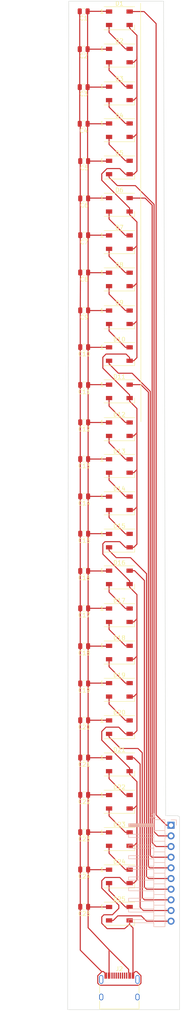
<source format=kicad_pcb>
(kicad_pcb (version 20171130) (host pcbnew "(5.1.5)-3")

  (general
    (thickness 1.6)
    (drawings 12)
    (tracks 378)
    (zones 0)
    (modules 52)
    (nets 42)
  )

  (page A4 portrait)
  (layers
    (0 F.Cu signal)
    (31 B.Cu signal)
    (32 B.Adhes user)
    (33 F.Adhes user)
    (34 B.Paste user)
    (35 F.Paste user)
    (36 B.SilkS user)
    (37 F.SilkS user)
    (38 B.Mask user)
    (39 F.Mask user)
    (40 Dwgs.User user)
    (41 Cmts.User user)
    (42 Eco1.User user)
    (43 Eco2.User user)
    (44 Edge.Cuts user)
    (45 Margin user)
    (46 B.CrtYd user)
    (47 F.CrtYd user)
    (48 B.Fab user)
    (49 F.Fab user)
  )

  (setup
    (last_trace_width 0.25)
    (trace_clearance 0.2)
    (zone_clearance 0.508)
    (zone_45_only no)
    (trace_min 0.2)
    (via_size 0.8)
    (via_drill 0.4)
    (via_min_size 0.4)
    (via_min_drill 0.3)
    (uvia_size 0.3)
    (uvia_drill 0.1)
    (uvias_allowed no)
    (uvia_min_size 0.2)
    (uvia_min_drill 0.1)
    (edge_width 0.05)
    (segment_width 0.2)
    (pcb_text_width 0.3)
    (pcb_text_size 1.5 1.5)
    (mod_edge_width 0.12)
    (mod_text_size 1 1)
    (mod_text_width 0.15)
    (pad_size 1.524 1.524)
    (pad_drill 0.762)
    (pad_to_mask_clearance 0.051)
    (solder_mask_min_width 0.25)
    (aux_axis_origin 0 0)
    (visible_elements FFFFEF7F)
    (pcbplotparams
      (layerselection 0x010fc_ffffffff)
      (usegerberextensions false)
      (usegerberattributes false)
      (usegerberadvancedattributes false)
      (creategerberjobfile false)
      (excludeedgelayer true)
      (linewidth 0.100000)
      (plotframeref false)
      (viasonmask false)
      (mode 1)
      (useauxorigin false)
      (hpglpennumber 1)
      (hpglpenspeed 20)
      (hpglpendiameter 15.000000)
      (psnegative false)
      (psa4output false)
      (plotreference true)
      (plotvalue true)
      (plotinvisibletext false)
      (padsonsilk false)
      (subtractmaskfromsilk false)
      (outputformat 1)
      (mirror false)
      (drillshape 1)
      (scaleselection 1)
      (outputdirectory ""))
  )

  (net 0 "")
  (net 1 +5V)
  (net 2 GND)
  (net 3 "Net-(D1-Pad2)")
  (net 4 "/LED BAR/LED_G1_DIN")
  (net 5 "Net-(D2-Pad2)")
  (net 6 "/LED BAR/LED_G2_DIN")
  (net 7 "Net-(D3-Pad2)")
  (net 8 "/LED BAR/LED_G3_DIN")
  (net 9 "/LED BAR/LED_G4_DIN")
  (net 10 "Net-(D4-Pad2)")
  (net 11 "Net-(D10-Pad4)")
  (net 12 "/LED BAR/LED_G5_DIN")
  (net 13 "Net-(D11-Pad2)")
  (net 14 "Net-(D12-Pad2)")
  (net 15 "Net-(D13-Pad2)")
  (net 16 "Net-(D14-Pad2)")
  (net 17 "Net-(D16-Pad2)")
  (net 18 "Net-(D17-Pad2)")
  (net 19 "Net-(D18-Pad2)")
  (net 20 "Net-(D19-Pad2)")
  (net 21 "/LED BAR/LED_G1_DOUT")
  (net 22 "/LED BAR/LED_G2_DOUT")
  (net 23 "/LED BAR/LED_G3_DOUT")
  (net 24 "/LED BAR/LED_G4_DOUT")
  (net 25 "/LED BAR/LED_G5_DOUT")
  (net 26 "Net-(D6-Pad2)")
  (net 27 "Net-(D7-Pad2)")
  (net 28 "Net-(D8-Pad2)")
  (net 29 "Net-(D21-Pad2)")
  (net 30 "Net-(D22-Pad2)")
  (net 31 "Net-(D23-Pad2)")
  (net 32 "Net-(D24-Pad2)")
  (net 33 "Net-(J2-PadB8)")
  (net 34 "Net-(J2-PadA5)")
  (net 35 "Net-(J2-PadB7)")
  (net 36 "Net-(J2-PadA7)")
  (net 37 "Net-(J2-PadB6)")
  (net 38 "Net-(J2-PadA8)")
  (net 39 "Net-(J2-PadB5)")
  (net 40 "Net-(J2-PadA6)")
  (net 41 "Net-(J2-PadS1)")

  (net_class Default 这是默认网络类。
    (clearance 0.2)
    (trace_width 0.25)
    (via_dia 0.8)
    (via_drill 0.4)
    (uvia_dia 0.3)
    (uvia_drill 0.1)
    (add_net +5V)
    (add_net "/LED BAR/LED_G1_DIN")
    (add_net "/LED BAR/LED_G1_DOUT")
    (add_net "/LED BAR/LED_G2_DIN")
    (add_net "/LED BAR/LED_G2_DOUT")
    (add_net "/LED BAR/LED_G3_DIN")
    (add_net "/LED BAR/LED_G3_DOUT")
    (add_net "/LED BAR/LED_G4_DIN")
    (add_net "/LED BAR/LED_G4_DOUT")
    (add_net "/LED BAR/LED_G5_DIN")
    (add_net "/LED BAR/LED_G5_DOUT")
    (add_net GND)
    (add_net "Net-(D1-Pad2)")
    (add_net "Net-(D10-Pad4)")
    (add_net "Net-(D11-Pad2)")
    (add_net "Net-(D12-Pad2)")
    (add_net "Net-(D13-Pad2)")
    (add_net "Net-(D14-Pad2)")
    (add_net "Net-(D16-Pad2)")
    (add_net "Net-(D17-Pad2)")
    (add_net "Net-(D18-Pad2)")
    (add_net "Net-(D19-Pad2)")
    (add_net "Net-(D2-Pad2)")
    (add_net "Net-(D21-Pad2)")
    (add_net "Net-(D22-Pad2)")
    (add_net "Net-(D23-Pad2)")
    (add_net "Net-(D24-Pad2)")
    (add_net "Net-(D3-Pad2)")
    (add_net "Net-(D4-Pad2)")
    (add_net "Net-(D6-Pad2)")
    (add_net "Net-(D7-Pad2)")
    (add_net "Net-(D8-Pad2)")
    (add_net "Net-(J2-PadA5)")
    (add_net "Net-(J2-PadA6)")
    (add_net "Net-(J2-PadA7)")
    (add_net "Net-(J2-PadA8)")
    (add_net "Net-(J2-PadB5)")
    (add_net "Net-(J2-PadB6)")
    (add_net "Net-(J2-PadB7)")
    (add_net "Net-(J2-PadB8)")
    (add_net "Net-(J2-PadS1)")
  )

  (module Connector_USB:USB_C_Receptacle_HRO_TYPE-C-31-M-12 (layer F.Cu) (tedit 5D3C0721) (tstamp 603691DC)
    (at 36.957 264.922)
    (descr "USB Type-C receptacle for USB 2.0 and PD, http://www.krhro.com/uploads/soft/180320/1-1P320120243.pdf")
    (tags "usb usb-c 2.0 pd")
    (path /6044F323)
    (attr smd)
    (fp_text reference J2 (at 0 -5.645) (layer F.SilkS)
      (effects (font (size 1 1) (thickness 0.15)))
    )
    (fp_text value USB_C_Receptacle_USB2.0 (at 0 5.1) (layer F.Fab)
      (effects (font (size 1 1) (thickness 0.15)))
    )
    (fp_line (start -4.7 3.9) (end 4.7 3.9) (layer F.SilkS) (width 0.12))
    (fp_line (start -4.47 -3.65) (end 4.47 -3.65) (layer F.Fab) (width 0.1))
    (fp_line (start -4.47 -3.65) (end -4.47 3.65) (layer F.Fab) (width 0.1))
    (fp_line (start -4.47 3.65) (end 4.47 3.65) (layer F.Fab) (width 0.1))
    (fp_line (start 4.47 -3.65) (end 4.47 3.65) (layer F.Fab) (width 0.1))
    (fp_text user %R (at 0 0) (layer F.Fab)
      (effects (font (size 1 1) (thickness 0.15)))
    )
    (fp_line (start -5.32 -5.27) (end 5.32 -5.27) (layer F.CrtYd) (width 0.05))
    (fp_line (start -5.32 4.15) (end 5.32 4.15) (layer F.CrtYd) (width 0.05))
    (fp_line (start -5.32 -5.27) (end -5.32 4.15) (layer F.CrtYd) (width 0.05))
    (fp_line (start 5.32 -5.27) (end 5.32 4.15) (layer F.CrtYd) (width 0.05))
    (fp_line (start 4.7 -1.9) (end 4.7 0.1) (layer F.SilkS) (width 0.12))
    (fp_line (start 4.7 2) (end 4.7 3.9) (layer F.SilkS) (width 0.12))
    (fp_line (start -4.7 -1.9) (end -4.7 0.1) (layer F.SilkS) (width 0.12))
    (fp_line (start -4.7 2) (end -4.7 3.9) (layer F.SilkS) (width 0.12))
    (pad B1 smd rect (at 3.25 -4.045) (size 0.6 1.45) (layers F.Cu F.Paste F.Mask)
      (net 2 GND))
    (pad A9 smd rect (at 2.45 -4.045) (size 0.6 1.45) (layers F.Cu F.Paste F.Mask)
      (net 1 +5V))
    (pad B9 smd rect (at -2.45 -4.045) (size 0.6 1.45) (layers F.Cu F.Paste F.Mask)
      (net 1 +5V))
    (pad B12 smd rect (at -3.25 -4.045) (size 0.6 1.45) (layers F.Cu F.Paste F.Mask)
      (net 2 GND))
    (pad A1 smd rect (at -3.25 -4.045) (size 0.6 1.45) (layers F.Cu F.Paste F.Mask)
      (net 2 GND))
    (pad A4 smd rect (at -2.45 -4.045) (size 0.6 1.45) (layers F.Cu F.Paste F.Mask)
      (net 1 +5V))
    (pad B4 smd rect (at 2.45 -4.045) (size 0.6 1.45) (layers F.Cu F.Paste F.Mask)
      (net 1 +5V))
    (pad A12 smd rect (at 3.25 -4.045) (size 0.6 1.45) (layers F.Cu F.Paste F.Mask)
      (net 2 GND))
    (pad B8 smd rect (at -1.75 -4.045) (size 0.3 1.45) (layers F.Cu F.Paste F.Mask)
      (net 33 "Net-(J2-PadB8)"))
    (pad A5 smd rect (at -1.25 -4.045) (size 0.3 1.45) (layers F.Cu F.Paste F.Mask)
      (net 34 "Net-(J2-PadA5)"))
    (pad B7 smd rect (at -0.75 -4.045) (size 0.3 1.45) (layers F.Cu F.Paste F.Mask)
      (net 35 "Net-(J2-PadB7)"))
    (pad A7 smd rect (at 0.25 -4.045) (size 0.3 1.45) (layers F.Cu F.Paste F.Mask)
      (net 36 "Net-(J2-PadA7)"))
    (pad B6 smd rect (at 0.75 -4.045) (size 0.3 1.45) (layers F.Cu F.Paste F.Mask)
      (net 37 "Net-(J2-PadB6)"))
    (pad A8 smd rect (at 1.25 -4.045) (size 0.3 1.45) (layers F.Cu F.Paste F.Mask)
      (net 38 "Net-(J2-PadA8)"))
    (pad B5 smd rect (at 1.75 -4.045) (size 0.3 1.45) (layers F.Cu F.Paste F.Mask)
      (net 39 "Net-(J2-PadB5)"))
    (pad A6 smd rect (at -0.25 -4.045) (size 0.3 1.45) (layers F.Cu F.Paste F.Mask)
      (net 40 "Net-(J2-PadA6)"))
    (pad S1 thru_hole oval (at 4.32 -3.13) (size 1 2.1) (drill oval 0.6 1.7) (layers *.Cu *.Mask)
      (net 41 "Net-(J2-PadS1)"))
    (pad S1 thru_hole oval (at -4.32 -3.13) (size 1 2.1) (drill oval 0.6 1.7) (layers *.Cu *.Mask)
      (net 41 "Net-(J2-PadS1)"))
    (pad "" np_thru_hole circle (at -2.89 -2.6) (size 0.65 0.65) (drill 0.65) (layers *.Cu *.Mask))
    (pad S1 thru_hole oval (at -4.32 1.05) (size 1 1.6) (drill oval 0.6 1.2) (layers *.Cu *.Mask)
      (net 41 "Net-(J2-PadS1)"))
    (pad "" np_thru_hole circle (at 2.89 -2.6) (size 0.65 0.65) (drill 0.65) (layers *.Cu *.Mask))
    (pad S1 thru_hole oval (at 4.32 1.05) (size 1 1.6) (drill oval 0.6 1.2) (layers *.Cu *.Mask)
      (net 41 "Net-(J2-PadS1)"))
    (model ${KISYS3DMOD}/Connector_USB.3dshapes/USB_C_Receptacle_HRO_TYPE-C-31-M-12.wrl
      (at (xyz 0 0 0))
      (scale (xyz 1 1 1))
      (rotate (xyz 0 0 0))
    )
  )

  (module Capacitor_SMD:C_0805_2012Metric (layer F.Cu) (tedit 5B36C52B) (tstamp 60364C45)
    (at 28.448 31.115 180)
    (descr "Capacitor SMD 0805 (2012 Metric), square (rectangular) end terminal, IPC_7351 nominal, (Body size source: https://docs.google.com/spreadsheets/d/1BsfQQcO9C6DZCsRaXUlFlo91Tg2WpOkGARC1WS5S8t0/edit?usp=sharing), generated with kicad-footprint-generator")
    (tags capacitor)
    (path /6035AF6C/6036BF3B)
    (attr smd)
    (fp_text reference C1 (at 0 -1.65) (layer F.SilkS)
      (effects (font (size 1 1) (thickness 0.15)))
    )
    (fp_text value 104 (at 0 1.65) (layer F.Fab)
      (effects (font (size 1 1) (thickness 0.15)))
    )
    (fp_line (start -1 0.6) (end -1 -0.6) (layer F.Fab) (width 0.1))
    (fp_line (start -1 -0.6) (end 1 -0.6) (layer F.Fab) (width 0.1))
    (fp_line (start 1 -0.6) (end 1 0.6) (layer F.Fab) (width 0.1))
    (fp_line (start 1 0.6) (end -1 0.6) (layer F.Fab) (width 0.1))
    (fp_line (start -0.258578 -0.71) (end 0.258578 -0.71) (layer F.SilkS) (width 0.12))
    (fp_line (start -0.258578 0.71) (end 0.258578 0.71) (layer F.SilkS) (width 0.12))
    (fp_line (start -1.68 0.95) (end -1.68 -0.95) (layer F.CrtYd) (width 0.05))
    (fp_line (start -1.68 -0.95) (end 1.68 -0.95) (layer F.CrtYd) (width 0.05))
    (fp_line (start 1.68 -0.95) (end 1.68 0.95) (layer F.CrtYd) (width 0.05))
    (fp_line (start 1.68 0.95) (end -1.68 0.95) (layer F.CrtYd) (width 0.05))
    (fp_text user %R (at 0 0) (layer F.Fab)
      (effects (font (size 0.5 0.5) (thickness 0.08)))
    )
    (pad 1 smd roundrect (at -0.9375 0 180) (size 0.975 1.4) (layers F.Cu F.Paste F.Mask) (roundrect_rratio 0.25)
      (net 1 +5V))
    (pad 2 smd roundrect (at 0.9375 0 180) (size 0.975 1.4) (layers F.Cu F.Paste F.Mask) (roundrect_rratio 0.25)
      (net 2 GND))
    (model ${KISYS3DMOD}/Capacitor_SMD.3dshapes/C_0805_2012Metric.wrl
      (at (xyz 0 0 0))
      (scale (xyz 1 1 1))
      (rotate (xyz 0 0 0))
    )
  )

  (module Capacitor_SMD:C_0805_2012Metric (layer F.Cu) (tedit 5B36C52B) (tstamp 60364C56)
    (at 28.448 40.132 180)
    (descr "Capacitor SMD 0805 (2012 Metric), square (rectangular) end terminal, IPC_7351 nominal, (Body size source: https://docs.google.com/spreadsheets/d/1BsfQQcO9C6DZCsRaXUlFlo91Tg2WpOkGARC1WS5S8t0/edit?usp=sharing), generated with kicad-footprint-generator")
    (tags capacitor)
    (path /6035AF6C/6036CED6)
    (attr smd)
    (fp_text reference C2 (at 0 -1.65) (layer F.SilkS)
      (effects (font (size 1 1) (thickness 0.15)))
    )
    (fp_text value 104 (at 0 1.65) (layer F.Fab)
      (effects (font (size 1 1) (thickness 0.15)))
    )
    (fp_text user %R (at 0 0) (layer F.Fab)
      (effects (font (size 0.5 0.5) (thickness 0.08)))
    )
    (fp_line (start 1.68 0.95) (end -1.68 0.95) (layer F.CrtYd) (width 0.05))
    (fp_line (start 1.68 -0.95) (end 1.68 0.95) (layer F.CrtYd) (width 0.05))
    (fp_line (start -1.68 -0.95) (end 1.68 -0.95) (layer F.CrtYd) (width 0.05))
    (fp_line (start -1.68 0.95) (end -1.68 -0.95) (layer F.CrtYd) (width 0.05))
    (fp_line (start -0.258578 0.71) (end 0.258578 0.71) (layer F.SilkS) (width 0.12))
    (fp_line (start -0.258578 -0.71) (end 0.258578 -0.71) (layer F.SilkS) (width 0.12))
    (fp_line (start 1 0.6) (end -1 0.6) (layer F.Fab) (width 0.1))
    (fp_line (start 1 -0.6) (end 1 0.6) (layer F.Fab) (width 0.1))
    (fp_line (start -1 -0.6) (end 1 -0.6) (layer F.Fab) (width 0.1))
    (fp_line (start -1 0.6) (end -1 -0.6) (layer F.Fab) (width 0.1))
    (pad 2 smd roundrect (at 0.9375 0 180) (size 0.975 1.4) (layers F.Cu F.Paste F.Mask) (roundrect_rratio 0.25)
      (net 2 GND))
    (pad 1 smd roundrect (at -0.9375 0 180) (size 0.975 1.4) (layers F.Cu F.Paste F.Mask) (roundrect_rratio 0.25)
      (net 1 +5V))
    (model ${KISYS3DMOD}/Capacitor_SMD.3dshapes/C_0805_2012Metric.wrl
      (at (xyz 0 0 0))
      (scale (xyz 1 1 1))
      (rotate (xyz 0 0 0))
    )
  )

  (module Capacitor_SMD:C_0805_2012Metric (layer F.Cu) (tedit 5B36C52B) (tstamp 60364C67)
    (at 28.448 49.1744 180)
    (descr "Capacitor SMD 0805 (2012 Metric), square (rectangular) end terminal, IPC_7351 nominal, (Body size source: https://docs.google.com/spreadsheets/d/1BsfQQcO9C6DZCsRaXUlFlo91Tg2WpOkGARC1WS5S8t0/edit?usp=sharing), generated with kicad-footprint-generator")
    (tags capacitor)
    (path /6035AF6C/6036D1EB)
    (attr smd)
    (fp_text reference C3 (at 0 -1.65) (layer F.SilkS)
      (effects (font (size 1 1) (thickness 0.15)))
    )
    (fp_text value 104 (at 0 1.65) (layer F.Fab)
      (effects (font (size 1 1) (thickness 0.15)))
    )
    (fp_line (start -1 0.6) (end -1 -0.6) (layer F.Fab) (width 0.1))
    (fp_line (start -1 -0.6) (end 1 -0.6) (layer F.Fab) (width 0.1))
    (fp_line (start 1 -0.6) (end 1 0.6) (layer F.Fab) (width 0.1))
    (fp_line (start 1 0.6) (end -1 0.6) (layer F.Fab) (width 0.1))
    (fp_line (start -0.258578 -0.71) (end 0.258578 -0.71) (layer F.SilkS) (width 0.12))
    (fp_line (start -0.258578 0.71) (end 0.258578 0.71) (layer F.SilkS) (width 0.12))
    (fp_line (start -1.68 0.95) (end -1.68 -0.95) (layer F.CrtYd) (width 0.05))
    (fp_line (start -1.68 -0.95) (end 1.68 -0.95) (layer F.CrtYd) (width 0.05))
    (fp_line (start 1.68 -0.95) (end 1.68 0.95) (layer F.CrtYd) (width 0.05))
    (fp_line (start 1.68 0.95) (end -1.68 0.95) (layer F.CrtYd) (width 0.05))
    (fp_text user %R (at 0 0) (layer F.Fab)
      (effects (font (size 0.5 0.5) (thickness 0.08)))
    )
    (pad 1 smd roundrect (at -0.9375 0 180) (size 0.975 1.4) (layers F.Cu F.Paste F.Mask) (roundrect_rratio 0.25)
      (net 1 +5V))
    (pad 2 smd roundrect (at 0.9375 0 180) (size 0.975 1.4) (layers F.Cu F.Paste F.Mask) (roundrect_rratio 0.25)
      (net 2 GND))
    (model ${KISYS3DMOD}/Capacitor_SMD.3dshapes/C_0805_2012Metric.wrl
      (at (xyz 0 0 0))
      (scale (xyz 1 1 1))
      (rotate (xyz 0 0 0))
    )
  )

  (module Capacitor_SMD:C_0805_2012Metric (layer F.Cu) (tedit 5B36C52B) (tstamp 60364C78)
    (at 28.448 57.912 180)
    (descr "Capacitor SMD 0805 (2012 Metric), square (rectangular) end terminal, IPC_7351 nominal, (Body size source: https://docs.google.com/spreadsheets/d/1BsfQQcO9C6DZCsRaXUlFlo91Tg2WpOkGARC1WS5S8t0/edit?usp=sharing), generated with kicad-footprint-generator")
    (tags capacitor)
    (path /6035AF6C/6036E1BC)
    (attr smd)
    (fp_text reference C4 (at 0 -1.65) (layer F.SilkS)
      (effects (font (size 1 1) (thickness 0.15)))
    )
    (fp_text value 104 (at 0 1.65) (layer F.Fab)
      (effects (font (size 1 1) (thickness 0.15)))
    )
    (fp_text user %R (at 0 0) (layer F.Fab)
      (effects (font (size 0.5 0.5) (thickness 0.08)))
    )
    (fp_line (start 1.68 0.95) (end -1.68 0.95) (layer F.CrtYd) (width 0.05))
    (fp_line (start 1.68 -0.95) (end 1.68 0.95) (layer F.CrtYd) (width 0.05))
    (fp_line (start -1.68 -0.95) (end 1.68 -0.95) (layer F.CrtYd) (width 0.05))
    (fp_line (start -1.68 0.95) (end -1.68 -0.95) (layer F.CrtYd) (width 0.05))
    (fp_line (start -0.258578 0.71) (end 0.258578 0.71) (layer F.SilkS) (width 0.12))
    (fp_line (start -0.258578 -0.71) (end 0.258578 -0.71) (layer F.SilkS) (width 0.12))
    (fp_line (start 1 0.6) (end -1 0.6) (layer F.Fab) (width 0.1))
    (fp_line (start 1 -0.6) (end 1 0.6) (layer F.Fab) (width 0.1))
    (fp_line (start -1 -0.6) (end 1 -0.6) (layer F.Fab) (width 0.1))
    (fp_line (start -1 0.6) (end -1 -0.6) (layer F.Fab) (width 0.1))
    (pad 2 smd roundrect (at 0.9375 0 180) (size 0.975 1.4) (layers F.Cu F.Paste F.Mask) (roundrect_rratio 0.25)
      (net 2 GND))
    (pad 1 smd roundrect (at -0.9375 0 180) (size 0.975 1.4) (layers F.Cu F.Paste F.Mask) (roundrect_rratio 0.25)
      (net 1 +5V))
    (model ${KISYS3DMOD}/Capacitor_SMD.3dshapes/C_0805_2012Metric.wrl
      (at (xyz 0 0 0))
      (scale (xyz 1 1 1))
      (rotate (xyz 0 0 0))
    )
  )

  (module Capacitor_SMD:C_0805_2012Metric (layer F.Cu) (tedit 5B36C52B) (tstamp 60364C89)
    (at 28.575 66.802 180)
    (descr "Capacitor SMD 0805 (2012 Metric), square (rectangular) end terminal, IPC_7351 nominal, (Body size source: https://docs.google.com/spreadsheets/d/1BsfQQcO9C6DZCsRaXUlFlo91Tg2WpOkGARC1WS5S8t0/edit?usp=sharing), generated with kicad-footprint-generator")
    (tags capacitor)
    (path /6035AF6C/6036E503)
    (attr smd)
    (fp_text reference C5 (at 0 -1.65) (layer F.SilkS)
      (effects (font (size 1 1) (thickness 0.15)))
    )
    (fp_text value 104 (at 0 1.65) (layer F.Fab)
      (effects (font (size 1 1) (thickness 0.15)))
    )
    (fp_text user %R (at 0 0) (layer F.Fab)
      (effects (font (size 0.5 0.5) (thickness 0.08)))
    )
    (fp_line (start 1.68 0.95) (end -1.68 0.95) (layer F.CrtYd) (width 0.05))
    (fp_line (start 1.68 -0.95) (end 1.68 0.95) (layer F.CrtYd) (width 0.05))
    (fp_line (start -1.68 -0.95) (end 1.68 -0.95) (layer F.CrtYd) (width 0.05))
    (fp_line (start -1.68 0.95) (end -1.68 -0.95) (layer F.CrtYd) (width 0.05))
    (fp_line (start -0.258578 0.71) (end 0.258578 0.71) (layer F.SilkS) (width 0.12))
    (fp_line (start -0.258578 -0.71) (end 0.258578 -0.71) (layer F.SilkS) (width 0.12))
    (fp_line (start 1 0.6) (end -1 0.6) (layer F.Fab) (width 0.1))
    (fp_line (start 1 -0.6) (end 1 0.6) (layer F.Fab) (width 0.1))
    (fp_line (start -1 -0.6) (end 1 -0.6) (layer F.Fab) (width 0.1))
    (fp_line (start -1 0.6) (end -1 -0.6) (layer F.Fab) (width 0.1))
    (pad 2 smd roundrect (at 0.9375 0 180) (size 0.975 1.4) (layers F.Cu F.Paste F.Mask) (roundrect_rratio 0.25)
      (net 2 GND))
    (pad 1 smd roundrect (at -0.9375 0 180) (size 0.975 1.4) (layers F.Cu F.Paste F.Mask) (roundrect_rratio 0.25)
      (net 1 +5V))
    (model ${KISYS3DMOD}/Capacitor_SMD.3dshapes/C_0805_2012Metric.wrl
      (at (xyz 0 0 0))
      (scale (xyz 1 1 1))
      (rotate (xyz 0 0 0))
    )
  )

  (module Capacitor_SMD:C_0805_2012Metric (layer F.Cu) (tedit 5B36C52B) (tstamp 60364C9A)
    (at 28.575 75.692 180)
    (descr "Capacitor SMD 0805 (2012 Metric), square (rectangular) end terminal, IPC_7351 nominal, (Body size source: https://docs.google.com/spreadsheets/d/1BsfQQcO9C6DZCsRaXUlFlo91Tg2WpOkGARC1WS5S8t0/edit?usp=sharing), generated with kicad-footprint-generator")
    (tags capacitor)
    (path /6035AF6C/603990AD)
    (attr smd)
    (fp_text reference C6 (at 0 -1.65) (layer F.SilkS)
      (effects (font (size 1 1) (thickness 0.15)))
    )
    (fp_text value 104 (at 0 1.65) (layer F.Fab)
      (effects (font (size 1 1) (thickness 0.15)))
    )
    (fp_text user %R (at 0 0) (layer F.Fab)
      (effects (font (size 0.5 0.5) (thickness 0.08)))
    )
    (fp_line (start 1.68 0.95) (end -1.68 0.95) (layer F.CrtYd) (width 0.05))
    (fp_line (start 1.68 -0.95) (end 1.68 0.95) (layer F.CrtYd) (width 0.05))
    (fp_line (start -1.68 -0.95) (end 1.68 -0.95) (layer F.CrtYd) (width 0.05))
    (fp_line (start -1.68 0.95) (end -1.68 -0.95) (layer F.CrtYd) (width 0.05))
    (fp_line (start -0.258578 0.71) (end 0.258578 0.71) (layer F.SilkS) (width 0.12))
    (fp_line (start -0.258578 -0.71) (end 0.258578 -0.71) (layer F.SilkS) (width 0.12))
    (fp_line (start 1 0.6) (end -1 0.6) (layer F.Fab) (width 0.1))
    (fp_line (start 1 -0.6) (end 1 0.6) (layer F.Fab) (width 0.1))
    (fp_line (start -1 -0.6) (end 1 -0.6) (layer F.Fab) (width 0.1))
    (fp_line (start -1 0.6) (end -1 -0.6) (layer F.Fab) (width 0.1))
    (pad 2 smd roundrect (at 0.9375 0 180) (size 0.975 1.4) (layers F.Cu F.Paste F.Mask) (roundrect_rratio 0.25)
      (net 2 GND))
    (pad 1 smd roundrect (at -0.9375 0 180) (size 0.975 1.4) (layers F.Cu F.Paste F.Mask) (roundrect_rratio 0.25)
      (net 1 +5V))
    (model ${KISYS3DMOD}/Capacitor_SMD.3dshapes/C_0805_2012Metric.wrl
      (at (xyz 0 0 0))
      (scale (xyz 1 1 1))
      (rotate (xyz 0 0 0))
    )
  )

  (module Capacitor_SMD:C_0805_2012Metric (layer F.Cu) (tedit 5B36C52B) (tstamp 60364CAB)
    (at 28.575 84.455 180)
    (descr "Capacitor SMD 0805 (2012 Metric), square (rectangular) end terminal, IPC_7351 nominal, (Body size source: https://docs.google.com/spreadsheets/d/1BsfQQcO9C6DZCsRaXUlFlo91Tg2WpOkGARC1WS5S8t0/edit?usp=sharing), generated with kicad-footprint-generator")
    (tags capacitor)
    (path /6035AF6C/603990B3)
    (attr smd)
    (fp_text reference C7 (at 0 -1.65) (layer F.SilkS)
      (effects (font (size 1 1) (thickness 0.15)))
    )
    (fp_text value 104 (at 0 1.65) (layer F.Fab)
      (effects (font (size 1 1) (thickness 0.15)))
    )
    (fp_line (start -1 0.6) (end -1 -0.6) (layer F.Fab) (width 0.1))
    (fp_line (start -1 -0.6) (end 1 -0.6) (layer F.Fab) (width 0.1))
    (fp_line (start 1 -0.6) (end 1 0.6) (layer F.Fab) (width 0.1))
    (fp_line (start 1 0.6) (end -1 0.6) (layer F.Fab) (width 0.1))
    (fp_line (start -0.258578 -0.71) (end 0.258578 -0.71) (layer F.SilkS) (width 0.12))
    (fp_line (start -0.258578 0.71) (end 0.258578 0.71) (layer F.SilkS) (width 0.12))
    (fp_line (start -1.68 0.95) (end -1.68 -0.95) (layer F.CrtYd) (width 0.05))
    (fp_line (start -1.68 -0.95) (end 1.68 -0.95) (layer F.CrtYd) (width 0.05))
    (fp_line (start 1.68 -0.95) (end 1.68 0.95) (layer F.CrtYd) (width 0.05))
    (fp_line (start 1.68 0.95) (end -1.68 0.95) (layer F.CrtYd) (width 0.05))
    (fp_text user %R (at 0 0) (layer F.Fab)
      (effects (font (size 0.5 0.5) (thickness 0.08)))
    )
    (pad 1 smd roundrect (at -0.9375 0 180) (size 0.975 1.4) (layers F.Cu F.Paste F.Mask) (roundrect_rratio 0.25)
      (net 1 +5V))
    (pad 2 smd roundrect (at 0.9375 0 180) (size 0.975 1.4) (layers F.Cu F.Paste F.Mask) (roundrect_rratio 0.25)
      (net 2 GND))
    (model ${KISYS3DMOD}/Capacitor_SMD.3dshapes/C_0805_2012Metric.wrl
      (at (xyz 0 0 0))
      (scale (xyz 1 1 1))
      (rotate (xyz 0 0 0))
    )
  )

  (module Capacitor_SMD:C_0805_2012Metric (layer F.Cu) (tedit 5B36C52B) (tstamp 60364CBC)
    (at 28.575 93.345 180)
    (descr "Capacitor SMD 0805 (2012 Metric), square (rectangular) end terminal, IPC_7351 nominal, (Body size source: https://docs.google.com/spreadsheets/d/1BsfQQcO9C6DZCsRaXUlFlo91Tg2WpOkGARC1WS5S8t0/edit?usp=sharing), generated with kicad-footprint-generator")
    (tags capacitor)
    (path /6035AF6C/603990B9)
    (attr smd)
    (fp_text reference C8 (at 0 -1.65) (layer F.SilkS)
      (effects (font (size 1 1) (thickness 0.15)))
    )
    (fp_text value 104 (at 0 1.65) (layer F.Fab)
      (effects (font (size 1 1) (thickness 0.15)))
    )
    (fp_text user %R (at 0 0) (layer F.Fab)
      (effects (font (size 0.5 0.5) (thickness 0.08)))
    )
    (fp_line (start 1.68 0.95) (end -1.68 0.95) (layer F.CrtYd) (width 0.05))
    (fp_line (start 1.68 -0.95) (end 1.68 0.95) (layer F.CrtYd) (width 0.05))
    (fp_line (start -1.68 -0.95) (end 1.68 -0.95) (layer F.CrtYd) (width 0.05))
    (fp_line (start -1.68 0.95) (end -1.68 -0.95) (layer F.CrtYd) (width 0.05))
    (fp_line (start -0.258578 0.71) (end 0.258578 0.71) (layer F.SilkS) (width 0.12))
    (fp_line (start -0.258578 -0.71) (end 0.258578 -0.71) (layer F.SilkS) (width 0.12))
    (fp_line (start 1 0.6) (end -1 0.6) (layer F.Fab) (width 0.1))
    (fp_line (start 1 -0.6) (end 1 0.6) (layer F.Fab) (width 0.1))
    (fp_line (start -1 -0.6) (end 1 -0.6) (layer F.Fab) (width 0.1))
    (fp_line (start -1 0.6) (end -1 -0.6) (layer F.Fab) (width 0.1))
    (pad 2 smd roundrect (at 0.9375 0 180) (size 0.975 1.4) (layers F.Cu F.Paste F.Mask) (roundrect_rratio 0.25)
      (net 2 GND))
    (pad 1 smd roundrect (at -0.9375 0 180) (size 0.975 1.4) (layers F.Cu F.Paste F.Mask) (roundrect_rratio 0.25)
      (net 1 +5V))
    (model ${KISYS3DMOD}/Capacitor_SMD.3dshapes/C_0805_2012Metric.wrl
      (at (xyz 0 0 0))
      (scale (xyz 1 1 1))
      (rotate (xyz 0 0 0))
    )
  )

  (module Capacitor_SMD:C_0805_2012Metric (layer F.Cu) (tedit 5B36C52B) (tstamp 60364CCD)
    (at 28.575 102.362 180)
    (descr "Capacitor SMD 0805 (2012 Metric), square (rectangular) end terminal, IPC_7351 nominal, (Body size source: https://docs.google.com/spreadsheets/d/1BsfQQcO9C6DZCsRaXUlFlo91Tg2WpOkGARC1WS5S8t0/edit?usp=sharing), generated with kicad-footprint-generator")
    (tags capacitor)
    (path /6035AF6C/603990BF)
    (attr smd)
    (fp_text reference C9 (at 0 -1.65) (layer F.SilkS)
      (effects (font (size 1 1) (thickness 0.15)))
    )
    (fp_text value 104 (at 0 1.65) (layer F.Fab)
      (effects (font (size 1 1) (thickness 0.15)))
    )
    (fp_line (start -1 0.6) (end -1 -0.6) (layer F.Fab) (width 0.1))
    (fp_line (start -1 -0.6) (end 1 -0.6) (layer F.Fab) (width 0.1))
    (fp_line (start 1 -0.6) (end 1 0.6) (layer F.Fab) (width 0.1))
    (fp_line (start 1 0.6) (end -1 0.6) (layer F.Fab) (width 0.1))
    (fp_line (start -0.258578 -0.71) (end 0.258578 -0.71) (layer F.SilkS) (width 0.12))
    (fp_line (start -0.258578 0.71) (end 0.258578 0.71) (layer F.SilkS) (width 0.12))
    (fp_line (start -1.68 0.95) (end -1.68 -0.95) (layer F.CrtYd) (width 0.05))
    (fp_line (start -1.68 -0.95) (end 1.68 -0.95) (layer F.CrtYd) (width 0.05))
    (fp_line (start 1.68 -0.95) (end 1.68 0.95) (layer F.CrtYd) (width 0.05))
    (fp_line (start 1.68 0.95) (end -1.68 0.95) (layer F.CrtYd) (width 0.05))
    (fp_text user %R (at 0 0) (layer F.Fab)
      (effects (font (size 0.5 0.5) (thickness 0.08)))
    )
    (pad 1 smd roundrect (at -0.9375 0 180) (size 0.975 1.4) (layers F.Cu F.Paste F.Mask) (roundrect_rratio 0.25)
      (net 1 +5V))
    (pad 2 smd roundrect (at 0.9375 0 180) (size 0.975 1.4) (layers F.Cu F.Paste F.Mask) (roundrect_rratio 0.25)
      (net 2 GND))
    (model ${KISYS3DMOD}/Capacitor_SMD.3dshapes/C_0805_2012Metric.wrl
      (at (xyz 0 0 0))
      (scale (xyz 1 1 1))
      (rotate (xyz 0 0 0))
    )
  )

  (module Capacitor_SMD:C_0805_2012Metric (layer F.Cu) (tedit 5B36C52B) (tstamp 60364CDE)
    (at 28.575 111.125 180)
    (descr "Capacitor SMD 0805 (2012 Metric), square (rectangular) end terminal, IPC_7351 nominal, (Body size source: https://docs.google.com/spreadsheets/d/1BsfQQcO9C6DZCsRaXUlFlo91Tg2WpOkGARC1WS5S8t0/edit?usp=sharing), generated with kicad-footprint-generator")
    (tags capacitor)
    (path /6035AF6C/603990C5)
    (attr smd)
    (fp_text reference C10 (at 0 -1.65) (layer F.SilkS)
      (effects (font (size 1 1) (thickness 0.15)))
    )
    (fp_text value 104 (at 0 1.65) (layer F.Fab)
      (effects (font (size 1 1) (thickness 0.15)))
    )
    (fp_line (start -1 0.6) (end -1 -0.6) (layer F.Fab) (width 0.1))
    (fp_line (start -1 -0.6) (end 1 -0.6) (layer F.Fab) (width 0.1))
    (fp_line (start 1 -0.6) (end 1 0.6) (layer F.Fab) (width 0.1))
    (fp_line (start 1 0.6) (end -1 0.6) (layer F.Fab) (width 0.1))
    (fp_line (start -0.258578 -0.71) (end 0.258578 -0.71) (layer F.SilkS) (width 0.12))
    (fp_line (start -0.258578 0.71) (end 0.258578 0.71) (layer F.SilkS) (width 0.12))
    (fp_line (start -1.68 0.95) (end -1.68 -0.95) (layer F.CrtYd) (width 0.05))
    (fp_line (start -1.68 -0.95) (end 1.68 -0.95) (layer F.CrtYd) (width 0.05))
    (fp_line (start 1.68 -0.95) (end 1.68 0.95) (layer F.CrtYd) (width 0.05))
    (fp_line (start 1.68 0.95) (end -1.68 0.95) (layer F.CrtYd) (width 0.05))
    (fp_text user %R (at 0 0) (layer F.Fab)
      (effects (font (size 0.5 0.5) (thickness 0.08)))
    )
    (pad 1 smd roundrect (at -0.9375 0 180) (size 0.975 1.4) (layers F.Cu F.Paste F.Mask) (roundrect_rratio 0.25)
      (net 1 +5V))
    (pad 2 smd roundrect (at 0.9375 0 180) (size 0.975 1.4) (layers F.Cu F.Paste F.Mask) (roundrect_rratio 0.25)
      (net 2 GND))
    (model ${KISYS3DMOD}/Capacitor_SMD.3dshapes/C_0805_2012Metric.wrl
      (at (xyz 0 0 0))
      (scale (xyz 1 1 1))
      (rotate (xyz 0 0 0))
    )
  )

  (module Capacitor_SMD:C_0805_2012Metric (layer F.Cu) (tedit 5B36C52B) (tstamp 60364CEF)
    (at 28.575 120.142 180)
    (descr "Capacitor SMD 0805 (2012 Metric), square (rectangular) end terminal, IPC_7351 nominal, (Body size source: https://docs.google.com/spreadsheets/d/1BsfQQcO9C6DZCsRaXUlFlo91Tg2WpOkGARC1WS5S8t0/edit?usp=sharing), generated with kicad-footprint-generator")
    (tags capacitor)
    (path /6035AF6C/603A1670)
    (attr smd)
    (fp_text reference C11 (at 0 -1.65) (layer F.SilkS)
      (effects (font (size 1 1) (thickness 0.15)))
    )
    (fp_text value 104 (at 0 1.65) (layer F.Fab)
      (effects (font (size 1 1) (thickness 0.15)))
    )
    (fp_line (start -1 0.6) (end -1 -0.6) (layer F.Fab) (width 0.1))
    (fp_line (start -1 -0.6) (end 1 -0.6) (layer F.Fab) (width 0.1))
    (fp_line (start 1 -0.6) (end 1 0.6) (layer F.Fab) (width 0.1))
    (fp_line (start 1 0.6) (end -1 0.6) (layer F.Fab) (width 0.1))
    (fp_line (start -0.258578 -0.71) (end 0.258578 -0.71) (layer F.SilkS) (width 0.12))
    (fp_line (start -0.258578 0.71) (end 0.258578 0.71) (layer F.SilkS) (width 0.12))
    (fp_line (start -1.68 0.95) (end -1.68 -0.95) (layer F.CrtYd) (width 0.05))
    (fp_line (start -1.68 -0.95) (end 1.68 -0.95) (layer F.CrtYd) (width 0.05))
    (fp_line (start 1.68 -0.95) (end 1.68 0.95) (layer F.CrtYd) (width 0.05))
    (fp_line (start 1.68 0.95) (end -1.68 0.95) (layer F.CrtYd) (width 0.05))
    (fp_text user %R (at 0 0) (layer F.Fab)
      (effects (font (size 0.5 0.5) (thickness 0.08)))
    )
    (pad 1 smd roundrect (at -0.9375 0 180) (size 0.975 1.4) (layers F.Cu F.Paste F.Mask) (roundrect_rratio 0.25)
      (net 1 +5V))
    (pad 2 smd roundrect (at 0.9375 0 180) (size 0.975 1.4) (layers F.Cu F.Paste F.Mask) (roundrect_rratio 0.25)
      (net 2 GND))
    (model ${KISYS3DMOD}/Capacitor_SMD.3dshapes/C_0805_2012Metric.wrl
      (at (xyz 0 0 0))
      (scale (xyz 1 1 1))
      (rotate (xyz 0 0 0))
    )
  )

  (module Capacitor_SMD:C_0805_2012Metric (layer F.Cu) (tedit 5B36C52B) (tstamp 60364D00)
    (at 28.575 129.032 180)
    (descr "Capacitor SMD 0805 (2012 Metric), square (rectangular) end terminal, IPC_7351 nominal, (Body size source: https://docs.google.com/spreadsheets/d/1BsfQQcO9C6DZCsRaXUlFlo91Tg2WpOkGARC1WS5S8t0/edit?usp=sharing), generated with kicad-footprint-generator")
    (tags capacitor)
    (path /6035AF6C/603A1676)
    (attr smd)
    (fp_text reference C12 (at 0 -1.65) (layer F.SilkS)
      (effects (font (size 1 1) (thickness 0.15)))
    )
    (fp_text value 104 (at 0 1.65) (layer F.Fab)
      (effects (font (size 1 1) (thickness 0.15)))
    )
    (fp_text user %R (at 0 0) (layer F.Fab)
      (effects (font (size 0.5 0.5) (thickness 0.08)))
    )
    (fp_line (start 1.68 0.95) (end -1.68 0.95) (layer F.CrtYd) (width 0.05))
    (fp_line (start 1.68 -0.95) (end 1.68 0.95) (layer F.CrtYd) (width 0.05))
    (fp_line (start -1.68 -0.95) (end 1.68 -0.95) (layer F.CrtYd) (width 0.05))
    (fp_line (start -1.68 0.95) (end -1.68 -0.95) (layer F.CrtYd) (width 0.05))
    (fp_line (start -0.258578 0.71) (end 0.258578 0.71) (layer F.SilkS) (width 0.12))
    (fp_line (start -0.258578 -0.71) (end 0.258578 -0.71) (layer F.SilkS) (width 0.12))
    (fp_line (start 1 0.6) (end -1 0.6) (layer F.Fab) (width 0.1))
    (fp_line (start 1 -0.6) (end 1 0.6) (layer F.Fab) (width 0.1))
    (fp_line (start -1 -0.6) (end 1 -0.6) (layer F.Fab) (width 0.1))
    (fp_line (start -1 0.6) (end -1 -0.6) (layer F.Fab) (width 0.1))
    (pad 2 smd roundrect (at 0.9375 0 180) (size 0.975 1.4) (layers F.Cu F.Paste F.Mask) (roundrect_rratio 0.25)
      (net 2 GND))
    (pad 1 smd roundrect (at -0.9375 0 180) (size 0.975 1.4) (layers F.Cu F.Paste F.Mask) (roundrect_rratio 0.25)
      (net 1 +5V))
    (model ${KISYS3DMOD}/Capacitor_SMD.3dshapes/C_0805_2012Metric.wrl
      (at (xyz 0 0 0))
      (scale (xyz 1 1 1))
      (rotate (xyz 0 0 0))
    )
  )

  (module Capacitor_SMD:C_0805_2012Metric (layer F.Cu) (tedit 5B36C52B) (tstamp 60366A51)
    (at 28.575 137.795 180)
    (descr "Capacitor SMD 0805 (2012 Metric), square (rectangular) end terminal, IPC_7351 nominal, (Body size source: https://docs.google.com/spreadsheets/d/1BsfQQcO9C6DZCsRaXUlFlo91Tg2WpOkGARC1WS5S8t0/edit?usp=sharing), generated with kicad-footprint-generator")
    (tags capacitor)
    (path /6035AF6C/603A167C)
    (attr smd)
    (fp_text reference C13 (at 0 -1.65) (layer F.SilkS)
      (effects (font (size 1 1) (thickness 0.15)))
    )
    (fp_text value 104 (at 0 1.65) (layer F.Fab)
      (effects (font (size 1 1) (thickness 0.15)))
    )
    (fp_line (start -1 0.6) (end -1 -0.6) (layer F.Fab) (width 0.1))
    (fp_line (start -1 -0.6) (end 1 -0.6) (layer F.Fab) (width 0.1))
    (fp_line (start 1 -0.6) (end 1 0.6) (layer F.Fab) (width 0.1))
    (fp_line (start 1 0.6) (end -1 0.6) (layer F.Fab) (width 0.1))
    (fp_line (start -0.258578 -0.71) (end 0.258578 -0.71) (layer F.SilkS) (width 0.12))
    (fp_line (start -0.258578 0.71) (end 0.258578 0.71) (layer F.SilkS) (width 0.12))
    (fp_line (start -1.68 0.95) (end -1.68 -0.95) (layer F.CrtYd) (width 0.05))
    (fp_line (start -1.68 -0.95) (end 1.68 -0.95) (layer F.CrtYd) (width 0.05))
    (fp_line (start 1.68 -0.95) (end 1.68 0.95) (layer F.CrtYd) (width 0.05))
    (fp_line (start 1.68 0.95) (end -1.68 0.95) (layer F.CrtYd) (width 0.05))
    (fp_text user %R (at 0 0) (layer F.Fab)
      (effects (font (size 0.5 0.5) (thickness 0.08)))
    )
    (pad 1 smd roundrect (at -0.9375 0 180) (size 0.975 1.4) (layers F.Cu F.Paste F.Mask) (roundrect_rratio 0.25)
      (net 1 +5V))
    (pad 2 smd roundrect (at 0.9375 0 180) (size 0.975 1.4) (layers F.Cu F.Paste F.Mask) (roundrect_rratio 0.25)
      (net 2 GND))
    (model ${KISYS3DMOD}/Capacitor_SMD.3dshapes/C_0805_2012Metric.wrl
      (at (xyz 0 0 0))
      (scale (xyz 1 1 1))
      (rotate (xyz 0 0 0))
    )
  )

  (module Capacitor_SMD:C_0805_2012Metric (layer F.Cu) (tedit 5B36C52B) (tstamp 60364D22)
    (at 28.575 146.685 180)
    (descr "Capacitor SMD 0805 (2012 Metric), square (rectangular) end terminal, IPC_7351 nominal, (Body size source: https://docs.google.com/spreadsheets/d/1BsfQQcO9C6DZCsRaXUlFlo91Tg2WpOkGARC1WS5S8t0/edit?usp=sharing), generated with kicad-footprint-generator")
    (tags capacitor)
    (path /6035AF6C/603A1682)
    (attr smd)
    (fp_text reference C14 (at 0 -1.65) (layer F.SilkS)
      (effects (font (size 1 1) (thickness 0.15)))
    )
    (fp_text value 104 (at 0 1.65) (layer F.Fab)
      (effects (font (size 1 1) (thickness 0.15)))
    )
    (fp_text user %R (at 0 0) (layer F.Fab)
      (effects (font (size 0.5 0.5) (thickness 0.08)))
    )
    (fp_line (start 1.68 0.95) (end -1.68 0.95) (layer F.CrtYd) (width 0.05))
    (fp_line (start 1.68 -0.95) (end 1.68 0.95) (layer F.CrtYd) (width 0.05))
    (fp_line (start -1.68 -0.95) (end 1.68 -0.95) (layer F.CrtYd) (width 0.05))
    (fp_line (start -1.68 0.95) (end -1.68 -0.95) (layer F.CrtYd) (width 0.05))
    (fp_line (start -0.258578 0.71) (end 0.258578 0.71) (layer F.SilkS) (width 0.12))
    (fp_line (start -0.258578 -0.71) (end 0.258578 -0.71) (layer F.SilkS) (width 0.12))
    (fp_line (start 1 0.6) (end -1 0.6) (layer F.Fab) (width 0.1))
    (fp_line (start 1 -0.6) (end 1 0.6) (layer F.Fab) (width 0.1))
    (fp_line (start -1 -0.6) (end 1 -0.6) (layer F.Fab) (width 0.1))
    (fp_line (start -1 0.6) (end -1 -0.6) (layer F.Fab) (width 0.1))
    (pad 2 smd roundrect (at 0.9375 0 180) (size 0.975 1.4) (layers F.Cu F.Paste F.Mask) (roundrect_rratio 0.25)
      (net 2 GND))
    (pad 1 smd roundrect (at -0.9375 0 180) (size 0.975 1.4) (layers F.Cu F.Paste F.Mask) (roundrect_rratio 0.25)
      (net 1 +5V))
    (model ${KISYS3DMOD}/Capacitor_SMD.3dshapes/C_0805_2012Metric.wrl
      (at (xyz 0 0 0))
      (scale (xyz 1 1 1))
      (rotate (xyz 0 0 0))
    )
  )

  (module Capacitor_SMD:C_0805_2012Metric (layer F.Cu) (tedit 5B36C52B) (tstamp 60364D33)
    (at 28.575 155.575 180)
    (descr "Capacitor SMD 0805 (2012 Metric), square (rectangular) end terminal, IPC_7351 nominal, (Body size source: https://docs.google.com/spreadsheets/d/1BsfQQcO9C6DZCsRaXUlFlo91Tg2WpOkGARC1WS5S8t0/edit?usp=sharing), generated with kicad-footprint-generator")
    (tags capacitor)
    (path /6035AF6C/603A1688)
    (attr smd)
    (fp_text reference C15 (at 0 -1.65) (layer F.SilkS)
      (effects (font (size 1 1) (thickness 0.15)))
    )
    (fp_text value 104 (at 0 1.65) (layer F.Fab)
      (effects (font (size 1 1) (thickness 0.15)))
    )
    (fp_line (start -1 0.6) (end -1 -0.6) (layer F.Fab) (width 0.1))
    (fp_line (start -1 -0.6) (end 1 -0.6) (layer F.Fab) (width 0.1))
    (fp_line (start 1 -0.6) (end 1 0.6) (layer F.Fab) (width 0.1))
    (fp_line (start 1 0.6) (end -1 0.6) (layer F.Fab) (width 0.1))
    (fp_line (start -0.258578 -0.71) (end 0.258578 -0.71) (layer F.SilkS) (width 0.12))
    (fp_line (start -0.258578 0.71) (end 0.258578 0.71) (layer F.SilkS) (width 0.12))
    (fp_line (start -1.68 0.95) (end -1.68 -0.95) (layer F.CrtYd) (width 0.05))
    (fp_line (start -1.68 -0.95) (end 1.68 -0.95) (layer F.CrtYd) (width 0.05))
    (fp_line (start 1.68 -0.95) (end 1.68 0.95) (layer F.CrtYd) (width 0.05))
    (fp_line (start 1.68 0.95) (end -1.68 0.95) (layer F.CrtYd) (width 0.05))
    (fp_text user %R (at 0 0) (layer F.Fab)
      (effects (font (size 0.5 0.5) (thickness 0.08)))
    )
    (pad 1 smd roundrect (at -0.9375 0 180) (size 0.975 1.4) (layers F.Cu F.Paste F.Mask) (roundrect_rratio 0.25)
      (net 1 +5V))
    (pad 2 smd roundrect (at 0.9375 0 180) (size 0.975 1.4) (layers F.Cu F.Paste F.Mask) (roundrect_rratio 0.25)
      (net 2 GND))
    (model ${KISYS3DMOD}/Capacitor_SMD.3dshapes/C_0805_2012Metric.wrl
      (at (xyz 0 0 0))
      (scale (xyz 1 1 1))
      (rotate (xyz 0 0 0))
    )
  )

  (module Capacitor_SMD:C_0805_2012Metric (layer F.Cu) (tedit 5B36C52B) (tstamp 60364D44)
    (at 28.575 164.465 180)
    (descr "Capacitor SMD 0805 (2012 Metric), square (rectangular) end terminal, IPC_7351 nominal, (Body size source: https://docs.google.com/spreadsheets/d/1BsfQQcO9C6DZCsRaXUlFlo91Tg2WpOkGARC1WS5S8t0/edit?usp=sharing), generated with kicad-footprint-generator")
    (tags capacitor)
    (path /6035AF6C/603AA254)
    (attr smd)
    (fp_text reference C16 (at 0 -1.65) (layer F.SilkS)
      (effects (font (size 1 1) (thickness 0.15)))
    )
    (fp_text value 104 (at 0 1.65) (layer F.Fab)
      (effects (font (size 1 1) (thickness 0.15)))
    )
    (fp_line (start -1 0.6) (end -1 -0.6) (layer F.Fab) (width 0.1))
    (fp_line (start -1 -0.6) (end 1 -0.6) (layer F.Fab) (width 0.1))
    (fp_line (start 1 -0.6) (end 1 0.6) (layer F.Fab) (width 0.1))
    (fp_line (start 1 0.6) (end -1 0.6) (layer F.Fab) (width 0.1))
    (fp_line (start -0.258578 -0.71) (end 0.258578 -0.71) (layer F.SilkS) (width 0.12))
    (fp_line (start -0.258578 0.71) (end 0.258578 0.71) (layer F.SilkS) (width 0.12))
    (fp_line (start -1.68 0.95) (end -1.68 -0.95) (layer F.CrtYd) (width 0.05))
    (fp_line (start -1.68 -0.95) (end 1.68 -0.95) (layer F.CrtYd) (width 0.05))
    (fp_line (start 1.68 -0.95) (end 1.68 0.95) (layer F.CrtYd) (width 0.05))
    (fp_line (start 1.68 0.95) (end -1.68 0.95) (layer F.CrtYd) (width 0.05))
    (fp_text user %R (at 0 0) (layer F.Fab)
      (effects (font (size 0.5 0.5) (thickness 0.08)))
    )
    (pad 1 smd roundrect (at -0.9375 0 180) (size 0.975 1.4) (layers F.Cu F.Paste F.Mask) (roundrect_rratio 0.25)
      (net 1 +5V))
    (pad 2 smd roundrect (at 0.9375 0 180) (size 0.975 1.4) (layers F.Cu F.Paste F.Mask) (roundrect_rratio 0.25)
      (net 2 GND))
    (model ${KISYS3DMOD}/Capacitor_SMD.3dshapes/C_0805_2012Metric.wrl
      (at (xyz 0 0 0))
      (scale (xyz 1 1 1))
      (rotate (xyz 0 0 0))
    )
  )

  (module Capacitor_SMD:C_0805_2012Metric (layer F.Cu) (tedit 5B36C52B) (tstamp 603660ED)
    (at 28.575 173.355 180)
    (descr "Capacitor SMD 0805 (2012 Metric), square (rectangular) end terminal, IPC_7351 nominal, (Body size source: https://docs.google.com/spreadsheets/d/1BsfQQcO9C6DZCsRaXUlFlo91Tg2WpOkGARC1WS5S8t0/edit?usp=sharing), generated with kicad-footprint-generator")
    (tags capacitor)
    (path /6035AF6C/603AA25A)
    (attr smd)
    (fp_text reference C17 (at 0 -1.65) (layer F.SilkS)
      (effects (font (size 1 1) (thickness 0.15)))
    )
    (fp_text value 104 (at 0 1.65) (layer F.Fab)
      (effects (font (size 1 1) (thickness 0.15)))
    )
    (fp_text user %R (at 0 0) (layer F.Fab)
      (effects (font (size 0.5 0.5) (thickness 0.08)))
    )
    (fp_line (start 1.68 0.95) (end -1.68 0.95) (layer F.CrtYd) (width 0.05))
    (fp_line (start 1.68 -0.95) (end 1.68 0.95) (layer F.CrtYd) (width 0.05))
    (fp_line (start -1.68 -0.95) (end 1.68 -0.95) (layer F.CrtYd) (width 0.05))
    (fp_line (start -1.68 0.95) (end -1.68 -0.95) (layer F.CrtYd) (width 0.05))
    (fp_line (start -0.258578 0.71) (end 0.258578 0.71) (layer F.SilkS) (width 0.12))
    (fp_line (start -0.258578 -0.71) (end 0.258578 -0.71) (layer F.SilkS) (width 0.12))
    (fp_line (start 1 0.6) (end -1 0.6) (layer F.Fab) (width 0.1))
    (fp_line (start 1 -0.6) (end 1 0.6) (layer F.Fab) (width 0.1))
    (fp_line (start -1 -0.6) (end 1 -0.6) (layer F.Fab) (width 0.1))
    (fp_line (start -1 0.6) (end -1 -0.6) (layer F.Fab) (width 0.1))
    (pad 2 smd roundrect (at 0.9375 0 180) (size 0.975 1.4) (layers F.Cu F.Paste F.Mask) (roundrect_rratio 0.25)
      (net 2 GND))
    (pad 1 smd roundrect (at -0.9375 0 180) (size 0.975 1.4) (layers F.Cu F.Paste F.Mask) (roundrect_rratio 0.25)
      (net 1 +5V))
    (model ${KISYS3DMOD}/Capacitor_SMD.3dshapes/C_0805_2012Metric.wrl
      (at (xyz 0 0 0))
      (scale (xyz 1 1 1))
      (rotate (xyz 0 0 0))
    )
  )

  (module Capacitor_SMD:C_0805_2012Metric (layer F.Cu) (tedit 5B36C52B) (tstamp 60364D66)
    (at 28.575 182.372 180)
    (descr "Capacitor SMD 0805 (2012 Metric), square (rectangular) end terminal, IPC_7351 nominal, (Body size source: https://docs.google.com/spreadsheets/d/1BsfQQcO9C6DZCsRaXUlFlo91Tg2WpOkGARC1WS5S8t0/edit?usp=sharing), generated with kicad-footprint-generator")
    (tags capacitor)
    (path /6035AF6C/603AA260)
    (attr smd)
    (fp_text reference C18 (at 0 -1.65) (layer F.SilkS)
      (effects (font (size 1 1) (thickness 0.15)))
    )
    (fp_text value 104 (at 0 1.65) (layer F.Fab)
      (effects (font (size 1 1) (thickness 0.15)))
    )
    (fp_line (start -1 0.6) (end -1 -0.6) (layer F.Fab) (width 0.1))
    (fp_line (start -1 -0.6) (end 1 -0.6) (layer F.Fab) (width 0.1))
    (fp_line (start 1 -0.6) (end 1 0.6) (layer F.Fab) (width 0.1))
    (fp_line (start 1 0.6) (end -1 0.6) (layer F.Fab) (width 0.1))
    (fp_line (start -0.258578 -0.71) (end 0.258578 -0.71) (layer F.SilkS) (width 0.12))
    (fp_line (start -0.258578 0.71) (end 0.258578 0.71) (layer F.SilkS) (width 0.12))
    (fp_line (start -1.68 0.95) (end -1.68 -0.95) (layer F.CrtYd) (width 0.05))
    (fp_line (start -1.68 -0.95) (end 1.68 -0.95) (layer F.CrtYd) (width 0.05))
    (fp_line (start 1.68 -0.95) (end 1.68 0.95) (layer F.CrtYd) (width 0.05))
    (fp_line (start 1.68 0.95) (end -1.68 0.95) (layer F.CrtYd) (width 0.05))
    (fp_text user %R (at 0 0) (layer F.Fab)
      (effects (font (size 0.5 0.5) (thickness 0.08)))
    )
    (pad 1 smd roundrect (at -0.9375 0 180) (size 0.975 1.4) (layers F.Cu F.Paste F.Mask) (roundrect_rratio 0.25)
      (net 1 +5V))
    (pad 2 smd roundrect (at 0.9375 0 180) (size 0.975 1.4) (layers F.Cu F.Paste F.Mask) (roundrect_rratio 0.25)
      (net 2 GND))
    (model ${KISYS3DMOD}/Capacitor_SMD.3dshapes/C_0805_2012Metric.wrl
      (at (xyz 0 0 0))
      (scale (xyz 1 1 1))
      (rotate (xyz 0 0 0))
    )
  )

  (module Capacitor_SMD:C_0805_2012Metric (layer F.Cu) (tedit 5B36C52B) (tstamp 60364D77)
    (at 28.575 191.262 180)
    (descr "Capacitor SMD 0805 (2012 Metric), square (rectangular) end terminal, IPC_7351 nominal, (Body size source: https://docs.google.com/spreadsheets/d/1BsfQQcO9C6DZCsRaXUlFlo91Tg2WpOkGARC1WS5S8t0/edit?usp=sharing), generated with kicad-footprint-generator")
    (tags capacitor)
    (path /6035AF6C/603AA266)
    (attr smd)
    (fp_text reference C19 (at 0 -1.65) (layer F.SilkS)
      (effects (font (size 1 1) (thickness 0.15)))
    )
    (fp_text value 104 (at 0 1.65) (layer F.Fab)
      (effects (font (size 1 1) (thickness 0.15)))
    )
    (fp_text user %R (at 0 0) (layer F.Fab)
      (effects (font (size 0.5 0.5) (thickness 0.08)))
    )
    (fp_line (start 1.68 0.95) (end -1.68 0.95) (layer F.CrtYd) (width 0.05))
    (fp_line (start 1.68 -0.95) (end 1.68 0.95) (layer F.CrtYd) (width 0.05))
    (fp_line (start -1.68 -0.95) (end 1.68 -0.95) (layer F.CrtYd) (width 0.05))
    (fp_line (start -1.68 0.95) (end -1.68 -0.95) (layer F.CrtYd) (width 0.05))
    (fp_line (start -0.258578 0.71) (end 0.258578 0.71) (layer F.SilkS) (width 0.12))
    (fp_line (start -0.258578 -0.71) (end 0.258578 -0.71) (layer F.SilkS) (width 0.12))
    (fp_line (start 1 0.6) (end -1 0.6) (layer F.Fab) (width 0.1))
    (fp_line (start 1 -0.6) (end 1 0.6) (layer F.Fab) (width 0.1))
    (fp_line (start -1 -0.6) (end 1 -0.6) (layer F.Fab) (width 0.1))
    (fp_line (start -1 0.6) (end -1 -0.6) (layer F.Fab) (width 0.1))
    (pad 2 smd roundrect (at 0.9375 0 180) (size 0.975 1.4) (layers F.Cu F.Paste F.Mask) (roundrect_rratio 0.25)
      (net 2 GND))
    (pad 1 smd roundrect (at -0.9375 0 180) (size 0.975 1.4) (layers F.Cu F.Paste F.Mask) (roundrect_rratio 0.25)
      (net 1 +5V))
    (model ${KISYS3DMOD}/Capacitor_SMD.3dshapes/C_0805_2012Metric.wrl
      (at (xyz 0 0 0))
      (scale (xyz 1 1 1))
      (rotate (xyz 0 0 0))
    )
  )

  (module Capacitor_SMD:C_0805_2012Metric (layer F.Cu) (tedit 5B36C52B) (tstamp 60364D88)
    (at 28.575 200.025 180)
    (descr "Capacitor SMD 0805 (2012 Metric), square (rectangular) end terminal, IPC_7351 nominal, (Body size source: https://docs.google.com/spreadsheets/d/1BsfQQcO9C6DZCsRaXUlFlo91Tg2WpOkGARC1WS5S8t0/edit?usp=sharing), generated with kicad-footprint-generator")
    (tags capacitor)
    (path /6035AF6C/603AA26C)
    (attr smd)
    (fp_text reference C20 (at 0 -1.65) (layer F.SilkS)
      (effects (font (size 1 1) (thickness 0.15)))
    )
    (fp_text value 104 (at 0 1.65) (layer F.Fab)
      (effects (font (size 1 1) (thickness 0.15)))
    )
    (fp_line (start -1 0.6) (end -1 -0.6) (layer F.Fab) (width 0.1))
    (fp_line (start -1 -0.6) (end 1 -0.6) (layer F.Fab) (width 0.1))
    (fp_line (start 1 -0.6) (end 1 0.6) (layer F.Fab) (width 0.1))
    (fp_line (start 1 0.6) (end -1 0.6) (layer F.Fab) (width 0.1))
    (fp_line (start -0.258578 -0.71) (end 0.258578 -0.71) (layer F.SilkS) (width 0.12))
    (fp_line (start -0.258578 0.71) (end 0.258578 0.71) (layer F.SilkS) (width 0.12))
    (fp_line (start -1.68 0.95) (end -1.68 -0.95) (layer F.CrtYd) (width 0.05))
    (fp_line (start -1.68 -0.95) (end 1.68 -0.95) (layer F.CrtYd) (width 0.05))
    (fp_line (start 1.68 -0.95) (end 1.68 0.95) (layer F.CrtYd) (width 0.05))
    (fp_line (start 1.68 0.95) (end -1.68 0.95) (layer F.CrtYd) (width 0.05))
    (fp_text user %R (at 0 0) (layer F.Fab)
      (effects (font (size 0.5 0.5) (thickness 0.08)))
    )
    (pad 1 smd roundrect (at -0.9375 0 180) (size 0.975 1.4) (layers F.Cu F.Paste F.Mask) (roundrect_rratio 0.25)
      (net 1 +5V))
    (pad 2 smd roundrect (at 0.9375 0 180) (size 0.975 1.4) (layers F.Cu F.Paste F.Mask) (roundrect_rratio 0.25)
      (net 2 GND))
    (model ${KISYS3DMOD}/Capacitor_SMD.3dshapes/C_0805_2012Metric.wrl
      (at (xyz 0 0 0))
      (scale (xyz 1 1 1))
      (rotate (xyz 0 0 0))
    )
  )

  (module Capacitor_SMD:C_0805_2012Metric (layer F.Cu) (tedit 5B36C52B) (tstamp 60364D99)
    (at 28.575 208.915 180)
    (descr "Capacitor SMD 0805 (2012 Metric), square (rectangular) end terminal, IPC_7351 nominal, (Body size source: https://docs.google.com/spreadsheets/d/1BsfQQcO9C6DZCsRaXUlFlo91Tg2WpOkGARC1WS5S8t0/edit?usp=sharing), generated with kicad-footprint-generator")
    (tags capacitor)
    (path /6035AF6C/603B765F)
    (attr smd)
    (fp_text reference C21 (at 0 -1.65) (layer F.SilkS)
      (effects (font (size 1 1) (thickness 0.15)))
    )
    (fp_text value 104 (at 0 1.65) (layer F.Fab)
      (effects (font (size 1 1) (thickness 0.15)))
    )
    (fp_line (start -1 0.6) (end -1 -0.6) (layer F.Fab) (width 0.1))
    (fp_line (start -1 -0.6) (end 1 -0.6) (layer F.Fab) (width 0.1))
    (fp_line (start 1 -0.6) (end 1 0.6) (layer F.Fab) (width 0.1))
    (fp_line (start 1 0.6) (end -1 0.6) (layer F.Fab) (width 0.1))
    (fp_line (start -0.258578 -0.71) (end 0.258578 -0.71) (layer F.SilkS) (width 0.12))
    (fp_line (start -0.258578 0.71) (end 0.258578 0.71) (layer F.SilkS) (width 0.12))
    (fp_line (start -1.68 0.95) (end -1.68 -0.95) (layer F.CrtYd) (width 0.05))
    (fp_line (start -1.68 -0.95) (end 1.68 -0.95) (layer F.CrtYd) (width 0.05))
    (fp_line (start 1.68 -0.95) (end 1.68 0.95) (layer F.CrtYd) (width 0.05))
    (fp_line (start 1.68 0.95) (end -1.68 0.95) (layer F.CrtYd) (width 0.05))
    (fp_text user %R (at 0 0) (layer F.Fab)
      (effects (font (size 0.5 0.5) (thickness 0.08)))
    )
    (pad 1 smd roundrect (at -0.9375 0 180) (size 0.975 1.4) (layers F.Cu F.Paste F.Mask) (roundrect_rratio 0.25)
      (net 1 +5V))
    (pad 2 smd roundrect (at 0.9375 0 180) (size 0.975 1.4) (layers F.Cu F.Paste F.Mask) (roundrect_rratio 0.25)
      (net 2 GND))
    (model ${KISYS3DMOD}/Capacitor_SMD.3dshapes/C_0805_2012Metric.wrl
      (at (xyz 0 0 0))
      (scale (xyz 1 1 1))
      (rotate (xyz 0 0 0))
    )
  )

  (module Capacitor_SMD:C_0805_2012Metric (layer F.Cu) (tedit 5B36C52B) (tstamp 60364DAA)
    (at 28.575 217.805 180)
    (descr "Capacitor SMD 0805 (2012 Metric), square (rectangular) end terminal, IPC_7351 nominal, (Body size source: https://docs.google.com/spreadsheets/d/1BsfQQcO9C6DZCsRaXUlFlo91Tg2WpOkGARC1WS5S8t0/edit?usp=sharing), generated with kicad-footprint-generator")
    (tags capacitor)
    (path /6035AF6C/603B7665)
    (attr smd)
    (fp_text reference C22 (at 0 -1.65) (layer F.SilkS)
      (effects (font (size 1 1) (thickness 0.15)))
    )
    (fp_text value 104 (at 0 1.65) (layer F.Fab)
      (effects (font (size 1 1) (thickness 0.15)))
    )
    (fp_text user %R (at 0 0) (layer F.Fab)
      (effects (font (size 0.5 0.5) (thickness 0.08)))
    )
    (fp_line (start 1.68 0.95) (end -1.68 0.95) (layer F.CrtYd) (width 0.05))
    (fp_line (start 1.68 -0.95) (end 1.68 0.95) (layer F.CrtYd) (width 0.05))
    (fp_line (start -1.68 -0.95) (end 1.68 -0.95) (layer F.CrtYd) (width 0.05))
    (fp_line (start -1.68 0.95) (end -1.68 -0.95) (layer F.CrtYd) (width 0.05))
    (fp_line (start -0.258578 0.71) (end 0.258578 0.71) (layer F.SilkS) (width 0.12))
    (fp_line (start -0.258578 -0.71) (end 0.258578 -0.71) (layer F.SilkS) (width 0.12))
    (fp_line (start 1 0.6) (end -1 0.6) (layer F.Fab) (width 0.1))
    (fp_line (start 1 -0.6) (end 1 0.6) (layer F.Fab) (width 0.1))
    (fp_line (start -1 -0.6) (end 1 -0.6) (layer F.Fab) (width 0.1))
    (fp_line (start -1 0.6) (end -1 -0.6) (layer F.Fab) (width 0.1))
    (pad 2 smd roundrect (at 0.9375 0 180) (size 0.975 1.4) (layers F.Cu F.Paste F.Mask) (roundrect_rratio 0.25)
      (net 2 GND))
    (pad 1 smd roundrect (at -0.9375 0 180) (size 0.975 1.4) (layers F.Cu F.Paste F.Mask) (roundrect_rratio 0.25)
      (net 1 +5V))
    (model ${KISYS3DMOD}/Capacitor_SMD.3dshapes/C_0805_2012Metric.wrl
      (at (xyz 0 0 0))
      (scale (xyz 1 1 1))
      (rotate (xyz 0 0 0))
    )
  )

  (module Capacitor_SMD:C_0805_2012Metric (layer F.Cu) (tedit 5B36C52B) (tstamp 60364DBB)
    (at 28.575 226.695 180)
    (descr "Capacitor SMD 0805 (2012 Metric), square (rectangular) end terminal, IPC_7351 nominal, (Body size source: https://docs.google.com/spreadsheets/d/1BsfQQcO9C6DZCsRaXUlFlo91Tg2WpOkGARC1WS5S8t0/edit?usp=sharing), generated with kicad-footprint-generator")
    (tags capacitor)
    (path /6035AF6C/603B766B)
    (attr smd)
    (fp_text reference C23 (at 0 -1.65) (layer F.SilkS)
      (effects (font (size 1 1) (thickness 0.15)))
    )
    (fp_text value 104 (at 0 1.65) (layer F.Fab)
      (effects (font (size 1 1) (thickness 0.15)))
    )
    (fp_text user %R (at 0 0) (layer F.Fab)
      (effects (font (size 0.5 0.5) (thickness 0.08)))
    )
    (fp_line (start 1.68 0.95) (end -1.68 0.95) (layer F.CrtYd) (width 0.05))
    (fp_line (start 1.68 -0.95) (end 1.68 0.95) (layer F.CrtYd) (width 0.05))
    (fp_line (start -1.68 -0.95) (end 1.68 -0.95) (layer F.CrtYd) (width 0.05))
    (fp_line (start -1.68 0.95) (end -1.68 -0.95) (layer F.CrtYd) (width 0.05))
    (fp_line (start -0.258578 0.71) (end 0.258578 0.71) (layer F.SilkS) (width 0.12))
    (fp_line (start -0.258578 -0.71) (end 0.258578 -0.71) (layer F.SilkS) (width 0.12))
    (fp_line (start 1 0.6) (end -1 0.6) (layer F.Fab) (width 0.1))
    (fp_line (start 1 -0.6) (end 1 0.6) (layer F.Fab) (width 0.1))
    (fp_line (start -1 -0.6) (end 1 -0.6) (layer F.Fab) (width 0.1))
    (fp_line (start -1 0.6) (end -1 -0.6) (layer F.Fab) (width 0.1))
    (pad 2 smd roundrect (at 0.9375 0 180) (size 0.975 1.4) (layers F.Cu F.Paste F.Mask) (roundrect_rratio 0.25)
      (net 2 GND))
    (pad 1 smd roundrect (at -0.9375 0 180) (size 0.975 1.4) (layers F.Cu F.Paste F.Mask) (roundrect_rratio 0.25)
      (net 1 +5V))
    (model ${KISYS3DMOD}/Capacitor_SMD.3dshapes/C_0805_2012Metric.wrl
      (at (xyz 0 0 0))
      (scale (xyz 1 1 1))
      (rotate (xyz 0 0 0))
    )
  )

  (module Capacitor_SMD:C_0805_2012Metric (layer F.Cu) (tedit 5B36C52B) (tstamp 60364DCC)
    (at 28.575 235.585 180)
    (descr "Capacitor SMD 0805 (2012 Metric), square (rectangular) end terminal, IPC_7351 nominal, (Body size source: https://docs.google.com/spreadsheets/d/1BsfQQcO9C6DZCsRaXUlFlo91Tg2WpOkGARC1WS5S8t0/edit?usp=sharing), generated with kicad-footprint-generator")
    (tags capacitor)
    (path /6035AF6C/603B7671)
    (attr smd)
    (fp_text reference C24 (at 0 -1.65) (layer F.SilkS)
      (effects (font (size 1 1) (thickness 0.15)))
    )
    (fp_text value 104 (at 0 1.65) (layer F.Fab)
      (effects (font (size 1 1) (thickness 0.15)))
    )
    (fp_line (start -1 0.6) (end -1 -0.6) (layer F.Fab) (width 0.1))
    (fp_line (start -1 -0.6) (end 1 -0.6) (layer F.Fab) (width 0.1))
    (fp_line (start 1 -0.6) (end 1 0.6) (layer F.Fab) (width 0.1))
    (fp_line (start 1 0.6) (end -1 0.6) (layer F.Fab) (width 0.1))
    (fp_line (start -0.258578 -0.71) (end 0.258578 -0.71) (layer F.SilkS) (width 0.12))
    (fp_line (start -0.258578 0.71) (end 0.258578 0.71) (layer F.SilkS) (width 0.12))
    (fp_line (start -1.68 0.95) (end -1.68 -0.95) (layer F.CrtYd) (width 0.05))
    (fp_line (start -1.68 -0.95) (end 1.68 -0.95) (layer F.CrtYd) (width 0.05))
    (fp_line (start 1.68 -0.95) (end 1.68 0.95) (layer F.CrtYd) (width 0.05))
    (fp_line (start 1.68 0.95) (end -1.68 0.95) (layer F.CrtYd) (width 0.05))
    (fp_text user %R (at 0 0) (layer F.Fab)
      (effects (font (size 0.5 0.5) (thickness 0.08)))
    )
    (pad 1 smd roundrect (at -0.9375 0 180) (size 0.975 1.4) (layers F.Cu F.Paste F.Mask) (roundrect_rratio 0.25)
      (net 1 +5V))
    (pad 2 smd roundrect (at 0.9375 0 180) (size 0.975 1.4) (layers F.Cu F.Paste F.Mask) (roundrect_rratio 0.25)
      (net 2 GND))
    (model ${KISYS3DMOD}/Capacitor_SMD.3dshapes/C_0805_2012Metric.wrl
      (at (xyz 0 0 0))
      (scale (xyz 1 1 1))
      (rotate (xyz 0 0 0))
    )
  )

  (module Capacitor_SMD:C_0805_2012Metric (layer F.Cu) (tedit 5B36C52B) (tstamp 60364DDD)
    (at 28.575 244.475 180)
    (descr "Capacitor SMD 0805 (2012 Metric), square (rectangular) end terminal, IPC_7351 nominal, (Body size source: https://docs.google.com/spreadsheets/d/1BsfQQcO9C6DZCsRaXUlFlo91Tg2WpOkGARC1WS5S8t0/edit?usp=sharing), generated with kicad-footprint-generator")
    (tags capacitor)
    (path /6035AF6C/603B7677)
    (attr smd)
    (fp_text reference C25 (at 0 -1.65) (layer F.SilkS)
      (effects (font (size 1 1) (thickness 0.15)))
    )
    (fp_text value 104 (at 0 1.65) (layer F.Fab)
      (effects (font (size 1 1) (thickness 0.15)))
    )
    (fp_text user %R (at 0 0) (layer F.Fab)
      (effects (font (size 0.5 0.5) (thickness 0.08)))
    )
    (fp_line (start 1.68 0.95) (end -1.68 0.95) (layer F.CrtYd) (width 0.05))
    (fp_line (start 1.68 -0.95) (end 1.68 0.95) (layer F.CrtYd) (width 0.05))
    (fp_line (start -1.68 -0.95) (end 1.68 -0.95) (layer F.CrtYd) (width 0.05))
    (fp_line (start -1.68 0.95) (end -1.68 -0.95) (layer F.CrtYd) (width 0.05))
    (fp_line (start -0.258578 0.71) (end 0.258578 0.71) (layer F.SilkS) (width 0.12))
    (fp_line (start -0.258578 -0.71) (end 0.258578 -0.71) (layer F.SilkS) (width 0.12))
    (fp_line (start 1 0.6) (end -1 0.6) (layer F.Fab) (width 0.1))
    (fp_line (start 1 -0.6) (end 1 0.6) (layer F.Fab) (width 0.1))
    (fp_line (start -1 -0.6) (end 1 -0.6) (layer F.Fab) (width 0.1))
    (fp_line (start -1 0.6) (end -1 -0.6) (layer F.Fab) (width 0.1))
    (pad 2 smd roundrect (at 0.9375 0 180) (size 0.975 1.4) (layers F.Cu F.Paste F.Mask) (roundrect_rratio 0.25)
      (net 2 GND))
    (pad 1 smd roundrect (at -0.9375 0 180) (size 0.975 1.4) (layers F.Cu F.Paste F.Mask) (roundrect_rratio 0.25)
      (net 1 +5V))
    (model ${KISYS3DMOD}/Capacitor_SMD.3dshapes/C_0805_2012Metric.wrl
      (at (xyz 0 0 0))
      (scale (xyz 1 1 1))
      (rotate (xyz 0 0 0))
    )
  )

  (module LED_SMD:LED_WS2812B_PLCC4_5.0x5.0mm_P3.2mm (layer F.Cu) (tedit 5AA4B285) (tstamp 60365A63)
    (at 36.957 32.766)
    (descr https://cdn-shop.adafruit.com/datasheets/WS2812B.pdf)
    (tags "LED RGB NeoPixel")
    (path /6035AF6C/6035B2FB)
    (attr smd)
    (fp_text reference D1 (at 0 -3.5) (layer F.SilkS)
      (effects (font (size 1 1) (thickness 0.15)))
    )
    (fp_text value WS2812B (at 0 4) (layer F.Fab)
      (effects (font (size 1 1) (thickness 0.15)))
    )
    (fp_circle (center 0 0) (end 0 -2) (layer F.Fab) (width 0.1))
    (fp_line (start 3.65 2.75) (end 3.65 1.6) (layer F.SilkS) (width 0.12))
    (fp_line (start -3.65 2.75) (end 3.65 2.75) (layer F.SilkS) (width 0.12))
    (fp_line (start -3.65 -2.75) (end 3.65 -2.75) (layer F.SilkS) (width 0.12))
    (fp_line (start 2.5 -2.5) (end -2.5 -2.5) (layer F.Fab) (width 0.1))
    (fp_line (start 2.5 2.5) (end 2.5 -2.5) (layer F.Fab) (width 0.1))
    (fp_line (start -2.5 2.5) (end 2.5 2.5) (layer F.Fab) (width 0.1))
    (fp_line (start -2.5 -2.5) (end -2.5 2.5) (layer F.Fab) (width 0.1))
    (fp_line (start 2.5 1.5) (end 1.5 2.5) (layer F.Fab) (width 0.1))
    (fp_line (start -3.45 -2.75) (end -3.45 2.75) (layer F.CrtYd) (width 0.05))
    (fp_line (start -3.45 2.75) (end 3.45 2.75) (layer F.CrtYd) (width 0.05))
    (fp_line (start 3.45 2.75) (end 3.45 -2.75) (layer F.CrtYd) (width 0.05))
    (fp_line (start 3.45 -2.75) (end -3.45 -2.75) (layer F.CrtYd) (width 0.05))
    (fp_text user %R (at 0 0) (layer F.Fab)
      (effects (font (size 0.8 0.8) (thickness 0.15)))
    )
    (fp_text user 1 (at -4.15 -1.6) (layer F.SilkS)
      (effects (font (size 1 1) (thickness 0.15)))
    )
    (pad 1 smd rect (at -2.45 -1.6) (size 1.5 1) (layers F.Cu F.Paste F.Mask)
      (net 1 +5V))
    (pad 2 smd rect (at -2.45 1.6) (size 1.5 1) (layers F.Cu F.Paste F.Mask)
      (net 3 "Net-(D1-Pad2)"))
    (pad 4 smd rect (at 2.45 -1.6) (size 1.5 1) (layers F.Cu F.Paste F.Mask)
      (net 4 "/LED BAR/LED_G1_DIN"))
    (pad 3 smd rect (at 2.45 1.6) (size 1.5 1) (layers F.Cu F.Paste F.Mask)
      (net 2 GND))
    (model ${KISYS3DMOD}/LED_SMD.3dshapes/LED_WS2812B_PLCC4_5.0x5.0mm_P3.2mm.wrl
      (at (xyz 0 0 0))
      (scale (xyz 1 1 1))
      (rotate (xyz 0 0 0))
    )
  )

  (module LED_SMD:LED_WS2812B_PLCC4_5.0x5.0mm_P3.2mm (layer F.Cu) (tedit 5AA4B285) (tstamp 603672E4)
    (at 36.957 41.656)
    (descr https://cdn-shop.adafruit.com/datasheets/WS2812B.pdf)
    (tags "LED RGB NeoPixel")
    (path /6035AF6C/6035DBD2)
    (attr smd)
    (fp_text reference D2 (at 0 -3.5) (layer F.SilkS)
      (effects (font (size 1 1) (thickness 0.15)))
    )
    (fp_text value WS2812B (at 0 4) (layer F.Fab)
      (effects (font (size 1 1) (thickness 0.15)))
    )
    (fp_circle (center 0 0) (end 0 -2) (layer F.Fab) (width 0.1))
    (fp_line (start 3.65 2.75) (end 3.65 1.6) (layer F.SilkS) (width 0.12))
    (fp_line (start -3.65 2.75) (end 3.65 2.75) (layer F.SilkS) (width 0.12))
    (fp_line (start -3.65 -2.75) (end 3.65 -2.75) (layer F.SilkS) (width 0.12))
    (fp_line (start 2.5 -2.5) (end -2.5 -2.5) (layer F.Fab) (width 0.1))
    (fp_line (start 2.5 2.5) (end 2.5 -2.5) (layer F.Fab) (width 0.1))
    (fp_line (start -2.5 2.5) (end 2.5 2.5) (layer F.Fab) (width 0.1))
    (fp_line (start -2.5 -2.5) (end -2.5 2.5) (layer F.Fab) (width 0.1))
    (fp_line (start 2.5 1.5) (end 1.5 2.5) (layer F.Fab) (width 0.1))
    (fp_line (start -3.45 -2.75) (end -3.45 2.75) (layer F.CrtYd) (width 0.05))
    (fp_line (start -3.45 2.75) (end 3.45 2.75) (layer F.CrtYd) (width 0.05))
    (fp_line (start 3.45 2.75) (end 3.45 -2.75) (layer F.CrtYd) (width 0.05))
    (fp_line (start 3.45 -2.75) (end -3.45 -2.75) (layer F.CrtYd) (width 0.05))
    (fp_text user %R (at 0 0) (layer F.Fab)
      (effects (font (size 0.8 0.8) (thickness 0.15)))
    )
    (fp_text user 1 (at -4.15 -1.6) (layer F.SilkS)
      (effects (font (size 1 1) (thickness 0.15)))
    )
    (pad 1 smd rect (at -2.45 -1.6) (size 1.5 1) (layers F.Cu F.Paste F.Mask)
      (net 1 +5V))
    (pad 2 smd rect (at -2.45 1.6) (size 1.5 1) (layers F.Cu F.Paste F.Mask)
      (net 5 "Net-(D2-Pad2)"))
    (pad 4 smd rect (at 2.45 -1.6) (size 1.5 1) (layers F.Cu F.Paste F.Mask)
      (net 3 "Net-(D1-Pad2)"))
    (pad 3 smd rect (at 2.45 1.6) (size 1.5 1) (layers F.Cu F.Paste F.Mask)
      (net 2 GND))
    (model ${KISYS3DMOD}/LED_SMD.3dshapes/LED_WS2812B_PLCC4_5.0x5.0mm_P3.2mm.wrl
      (at (xyz 0 0 0))
      (scale (xyz 1 1 1))
      (rotate (xyz 0 0 0))
    )
  )

  (module LED_SMD:LED_WS2812B_PLCC4_5.0x5.0mm_P3.2mm (layer F.Cu) (tedit 5AA4B285) (tstamp 60364E22)
    (at 36.957 50.673)
    (descr https://cdn-shop.adafruit.com/datasheets/WS2812B.pdf)
    (tags "LED RGB NeoPixel")
    (path /6035AF6C/6035DFA0)
    (attr smd)
    (fp_text reference D3 (at 0 -3.5) (layer F.SilkS)
      (effects (font (size 1 1) (thickness 0.15)))
    )
    (fp_text value WS2812B (at 0 4) (layer F.Fab)
      (effects (font (size 1 1) (thickness 0.15)))
    )
    (fp_text user 1 (at -4.15 -1.6) (layer F.SilkS)
      (effects (font (size 1 1) (thickness 0.15)))
    )
    (fp_text user %R (at 0 0) (layer F.Fab)
      (effects (font (size 0.8 0.8) (thickness 0.15)))
    )
    (fp_line (start 3.45 -2.75) (end -3.45 -2.75) (layer F.CrtYd) (width 0.05))
    (fp_line (start 3.45 2.75) (end 3.45 -2.75) (layer F.CrtYd) (width 0.05))
    (fp_line (start -3.45 2.75) (end 3.45 2.75) (layer F.CrtYd) (width 0.05))
    (fp_line (start -3.45 -2.75) (end -3.45 2.75) (layer F.CrtYd) (width 0.05))
    (fp_line (start 2.5 1.5) (end 1.5 2.5) (layer F.Fab) (width 0.1))
    (fp_line (start -2.5 -2.5) (end -2.5 2.5) (layer F.Fab) (width 0.1))
    (fp_line (start -2.5 2.5) (end 2.5 2.5) (layer F.Fab) (width 0.1))
    (fp_line (start 2.5 2.5) (end 2.5 -2.5) (layer F.Fab) (width 0.1))
    (fp_line (start 2.5 -2.5) (end -2.5 -2.5) (layer F.Fab) (width 0.1))
    (fp_line (start -3.65 -2.75) (end 3.65 -2.75) (layer F.SilkS) (width 0.12))
    (fp_line (start -3.65 2.75) (end 3.65 2.75) (layer F.SilkS) (width 0.12))
    (fp_line (start 3.65 2.75) (end 3.65 1.6) (layer F.SilkS) (width 0.12))
    (fp_circle (center 0 0) (end 0 -2) (layer F.Fab) (width 0.1))
    (pad 3 smd rect (at 2.45 1.6) (size 1.5 1) (layers F.Cu F.Paste F.Mask)
      (net 2 GND))
    (pad 4 smd rect (at 2.45 -1.6) (size 1.5 1) (layers F.Cu F.Paste F.Mask)
      (net 5 "Net-(D2-Pad2)"))
    (pad 2 smd rect (at -2.45 1.6) (size 1.5 1) (layers F.Cu F.Paste F.Mask)
      (net 7 "Net-(D3-Pad2)"))
    (pad 1 smd rect (at -2.45 -1.6) (size 1.5 1) (layers F.Cu F.Paste F.Mask)
      (net 1 +5V))
    (model ${KISYS3DMOD}/LED_SMD.3dshapes/LED_WS2812B_PLCC4_5.0x5.0mm_P3.2mm.wrl
      (at (xyz 0 0 0))
      (scale (xyz 1 1 1))
      (rotate (xyz 0 0 0))
    )
  )

  (module LED_SMD:LED_WS2812B_PLCC4_5.0x5.0mm_P3.2mm (layer F.Cu) (tedit 5AA4B285) (tstamp 60364E39)
    (at 36.957 59.436)
    (descr https://cdn-shop.adafruit.com/datasheets/WS2812B.pdf)
    (tags "LED RGB NeoPixel")
    (path /6035AF6C/6035E6E7)
    (attr smd)
    (fp_text reference D4 (at 0 -3.5) (layer F.SilkS)
      (effects (font (size 1 1) (thickness 0.15)))
    )
    (fp_text value WS2812B (at 0 4) (layer F.Fab)
      (effects (font (size 1 1) (thickness 0.15)))
    )
    (fp_text user 1 (at -4.15 -1.6) (layer F.SilkS)
      (effects (font (size 1 1) (thickness 0.15)))
    )
    (fp_text user %R (at 0 0) (layer F.Fab)
      (effects (font (size 0.8 0.8) (thickness 0.15)))
    )
    (fp_line (start 3.45 -2.75) (end -3.45 -2.75) (layer F.CrtYd) (width 0.05))
    (fp_line (start 3.45 2.75) (end 3.45 -2.75) (layer F.CrtYd) (width 0.05))
    (fp_line (start -3.45 2.75) (end 3.45 2.75) (layer F.CrtYd) (width 0.05))
    (fp_line (start -3.45 -2.75) (end -3.45 2.75) (layer F.CrtYd) (width 0.05))
    (fp_line (start 2.5 1.5) (end 1.5 2.5) (layer F.Fab) (width 0.1))
    (fp_line (start -2.5 -2.5) (end -2.5 2.5) (layer F.Fab) (width 0.1))
    (fp_line (start -2.5 2.5) (end 2.5 2.5) (layer F.Fab) (width 0.1))
    (fp_line (start 2.5 2.5) (end 2.5 -2.5) (layer F.Fab) (width 0.1))
    (fp_line (start 2.5 -2.5) (end -2.5 -2.5) (layer F.Fab) (width 0.1))
    (fp_line (start -3.65 -2.75) (end 3.65 -2.75) (layer F.SilkS) (width 0.12))
    (fp_line (start -3.65 2.75) (end 3.65 2.75) (layer F.SilkS) (width 0.12))
    (fp_line (start 3.65 2.75) (end 3.65 1.6) (layer F.SilkS) (width 0.12))
    (fp_circle (center 0 0) (end 0 -2) (layer F.Fab) (width 0.1))
    (pad 3 smd rect (at 2.45 1.6) (size 1.5 1) (layers F.Cu F.Paste F.Mask)
      (net 2 GND))
    (pad 4 smd rect (at 2.45 -1.6) (size 1.5 1) (layers F.Cu F.Paste F.Mask)
      (net 7 "Net-(D3-Pad2)"))
    (pad 2 smd rect (at -2.45 1.6) (size 1.5 1) (layers F.Cu F.Paste F.Mask)
      (net 10 "Net-(D4-Pad2)"))
    (pad 1 smd rect (at -2.45 -1.6) (size 1.5 1) (layers F.Cu F.Paste F.Mask)
      (net 1 +5V))
    (model ${KISYS3DMOD}/LED_SMD.3dshapes/LED_WS2812B_PLCC4_5.0x5.0mm_P3.2mm.wrl
      (at (xyz 0 0 0))
      (scale (xyz 1 1 1))
      (rotate (xyz 0 0 0))
    )
  )

  (module LED_SMD:LED_WS2812B_PLCC4_5.0x5.0mm_P3.2mm (layer F.Cu) (tedit 5AA4B285) (tstamp 60365FE8)
    (at 36.957 68.326)
    (descr https://cdn-shop.adafruit.com/datasheets/WS2812B.pdf)
    (tags "LED RGB NeoPixel")
    (path /6035AF6C/6035EFAB)
    (attr smd)
    (fp_text reference D5 (at 0 -3.5) (layer F.SilkS)
      (effects (font (size 1 1) (thickness 0.15)))
    )
    (fp_text value WS2812B (at 0 4) (layer F.Fab)
      (effects (font (size 1 1) (thickness 0.15)))
    )
    (fp_text user 1 (at -4.15 -1.6) (layer F.SilkS)
      (effects (font (size 1 1) (thickness 0.15)))
    )
    (fp_text user %R (at 0 0) (layer F.Fab)
      (effects (font (size 0.8 0.8) (thickness 0.15)))
    )
    (fp_line (start 3.45 -2.75) (end -3.45 -2.75) (layer F.CrtYd) (width 0.05))
    (fp_line (start 3.45 2.75) (end 3.45 -2.75) (layer F.CrtYd) (width 0.05))
    (fp_line (start -3.45 2.75) (end 3.45 2.75) (layer F.CrtYd) (width 0.05))
    (fp_line (start -3.45 -2.75) (end -3.45 2.75) (layer F.CrtYd) (width 0.05))
    (fp_line (start 2.5 1.5) (end 1.5 2.5) (layer F.Fab) (width 0.1))
    (fp_line (start -2.5 -2.5) (end -2.5 2.5) (layer F.Fab) (width 0.1))
    (fp_line (start -2.5 2.5) (end 2.5 2.5) (layer F.Fab) (width 0.1))
    (fp_line (start 2.5 2.5) (end 2.5 -2.5) (layer F.Fab) (width 0.1))
    (fp_line (start 2.5 -2.5) (end -2.5 -2.5) (layer F.Fab) (width 0.1))
    (fp_line (start -3.65 -2.75) (end 3.65 -2.75) (layer F.SilkS) (width 0.12))
    (fp_line (start -3.65 2.75) (end 3.65 2.75) (layer F.SilkS) (width 0.12))
    (fp_line (start 3.65 2.75) (end 3.65 1.6) (layer F.SilkS) (width 0.12))
    (fp_circle (center 0 0) (end 0 -2) (layer F.Fab) (width 0.1))
    (pad 3 smd rect (at 2.45 1.6) (size 1.5 1) (layers F.Cu F.Paste F.Mask)
      (net 2 GND))
    (pad 4 smd rect (at 2.45 -1.6) (size 1.5 1) (layers F.Cu F.Paste F.Mask)
      (net 10 "Net-(D4-Pad2)"))
    (pad 2 smd rect (at -2.45 1.6) (size 1.5 1) (layers F.Cu F.Paste F.Mask)
      (net 21 "/LED BAR/LED_G1_DOUT"))
    (pad 1 smd rect (at -2.45 -1.6) (size 1.5 1) (layers F.Cu F.Paste F.Mask)
      (net 1 +5V))
    (model ${KISYS3DMOD}/LED_SMD.3dshapes/LED_WS2812B_PLCC4_5.0x5.0mm_P3.2mm.wrl
      (at (xyz 0 0 0))
      (scale (xyz 1 1 1))
      (rotate (xyz 0 0 0))
    )
  )

  (module LED_SMD:LED_WS2812B_PLCC4_5.0x5.0mm_P3.2mm (layer F.Cu) (tedit 5AA4B285) (tstamp 60364E67)
    (at 36.957 77.216)
    (descr https://cdn-shop.adafruit.com/datasheets/WS2812B.pdf)
    (tags "LED RGB NeoPixel")
    (path /6035AF6C/6039908F)
    (attr smd)
    (fp_text reference D6 (at 0 -3.5) (layer F.SilkS)
      (effects (font (size 1 1) (thickness 0.15)))
    )
    (fp_text value WS2812B (at 0 4) (layer F.Fab)
      (effects (font (size 1 1) (thickness 0.15)))
    )
    (fp_circle (center 0 0) (end 0 -2) (layer F.Fab) (width 0.1))
    (fp_line (start 3.65 2.75) (end 3.65 1.6) (layer F.SilkS) (width 0.12))
    (fp_line (start -3.65 2.75) (end 3.65 2.75) (layer F.SilkS) (width 0.12))
    (fp_line (start -3.65 -2.75) (end 3.65 -2.75) (layer F.SilkS) (width 0.12))
    (fp_line (start 2.5 -2.5) (end -2.5 -2.5) (layer F.Fab) (width 0.1))
    (fp_line (start 2.5 2.5) (end 2.5 -2.5) (layer F.Fab) (width 0.1))
    (fp_line (start -2.5 2.5) (end 2.5 2.5) (layer F.Fab) (width 0.1))
    (fp_line (start -2.5 -2.5) (end -2.5 2.5) (layer F.Fab) (width 0.1))
    (fp_line (start 2.5 1.5) (end 1.5 2.5) (layer F.Fab) (width 0.1))
    (fp_line (start -3.45 -2.75) (end -3.45 2.75) (layer F.CrtYd) (width 0.05))
    (fp_line (start -3.45 2.75) (end 3.45 2.75) (layer F.CrtYd) (width 0.05))
    (fp_line (start 3.45 2.75) (end 3.45 -2.75) (layer F.CrtYd) (width 0.05))
    (fp_line (start 3.45 -2.75) (end -3.45 -2.75) (layer F.CrtYd) (width 0.05))
    (fp_text user %R (at 0 0) (layer F.Fab)
      (effects (font (size 0.8 0.8) (thickness 0.15)))
    )
    (fp_text user 1 (at -4.15 -1.6) (layer F.SilkS)
      (effects (font (size 1 1) (thickness 0.15)))
    )
    (pad 1 smd rect (at -2.45 -1.6) (size 1.5 1) (layers F.Cu F.Paste F.Mask)
      (net 1 +5V))
    (pad 2 smd rect (at -2.45 1.6) (size 1.5 1) (layers F.Cu F.Paste F.Mask)
      (net 26 "Net-(D6-Pad2)"))
    (pad 4 smd rect (at 2.45 -1.6) (size 1.5 1) (layers F.Cu F.Paste F.Mask)
      (net 6 "/LED BAR/LED_G2_DIN"))
    (pad 3 smd rect (at 2.45 1.6) (size 1.5 1) (layers F.Cu F.Paste F.Mask)
      (net 2 GND))
    (model ${KISYS3DMOD}/LED_SMD.3dshapes/LED_WS2812B_PLCC4_5.0x5.0mm_P3.2mm.wrl
      (at (xyz 0 0 0))
      (scale (xyz 1 1 1))
      (rotate (xyz 0 0 0))
    )
  )

  (module LED_SMD:LED_WS2812B_PLCC4_5.0x5.0mm_P3.2mm (layer F.Cu) (tedit 5AA4B285) (tstamp 60364E7E)
    (at 36.957 86.106)
    (descr https://cdn-shop.adafruit.com/datasheets/WS2812B.pdf)
    (tags "LED RGB NeoPixel")
    (path /6035AF6C/60399095)
    (attr smd)
    (fp_text reference D7 (at 0 -3.5) (layer F.SilkS)
      (effects (font (size 1 1) (thickness 0.15)))
    )
    (fp_text value WS2812B (at 0 4) (layer F.Fab)
      (effects (font (size 1 1) (thickness 0.15)))
    )
    (fp_circle (center 0 0) (end 0 -2) (layer F.Fab) (width 0.1))
    (fp_line (start 3.65 2.75) (end 3.65 1.6) (layer F.SilkS) (width 0.12))
    (fp_line (start -3.65 2.75) (end 3.65 2.75) (layer F.SilkS) (width 0.12))
    (fp_line (start -3.65 -2.75) (end 3.65 -2.75) (layer F.SilkS) (width 0.12))
    (fp_line (start 2.5 -2.5) (end -2.5 -2.5) (layer F.Fab) (width 0.1))
    (fp_line (start 2.5 2.5) (end 2.5 -2.5) (layer F.Fab) (width 0.1))
    (fp_line (start -2.5 2.5) (end 2.5 2.5) (layer F.Fab) (width 0.1))
    (fp_line (start -2.5 -2.5) (end -2.5 2.5) (layer F.Fab) (width 0.1))
    (fp_line (start 2.5 1.5) (end 1.5 2.5) (layer F.Fab) (width 0.1))
    (fp_line (start -3.45 -2.75) (end -3.45 2.75) (layer F.CrtYd) (width 0.05))
    (fp_line (start -3.45 2.75) (end 3.45 2.75) (layer F.CrtYd) (width 0.05))
    (fp_line (start 3.45 2.75) (end 3.45 -2.75) (layer F.CrtYd) (width 0.05))
    (fp_line (start 3.45 -2.75) (end -3.45 -2.75) (layer F.CrtYd) (width 0.05))
    (fp_text user %R (at 0 0) (layer F.Fab)
      (effects (font (size 0.8 0.8) (thickness 0.15)))
    )
    (fp_text user 1 (at -4.15 -1.6) (layer F.SilkS)
      (effects (font (size 1 1) (thickness 0.15)))
    )
    (pad 1 smd rect (at -2.45 -1.6) (size 1.5 1) (layers F.Cu F.Paste F.Mask)
      (net 1 +5V))
    (pad 2 smd rect (at -2.45 1.6) (size 1.5 1) (layers F.Cu F.Paste F.Mask)
      (net 27 "Net-(D7-Pad2)"))
    (pad 4 smd rect (at 2.45 -1.6) (size 1.5 1) (layers F.Cu F.Paste F.Mask)
      (net 26 "Net-(D6-Pad2)"))
    (pad 3 smd rect (at 2.45 1.6) (size 1.5 1) (layers F.Cu F.Paste F.Mask)
      (net 2 GND))
    (model ${KISYS3DMOD}/LED_SMD.3dshapes/LED_WS2812B_PLCC4_5.0x5.0mm_P3.2mm.wrl
      (at (xyz 0 0 0))
      (scale (xyz 1 1 1))
      (rotate (xyz 0 0 0))
    )
  )

  (module LED_SMD:LED_WS2812B_PLCC4_5.0x5.0mm_P3.2mm (layer F.Cu) (tedit 5AA4B285) (tstamp 60364E95)
    (at 36.957 94.996)
    (descr https://cdn-shop.adafruit.com/datasheets/WS2812B.pdf)
    (tags "LED RGB NeoPixel")
    (path /6035AF6C/6039909B)
    (attr smd)
    (fp_text reference D8 (at 0 -3.5) (layer F.SilkS)
      (effects (font (size 1 1) (thickness 0.15)))
    )
    (fp_text value WS2812B (at 0 4) (layer F.Fab)
      (effects (font (size 1 1) (thickness 0.15)))
    )
    (fp_text user 1 (at -4.15 -1.6) (layer F.SilkS)
      (effects (font (size 1 1) (thickness 0.15)))
    )
    (fp_text user %R (at 0 0) (layer F.Fab)
      (effects (font (size 0.8 0.8) (thickness 0.15)))
    )
    (fp_line (start 3.45 -2.75) (end -3.45 -2.75) (layer F.CrtYd) (width 0.05))
    (fp_line (start 3.45 2.75) (end 3.45 -2.75) (layer F.CrtYd) (width 0.05))
    (fp_line (start -3.45 2.75) (end 3.45 2.75) (layer F.CrtYd) (width 0.05))
    (fp_line (start -3.45 -2.75) (end -3.45 2.75) (layer F.CrtYd) (width 0.05))
    (fp_line (start 2.5 1.5) (end 1.5 2.5) (layer F.Fab) (width 0.1))
    (fp_line (start -2.5 -2.5) (end -2.5 2.5) (layer F.Fab) (width 0.1))
    (fp_line (start -2.5 2.5) (end 2.5 2.5) (layer F.Fab) (width 0.1))
    (fp_line (start 2.5 2.5) (end 2.5 -2.5) (layer F.Fab) (width 0.1))
    (fp_line (start 2.5 -2.5) (end -2.5 -2.5) (layer F.Fab) (width 0.1))
    (fp_line (start -3.65 -2.75) (end 3.65 -2.75) (layer F.SilkS) (width 0.12))
    (fp_line (start -3.65 2.75) (end 3.65 2.75) (layer F.SilkS) (width 0.12))
    (fp_line (start 3.65 2.75) (end 3.65 1.6) (layer F.SilkS) (width 0.12))
    (fp_circle (center 0 0) (end 0 -2) (layer F.Fab) (width 0.1))
    (pad 3 smd rect (at 2.45 1.6) (size 1.5 1) (layers F.Cu F.Paste F.Mask)
      (net 2 GND))
    (pad 4 smd rect (at 2.45 -1.6) (size 1.5 1) (layers F.Cu F.Paste F.Mask)
      (net 27 "Net-(D7-Pad2)"))
    (pad 2 smd rect (at -2.45 1.6) (size 1.5 1) (layers F.Cu F.Paste F.Mask)
      (net 28 "Net-(D8-Pad2)"))
    (pad 1 smd rect (at -2.45 -1.6) (size 1.5 1) (layers F.Cu F.Paste F.Mask)
      (net 1 +5V))
    (model ${KISYS3DMOD}/LED_SMD.3dshapes/LED_WS2812B_PLCC4_5.0x5.0mm_P3.2mm.wrl
      (at (xyz 0 0 0))
      (scale (xyz 1 1 1))
      (rotate (xyz 0 0 0))
    )
  )

  (module LED_SMD:LED_WS2812B_PLCC4_5.0x5.0mm_P3.2mm (layer F.Cu) (tedit 5AA4B285) (tstamp 60364EAC)
    (at 36.957 104.013)
    (descr https://cdn-shop.adafruit.com/datasheets/WS2812B.pdf)
    (tags "LED RGB NeoPixel")
    (path /6035AF6C/60399108)
    (attr smd)
    (fp_text reference D9 (at 0 -3.5) (layer F.SilkS)
      (effects (font (size 1 1) (thickness 0.15)))
    )
    (fp_text value WS2812B (at 0 4) (layer F.Fab)
      (effects (font (size 1 1) (thickness 0.15)))
    )
    (fp_text user 1 (at -4.15 -1.6) (layer F.SilkS)
      (effects (font (size 1 1) (thickness 0.15)))
    )
    (fp_text user %R (at 0 0) (layer F.Fab)
      (effects (font (size 0.8 0.8) (thickness 0.15)))
    )
    (fp_line (start 3.45 -2.75) (end -3.45 -2.75) (layer F.CrtYd) (width 0.05))
    (fp_line (start 3.45 2.75) (end 3.45 -2.75) (layer F.CrtYd) (width 0.05))
    (fp_line (start -3.45 2.75) (end 3.45 2.75) (layer F.CrtYd) (width 0.05))
    (fp_line (start -3.45 -2.75) (end -3.45 2.75) (layer F.CrtYd) (width 0.05))
    (fp_line (start 2.5 1.5) (end 1.5 2.5) (layer F.Fab) (width 0.1))
    (fp_line (start -2.5 -2.5) (end -2.5 2.5) (layer F.Fab) (width 0.1))
    (fp_line (start -2.5 2.5) (end 2.5 2.5) (layer F.Fab) (width 0.1))
    (fp_line (start 2.5 2.5) (end 2.5 -2.5) (layer F.Fab) (width 0.1))
    (fp_line (start 2.5 -2.5) (end -2.5 -2.5) (layer F.Fab) (width 0.1))
    (fp_line (start -3.65 -2.75) (end 3.65 -2.75) (layer F.SilkS) (width 0.12))
    (fp_line (start -3.65 2.75) (end 3.65 2.75) (layer F.SilkS) (width 0.12))
    (fp_line (start 3.65 2.75) (end 3.65 1.6) (layer F.SilkS) (width 0.12))
    (fp_circle (center 0 0) (end 0 -2) (layer F.Fab) (width 0.1))
    (pad 3 smd rect (at 2.45 1.6) (size 1.5 1) (layers F.Cu F.Paste F.Mask)
      (net 2 GND))
    (pad 4 smd rect (at 2.45 -1.6) (size 1.5 1) (layers F.Cu F.Paste F.Mask)
      (net 28 "Net-(D8-Pad2)"))
    (pad 2 smd rect (at -2.45 1.6) (size 1.5 1) (layers F.Cu F.Paste F.Mask)
      (net 11 "Net-(D10-Pad4)"))
    (pad 1 smd rect (at -2.45 -1.6) (size 1.5 1) (layers F.Cu F.Paste F.Mask)
      (net 1 +5V))
    (model ${KISYS3DMOD}/LED_SMD.3dshapes/LED_WS2812B_PLCC4_5.0x5.0mm_P3.2mm.wrl
      (at (xyz 0 0 0))
      (scale (xyz 1 1 1))
      (rotate (xyz 0 0 0))
    )
  )

  (module LED_SMD:LED_WS2812B_PLCC4_5.0x5.0mm_P3.2mm (layer F.Cu) (tedit 5AA4B285) (tstamp 60364EC3)
    (at 36.957 112.776)
    (descr https://cdn-shop.adafruit.com/datasheets/WS2812B.pdf)
    (tags "LED RGB NeoPixel")
    (path /6035AF6C/603990FD)
    (attr smd)
    (fp_text reference D10 (at 0 -3.5) (layer F.SilkS)
      (effects (font (size 1 1) (thickness 0.15)))
    )
    (fp_text value WS2812B (at 0 4) (layer F.Fab)
      (effects (font (size 1 1) (thickness 0.15)))
    )
    (fp_circle (center 0 0) (end 0 -2) (layer F.Fab) (width 0.1))
    (fp_line (start 3.65 2.75) (end 3.65 1.6) (layer F.SilkS) (width 0.12))
    (fp_line (start -3.65 2.75) (end 3.65 2.75) (layer F.SilkS) (width 0.12))
    (fp_line (start -3.65 -2.75) (end 3.65 -2.75) (layer F.SilkS) (width 0.12))
    (fp_line (start 2.5 -2.5) (end -2.5 -2.5) (layer F.Fab) (width 0.1))
    (fp_line (start 2.5 2.5) (end 2.5 -2.5) (layer F.Fab) (width 0.1))
    (fp_line (start -2.5 2.5) (end 2.5 2.5) (layer F.Fab) (width 0.1))
    (fp_line (start -2.5 -2.5) (end -2.5 2.5) (layer F.Fab) (width 0.1))
    (fp_line (start 2.5 1.5) (end 1.5 2.5) (layer F.Fab) (width 0.1))
    (fp_line (start -3.45 -2.75) (end -3.45 2.75) (layer F.CrtYd) (width 0.05))
    (fp_line (start -3.45 2.75) (end 3.45 2.75) (layer F.CrtYd) (width 0.05))
    (fp_line (start 3.45 2.75) (end 3.45 -2.75) (layer F.CrtYd) (width 0.05))
    (fp_line (start 3.45 -2.75) (end -3.45 -2.75) (layer F.CrtYd) (width 0.05))
    (fp_text user %R (at 0 0) (layer F.Fab)
      (effects (font (size 0.8 0.8) (thickness 0.15)))
    )
    (fp_text user 1 (at -4.15 -1.6) (layer F.SilkS)
      (effects (font (size 1 1) (thickness 0.15)))
    )
    (pad 1 smd rect (at -2.45 -1.6) (size 1.5 1) (layers F.Cu F.Paste F.Mask)
      (net 1 +5V))
    (pad 2 smd rect (at -2.45 1.6) (size 1.5 1) (layers F.Cu F.Paste F.Mask)
      (net 22 "/LED BAR/LED_G2_DOUT"))
    (pad 4 smd rect (at 2.45 -1.6) (size 1.5 1) (layers F.Cu F.Paste F.Mask)
      (net 11 "Net-(D10-Pad4)"))
    (pad 3 smd rect (at 2.45 1.6) (size 1.5 1) (layers F.Cu F.Paste F.Mask)
      (net 2 GND))
    (model ${KISYS3DMOD}/LED_SMD.3dshapes/LED_WS2812B_PLCC4_5.0x5.0mm_P3.2mm.wrl
      (at (xyz 0 0 0))
      (scale (xyz 1 1 1))
      (rotate (xyz 0 0 0))
    )
  )

  (module LED_SMD:LED_WS2812B_PLCC4_5.0x5.0mm_P3.2mm (layer F.Cu) (tedit 5AA4B285) (tstamp 60364EDA)
    (at 36.957 121.666)
    (descr https://cdn-shop.adafruit.com/datasheets/WS2812B.pdf)
    (tags "LED RGB NeoPixel")
    (path /6035AF6C/603A1652)
    (attr smd)
    (fp_text reference D11 (at 0 -3.5) (layer F.SilkS)
      (effects (font (size 1 1) (thickness 0.15)))
    )
    (fp_text value WS2812B (at 0 4) (layer F.Fab)
      (effects (font (size 1 1) (thickness 0.15)))
    )
    (fp_circle (center 0 0) (end 0 -2) (layer F.Fab) (width 0.1))
    (fp_line (start 3.65 2.75) (end 3.65 1.6) (layer F.SilkS) (width 0.12))
    (fp_line (start -3.65 2.75) (end 3.65 2.75) (layer F.SilkS) (width 0.12))
    (fp_line (start -3.65 -2.75) (end 3.65 -2.75) (layer F.SilkS) (width 0.12))
    (fp_line (start 2.5 -2.5) (end -2.5 -2.5) (layer F.Fab) (width 0.1))
    (fp_line (start 2.5 2.5) (end 2.5 -2.5) (layer F.Fab) (width 0.1))
    (fp_line (start -2.5 2.5) (end 2.5 2.5) (layer F.Fab) (width 0.1))
    (fp_line (start -2.5 -2.5) (end -2.5 2.5) (layer F.Fab) (width 0.1))
    (fp_line (start 2.5 1.5) (end 1.5 2.5) (layer F.Fab) (width 0.1))
    (fp_line (start -3.45 -2.75) (end -3.45 2.75) (layer F.CrtYd) (width 0.05))
    (fp_line (start -3.45 2.75) (end 3.45 2.75) (layer F.CrtYd) (width 0.05))
    (fp_line (start 3.45 2.75) (end 3.45 -2.75) (layer F.CrtYd) (width 0.05))
    (fp_line (start 3.45 -2.75) (end -3.45 -2.75) (layer F.CrtYd) (width 0.05))
    (fp_text user %R (at 0 0) (layer F.Fab)
      (effects (font (size 0.8 0.8) (thickness 0.15)))
    )
    (fp_text user 1 (at -4.15 -1.6) (layer F.SilkS)
      (effects (font (size 1 1) (thickness 0.15)))
    )
    (pad 1 smd rect (at -2.45 -1.6) (size 1.5 1) (layers F.Cu F.Paste F.Mask)
      (net 1 +5V))
    (pad 2 smd rect (at -2.45 1.6) (size 1.5 1) (layers F.Cu F.Paste F.Mask)
      (net 13 "Net-(D11-Pad2)"))
    (pad 4 smd rect (at 2.45 -1.6) (size 1.5 1) (layers F.Cu F.Paste F.Mask)
      (net 8 "/LED BAR/LED_G3_DIN"))
    (pad 3 smd rect (at 2.45 1.6) (size 1.5 1) (layers F.Cu F.Paste F.Mask)
      (net 2 GND))
    (model ${KISYS3DMOD}/LED_SMD.3dshapes/LED_WS2812B_PLCC4_5.0x5.0mm_P3.2mm.wrl
      (at (xyz 0 0 0))
      (scale (xyz 1 1 1))
      (rotate (xyz 0 0 0))
    )
  )

  (module LED_SMD:LED_WS2812B_PLCC4_5.0x5.0mm_P3.2mm (layer F.Cu) (tedit 5AA4B285) (tstamp 60364EF1)
    (at 36.957 130.683)
    (descr https://cdn-shop.adafruit.com/datasheets/WS2812B.pdf)
    (tags "LED RGB NeoPixel")
    (path /6035AF6C/603A1658)
    (attr smd)
    (fp_text reference D12 (at 0 -3.5) (layer F.SilkS)
      (effects (font (size 1 1) (thickness 0.15)))
    )
    (fp_text value WS2812B (at 0 4) (layer F.Fab)
      (effects (font (size 1 1) (thickness 0.15)))
    )
    (fp_text user 1 (at -4.15 -1.6) (layer F.SilkS)
      (effects (font (size 1 1) (thickness 0.15)))
    )
    (fp_text user %R (at 0 0) (layer F.Fab)
      (effects (font (size 0.8 0.8) (thickness 0.15)))
    )
    (fp_line (start 3.45 -2.75) (end -3.45 -2.75) (layer F.CrtYd) (width 0.05))
    (fp_line (start 3.45 2.75) (end 3.45 -2.75) (layer F.CrtYd) (width 0.05))
    (fp_line (start -3.45 2.75) (end 3.45 2.75) (layer F.CrtYd) (width 0.05))
    (fp_line (start -3.45 -2.75) (end -3.45 2.75) (layer F.CrtYd) (width 0.05))
    (fp_line (start 2.5 1.5) (end 1.5 2.5) (layer F.Fab) (width 0.1))
    (fp_line (start -2.5 -2.5) (end -2.5 2.5) (layer F.Fab) (width 0.1))
    (fp_line (start -2.5 2.5) (end 2.5 2.5) (layer F.Fab) (width 0.1))
    (fp_line (start 2.5 2.5) (end 2.5 -2.5) (layer F.Fab) (width 0.1))
    (fp_line (start 2.5 -2.5) (end -2.5 -2.5) (layer F.Fab) (width 0.1))
    (fp_line (start -3.65 -2.75) (end 3.65 -2.75) (layer F.SilkS) (width 0.12))
    (fp_line (start -3.65 2.75) (end 3.65 2.75) (layer F.SilkS) (width 0.12))
    (fp_line (start 3.65 2.75) (end 3.65 1.6) (layer F.SilkS) (width 0.12))
    (fp_circle (center 0 0) (end 0 -2) (layer F.Fab) (width 0.1))
    (pad 3 smd rect (at 2.45 1.6) (size 1.5 1) (layers F.Cu F.Paste F.Mask)
      (net 2 GND))
    (pad 4 smd rect (at 2.45 -1.6) (size 1.5 1) (layers F.Cu F.Paste F.Mask)
      (net 13 "Net-(D11-Pad2)"))
    (pad 2 smd rect (at -2.45 1.6) (size 1.5 1) (layers F.Cu F.Paste F.Mask)
      (net 14 "Net-(D12-Pad2)"))
    (pad 1 smd rect (at -2.45 -1.6) (size 1.5 1) (layers F.Cu F.Paste F.Mask)
      (net 1 +5V))
    (model ${KISYS3DMOD}/LED_SMD.3dshapes/LED_WS2812B_PLCC4_5.0x5.0mm_P3.2mm.wrl
      (at (xyz 0 0 0))
      (scale (xyz 1 1 1))
      (rotate (xyz 0 0 0))
    )
  )

  (module LED_SMD:LED_WS2812B_PLCC4_5.0x5.0mm_P3.2mm (layer F.Cu) (tedit 5AA4B285) (tstamp 60364F08)
    (at 36.957 139.446)
    (descr https://cdn-shop.adafruit.com/datasheets/WS2812B.pdf)
    (tags "LED RGB NeoPixel")
    (path /6035AF6C/603A165E)
    (attr smd)
    (fp_text reference D13 (at 0 -3.5) (layer F.SilkS)
      (effects (font (size 1 1) (thickness 0.15)))
    )
    (fp_text value WS2812B (at 0 4) (layer F.Fab)
      (effects (font (size 1 1) (thickness 0.15)))
    )
    (fp_circle (center 0 0) (end 0 -2) (layer F.Fab) (width 0.1))
    (fp_line (start 3.65 2.75) (end 3.65 1.6) (layer F.SilkS) (width 0.12))
    (fp_line (start -3.65 2.75) (end 3.65 2.75) (layer F.SilkS) (width 0.12))
    (fp_line (start -3.65 -2.75) (end 3.65 -2.75) (layer F.SilkS) (width 0.12))
    (fp_line (start 2.5 -2.5) (end -2.5 -2.5) (layer F.Fab) (width 0.1))
    (fp_line (start 2.5 2.5) (end 2.5 -2.5) (layer F.Fab) (width 0.1))
    (fp_line (start -2.5 2.5) (end 2.5 2.5) (layer F.Fab) (width 0.1))
    (fp_line (start -2.5 -2.5) (end -2.5 2.5) (layer F.Fab) (width 0.1))
    (fp_line (start 2.5 1.5) (end 1.5 2.5) (layer F.Fab) (width 0.1))
    (fp_line (start -3.45 -2.75) (end -3.45 2.75) (layer F.CrtYd) (width 0.05))
    (fp_line (start -3.45 2.75) (end 3.45 2.75) (layer F.CrtYd) (width 0.05))
    (fp_line (start 3.45 2.75) (end 3.45 -2.75) (layer F.CrtYd) (width 0.05))
    (fp_line (start 3.45 -2.75) (end -3.45 -2.75) (layer F.CrtYd) (width 0.05))
    (fp_text user %R (at 0 0) (layer F.Fab)
      (effects (font (size 0.8 0.8) (thickness 0.15)))
    )
    (fp_text user 1 (at -4.15 -1.6) (layer F.SilkS)
      (effects (font (size 1 1) (thickness 0.15)))
    )
    (pad 1 smd rect (at -2.45 -1.6) (size 1.5 1) (layers F.Cu F.Paste F.Mask)
      (net 1 +5V))
    (pad 2 smd rect (at -2.45 1.6) (size 1.5 1) (layers F.Cu F.Paste F.Mask)
      (net 15 "Net-(D13-Pad2)"))
    (pad 4 smd rect (at 2.45 -1.6) (size 1.5 1) (layers F.Cu F.Paste F.Mask)
      (net 14 "Net-(D12-Pad2)"))
    (pad 3 smd rect (at 2.45 1.6) (size 1.5 1) (layers F.Cu F.Paste F.Mask)
      (net 2 GND))
    (model ${KISYS3DMOD}/LED_SMD.3dshapes/LED_WS2812B_PLCC4_5.0x5.0mm_P3.2mm.wrl
      (at (xyz 0 0 0))
      (scale (xyz 1 1 1))
      (rotate (xyz 0 0 0))
    )
  )

  (module LED_SMD:LED_WS2812B_PLCC4_5.0x5.0mm_P3.2mm (layer F.Cu) (tedit 5AA4B285) (tstamp 60364F1F)
    (at 36.957 148.336)
    (descr https://cdn-shop.adafruit.com/datasheets/WS2812B.pdf)
    (tags "LED RGB NeoPixel")
    (path /6035AF6C/603A16CB)
    (attr smd)
    (fp_text reference D14 (at 0 -3.5) (layer F.SilkS)
      (effects (font (size 1 1) (thickness 0.15)))
    )
    (fp_text value WS2812B (at 0 4) (layer F.Fab)
      (effects (font (size 1 1) (thickness 0.15)))
    )
    (fp_circle (center 0 0) (end 0 -2) (layer F.Fab) (width 0.1))
    (fp_line (start 3.65 2.75) (end 3.65 1.6) (layer F.SilkS) (width 0.12))
    (fp_line (start -3.65 2.75) (end 3.65 2.75) (layer F.SilkS) (width 0.12))
    (fp_line (start -3.65 -2.75) (end 3.65 -2.75) (layer F.SilkS) (width 0.12))
    (fp_line (start 2.5 -2.5) (end -2.5 -2.5) (layer F.Fab) (width 0.1))
    (fp_line (start 2.5 2.5) (end 2.5 -2.5) (layer F.Fab) (width 0.1))
    (fp_line (start -2.5 2.5) (end 2.5 2.5) (layer F.Fab) (width 0.1))
    (fp_line (start -2.5 -2.5) (end -2.5 2.5) (layer F.Fab) (width 0.1))
    (fp_line (start 2.5 1.5) (end 1.5 2.5) (layer F.Fab) (width 0.1))
    (fp_line (start -3.45 -2.75) (end -3.45 2.75) (layer F.CrtYd) (width 0.05))
    (fp_line (start -3.45 2.75) (end 3.45 2.75) (layer F.CrtYd) (width 0.05))
    (fp_line (start 3.45 2.75) (end 3.45 -2.75) (layer F.CrtYd) (width 0.05))
    (fp_line (start 3.45 -2.75) (end -3.45 -2.75) (layer F.CrtYd) (width 0.05))
    (fp_text user %R (at 0 0) (layer F.Fab)
      (effects (font (size 0.8 0.8) (thickness 0.15)))
    )
    (fp_text user 1 (at -4.15 -1.6) (layer F.SilkS)
      (effects (font (size 1 1) (thickness 0.15)))
    )
    (pad 1 smd rect (at -2.45 -1.6) (size 1.5 1) (layers F.Cu F.Paste F.Mask)
      (net 1 +5V))
    (pad 2 smd rect (at -2.45 1.6) (size 1.5 1) (layers F.Cu F.Paste F.Mask)
      (net 16 "Net-(D14-Pad2)"))
    (pad 4 smd rect (at 2.45 -1.6) (size 1.5 1) (layers F.Cu F.Paste F.Mask)
      (net 15 "Net-(D13-Pad2)"))
    (pad 3 smd rect (at 2.45 1.6) (size 1.5 1) (layers F.Cu F.Paste F.Mask)
      (net 2 GND))
    (model ${KISYS3DMOD}/LED_SMD.3dshapes/LED_WS2812B_PLCC4_5.0x5.0mm_P3.2mm.wrl
      (at (xyz 0 0 0))
      (scale (xyz 1 1 1))
      (rotate (xyz 0 0 0))
    )
  )

  (module LED_SMD:LED_WS2812B_PLCC4_5.0x5.0mm_P3.2mm (layer F.Cu) (tedit 5AA4B285) (tstamp 60364F36)
    (at 36.957 157.226)
    (descr https://cdn-shop.adafruit.com/datasheets/WS2812B.pdf)
    (tags "LED RGB NeoPixel")
    (path /6035AF6C/603A16C0)
    (attr smd)
    (fp_text reference D15 (at 0 -3.5) (layer F.SilkS)
      (effects (font (size 1 1) (thickness 0.15)))
    )
    (fp_text value WS2812B (at 0 4) (layer F.Fab)
      (effects (font (size 1 1) (thickness 0.15)))
    )
    (fp_text user 1 (at -4.15 -1.6) (layer F.SilkS)
      (effects (font (size 1 1) (thickness 0.15)))
    )
    (fp_text user %R (at 0 0) (layer F.Fab)
      (effects (font (size 0.8 0.8) (thickness 0.15)))
    )
    (fp_line (start 3.45 -2.75) (end -3.45 -2.75) (layer F.CrtYd) (width 0.05))
    (fp_line (start 3.45 2.75) (end 3.45 -2.75) (layer F.CrtYd) (width 0.05))
    (fp_line (start -3.45 2.75) (end 3.45 2.75) (layer F.CrtYd) (width 0.05))
    (fp_line (start -3.45 -2.75) (end -3.45 2.75) (layer F.CrtYd) (width 0.05))
    (fp_line (start 2.5 1.5) (end 1.5 2.5) (layer F.Fab) (width 0.1))
    (fp_line (start -2.5 -2.5) (end -2.5 2.5) (layer F.Fab) (width 0.1))
    (fp_line (start -2.5 2.5) (end 2.5 2.5) (layer F.Fab) (width 0.1))
    (fp_line (start 2.5 2.5) (end 2.5 -2.5) (layer F.Fab) (width 0.1))
    (fp_line (start 2.5 -2.5) (end -2.5 -2.5) (layer F.Fab) (width 0.1))
    (fp_line (start -3.65 -2.75) (end 3.65 -2.75) (layer F.SilkS) (width 0.12))
    (fp_line (start -3.65 2.75) (end 3.65 2.75) (layer F.SilkS) (width 0.12))
    (fp_line (start 3.65 2.75) (end 3.65 1.6) (layer F.SilkS) (width 0.12))
    (fp_circle (center 0 0) (end 0 -2) (layer F.Fab) (width 0.1))
    (pad 3 smd rect (at 2.45 1.6) (size 1.5 1) (layers F.Cu F.Paste F.Mask)
      (net 2 GND))
    (pad 4 smd rect (at 2.45 -1.6) (size 1.5 1) (layers F.Cu F.Paste F.Mask)
      (net 16 "Net-(D14-Pad2)"))
    (pad 2 smd rect (at -2.45 1.6) (size 1.5 1) (layers F.Cu F.Paste F.Mask)
      (net 23 "/LED BAR/LED_G3_DOUT"))
    (pad 1 smd rect (at -2.45 -1.6) (size 1.5 1) (layers F.Cu F.Paste F.Mask)
      (net 1 +5V))
    (model ${KISYS3DMOD}/LED_SMD.3dshapes/LED_WS2812B_PLCC4_5.0x5.0mm_P3.2mm.wrl
      (at (xyz 0 0 0))
      (scale (xyz 1 1 1))
      (rotate (xyz 0 0 0))
    )
  )

  (module LED_SMD:LED_WS2812B_PLCC4_5.0x5.0mm_P3.2mm (layer F.Cu) (tedit 5AA4B285) (tstamp 60364F4D)
    (at 36.957 165.989)
    (descr https://cdn-shop.adafruit.com/datasheets/WS2812B.pdf)
    (tags "LED RGB NeoPixel")
    (path /6035AF6C/603AA236)
    (attr smd)
    (fp_text reference D16 (at 0 -3.5) (layer F.SilkS)
      (effects (font (size 1 1) (thickness 0.15)))
    )
    (fp_text value WS2812B (at 0 4) (layer F.Fab)
      (effects (font (size 1 1) (thickness 0.15)))
    )
    (fp_text user 1 (at -4.15 -1.6) (layer F.SilkS)
      (effects (font (size 1 1) (thickness 0.15)))
    )
    (fp_text user %R (at 0 0) (layer F.Fab)
      (effects (font (size 0.8 0.8) (thickness 0.15)))
    )
    (fp_line (start 3.45 -2.75) (end -3.45 -2.75) (layer F.CrtYd) (width 0.05))
    (fp_line (start 3.45 2.75) (end 3.45 -2.75) (layer F.CrtYd) (width 0.05))
    (fp_line (start -3.45 2.75) (end 3.45 2.75) (layer F.CrtYd) (width 0.05))
    (fp_line (start -3.45 -2.75) (end -3.45 2.75) (layer F.CrtYd) (width 0.05))
    (fp_line (start 2.5 1.5) (end 1.5 2.5) (layer F.Fab) (width 0.1))
    (fp_line (start -2.5 -2.5) (end -2.5 2.5) (layer F.Fab) (width 0.1))
    (fp_line (start -2.5 2.5) (end 2.5 2.5) (layer F.Fab) (width 0.1))
    (fp_line (start 2.5 2.5) (end 2.5 -2.5) (layer F.Fab) (width 0.1))
    (fp_line (start 2.5 -2.5) (end -2.5 -2.5) (layer F.Fab) (width 0.1))
    (fp_line (start -3.65 -2.75) (end 3.65 -2.75) (layer F.SilkS) (width 0.12))
    (fp_line (start -3.65 2.75) (end 3.65 2.75) (layer F.SilkS) (width 0.12))
    (fp_line (start 3.65 2.75) (end 3.65 1.6) (layer F.SilkS) (width 0.12))
    (fp_circle (center 0 0) (end 0 -2) (layer F.Fab) (width 0.1))
    (pad 3 smd rect (at 2.45 1.6) (size 1.5 1) (layers F.Cu F.Paste F.Mask)
      (net 2 GND))
    (pad 4 smd rect (at 2.45 -1.6) (size 1.5 1) (layers F.Cu F.Paste F.Mask)
      (net 9 "/LED BAR/LED_G4_DIN"))
    (pad 2 smd rect (at -2.45 1.6) (size 1.5 1) (layers F.Cu F.Paste F.Mask)
      (net 17 "Net-(D16-Pad2)"))
    (pad 1 smd rect (at -2.45 -1.6) (size 1.5 1) (layers F.Cu F.Paste F.Mask)
      (net 1 +5V))
    (model ${KISYS3DMOD}/LED_SMD.3dshapes/LED_WS2812B_PLCC4_5.0x5.0mm_P3.2mm.wrl
      (at (xyz 0 0 0))
      (scale (xyz 1 1 1))
      (rotate (xyz 0 0 0))
    )
  )

  (module LED_SMD:LED_WS2812B_PLCC4_5.0x5.0mm_P3.2mm (layer F.Cu) (tedit 5AA4B285) (tstamp 60364F64)
    (at 36.957 175.006)
    (descr https://cdn-shop.adafruit.com/datasheets/WS2812B.pdf)
    (tags "LED RGB NeoPixel")
    (path /6035AF6C/603AA23C)
    (attr smd)
    (fp_text reference D17 (at 0 -3.5) (layer F.SilkS)
      (effects (font (size 1 1) (thickness 0.15)))
    )
    (fp_text value WS2812B (at 0 4) (layer F.Fab)
      (effects (font (size 1 1) (thickness 0.15)))
    )
    (fp_text user 1 (at -4.15 -1.6) (layer F.SilkS)
      (effects (font (size 1 1) (thickness 0.15)))
    )
    (fp_text user %R (at 0 0) (layer F.Fab)
      (effects (font (size 0.8 0.8) (thickness 0.15)))
    )
    (fp_line (start 3.45 -2.75) (end -3.45 -2.75) (layer F.CrtYd) (width 0.05))
    (fp_line (start 3.45 2.75) (end 3.45 -2.75) (layer F.CrtYd) (width 0.05))
    (fp_line (start -3.45 2.75) (end 3.45 2.75) (layer F.CrtYd) (width 0.05))
    (fp_line (start -3.45 -2.75) (end -3.45 2.75) (layer F.CrtYd) (width 0.05))
    (fp_line (start 2.5 1.5) (end 1.5 2.5) (layer F.Fab) (width 0.1))
    (fp_line (start -2.5 -2.5) (end -2.5 2.5) (layer F.Fab) (width 0.1))
    (fp_line (start -2.5 2.5) (end 2.5 2.5) (layer F.Fab) (width 0.1))
    (fp_line (start 2.5 2.5) (end 2.5 -2.5) (layer F.Fab) (width 0.1))
    (fp_line (start 2.5 -2.5) (end -2.5 -2.5) (layer F.Fab) (width 0.1))
    (fp_line (start -3.65 -2.75) (end 3.65 -2.75) (layer F.SilkS) (width 0.12))
    (fp_line (start -3.65 2.75) (end 3.65 2.75) (layer F.SilkS) (width 0.12))
    (fp_line (start 3.65 2.75) (end 3.65 1.6) (layer F.SilkS) (width 0.12))
    (fp_circle (center 0 0) (end 0 -2) (layer F.Fab) (width 0.1))
    (pad 3 smd rect (at 2.45 1.6) (size 1.5 1) (layers F.Cu F.Paste F.Mask)
      (net 2 GND))
    (pad 4 smd rect (at 2.45 -1.6) (size 1.5 1) (layers F.Cu F.Paste F.Mask)
      (net 17 "Net-(D16-Pad2)"))
    (pad 2 smd rect (at -2.45 1.6) (size 1.5 1) (layers F.Cu F.Paste F.Mask)
      (net 18 "Net-(D17-Pad2)"))
    (pad 1 smd rect (at -2.45 -1.6) (size 1.5 1) (layers F.Cu F.Paste F.Mask)
      (net 1 +5V))
    (model ${KISYS3DMOD}/LED_SMD.3dshapes/LED_WS2812B_PLCC4_5.0x5.0mm_P3.2mm.wrl
      (at (xyz 0 0 0))
      (scale (xyz 1 1 1))
      (rotate (xyz 0 0 0))
    )
  )

  (module LED_SMD:LED_WS2812B_PLCC4_5.0x5.0mm_P3.2mm (layer F.Cu) (tedit 5AA4B285) (tstamp 60364F7B)
    (at 36.957 183.896)
    (descr https://cdn-shop.adafruit.com/datasheets/WS2812B.pdf)
    (tags "LED RGB NeoPixel")
    (path /6035AF6C/603AA242)
    (attr smd)
    (fp_text reference D18 (at 0 -3.5) (layer F.SilkS)
      (effects (font (size 1 1) (thickness 0.15)))
    )
    (fp_text value WS2812B (at 0 4) (layer F.Fab)
      (effects (font (size 1 1) (thickness 0.15)))
    )
    (fp_text user 1 (at -4.15 -1.6) (layer F.SilkS)
      (effects (font (size 1 1) (thickness 0.15)))
    )
    (fp_text user %R (at 0 0) (layer F.Fab)
      (effects (font (size 0.8 0.8) (thickness 0.15)))
    )
    (fp_line (start 3.45 -2.75) (end -3.45 -2.75) (layer F.CrtYd) (width 0.05))
    (fp_line (start 3.45 2.75) (end 3.45 -2.75) (layer F.CrtYd) (width 0.05))
    (fp_line (start -3.45 2.75) (end 3.45 2.75) (layer F.CrtYd) (width 0.05))
    (fp_line (start -3.45 -2.75) (end -3.45 2.75) (layer F.CrtYd) (width 0.05))
    (fp_line (start 2.5 1.5) (end 1.5 2.5) (layer F.Fab) (width 0.1))
    (fp_line (start -2.5 -2.5) (end -2.5 2.5) (layer F.Fab) (width 0.1))
    (fp_line (start -2.5 2.5) (end 2.5 2.5) (layer F.Fab) (width 0.1))
    (fp_line (start 2.5 2.5) (end 2.5 -2.5) (layer F.Fab) (width 0.1))
    (fp_line (start 2.5 -2.5) (end -2.5 -2.5) (layer F.Fab) (width 0.1))
    (fp_line (start -3.65 -2.75) (end 3.65 -2.75) (layer F.SilkS) (width 0.12))
    (fp_line (start -3.65 2.75) (end 3.65 2.75) (layer F.SilkS) (width 0.12))
    (fp_line (start 3.65 2.75) (end 3.65 1.6) (layer F.SilkS) (width 0.12))
    (fp_circle (center 0 0) (end 0 -2) (layer F.Fab) (width 0.1))
    (pad 3 smd rect (at 2.45 1.6) (size 1.5 1) (layers F.Cu F.Paste F.Mask)
      (net 2 GND))
    (pad 4 smd rect (at 2.45 -1.6) (size 1.5 1) (layers F.Cu F.Paste F.Mask)
      (net 18 "Net-(D17-Pad2)"))
    (pad 2 smd rect (at -2.45 1.6) (size 1.5 1) (layers F.Cu F.Paste F.Mask)
      (net 19 "Net-(D18-Pad2)"))
    (pad 1 smd rect (at -2.45 -1.6) (size 1.5 1) (layers F.Cu F.Paste F.Mask)
      (net 1 +5V))
    (model ${KISYS3DMOD}/LED_SMD.3dshapes/LED_WS2812B_PLCC4_5.0x5.0mm_P3.2mm.wrl
      (at (xyz 0 0 0))
      (scale (xyz 1 1 1))
      (rotate (xyz 0 0 0))
    )
  )

  (module LED_SMD:LED_WS2812B_PLCC4_5.0x5.0mm_P3.2mm (layer F.Cu) (tedit 5AA4B285) (tstamp 60364F92)
    (at 36.957 192.786)
    (descr https://cdn-shop.adafruit.com/datasheets/WS2812B.pdf)
    (tags "LED RGB NeoPixel")
    (path /6035AF6C/603AA2AF)
    (attr smd)
    (fp_text reference D19 (at 0 -3.5) (layer F.SilkS)
      (effects (font (size 1 1) (thickness 0.15)))
    )
    (fp_text value WS2812B (at 0 4) (layer F.Fab)
      (effects (font (size 1 1) (thickness 0.15)))
    )
    (fp_text user 1 (at -4.15 -1.6) (layer F.SilkS)
      (effects (font (size 1 1) (thickness 0.15)))
    )
    (fp_text user %R (at 0 0) (layer F.Fab)
      (effects (font (size 0.8 0.8) (thickness 0.15)))
    )
    (fp_line (start 3.45 -2.75) (end -3.45 -2.75) (layer F.CrtYd) (width 0.05))
    (fp_line (start 3.45 2.75) (end 3.45 -2.75) (layer F.CrtYd) (width 0.05))
    (fp_line (start -3.45 2.75) (end 3.45 2.75) (layer F.CrtYd) (width 0.05))
    (fp_line (start -3.45 -2.75) (end -3.45 2.75) (layer F.CrtYd) (width 0.05))
    (fp_line (start 2.5 1.5) (end 1.5 2.5) (layer F.Fab) (width 0.1))
    (fp_line (start -2.5 -2.5) (end -2.5 2.5) (layer F.Fab) (width 0.1))
    (fp_line (start -2.5 2.5) (end 2.5 2.5) (layer F.Fab) (width 0.1))
    (fp_line (start 2.5 2.5) (end 2.5 -2.5) (layer F.Fab) (width 0.1))
    (fp_line (start 2.5 -2.5) (end -2.5 -2.5) (layer F.Fab) (width 0.1))
    (fp_line (start -3.65 -2.75) (end 3.65 -2.75) (layer F.SilkS) (width 0.12))
    (fp_line (start -3.65 2.75) (end 3.65 2.75) (layer F.SilkS) (width 0.12))
    (fp_line (start 3.65 2.75) (end 3.65 1.6) (layer F.SilkS) (width 0.12))
    (fp_circle (center 0 0) (end 0 -2) (layer F.Fab) (width 0.1))
    (pad 3 smd rect (at 2.45 1.6) (size 1.5 1) (layers F.Cu F.Paste F.Mask)
      (net 2 GND))
    (pad 4 smd rect (at 2.45 -1.6) (size 1.5 1) (layers F.Cu F.Paste F.Mask)
      (net 19 "Net-(D18-Pad2)"))
    (pad 2 smd rect (at -2.45 1.6) (size 1.5 1) (layers F.Cu F.Paste F.Mask)
      (net 20 "Net-(D19-Pad2)"))
    (pad 1 smd rect (at -2.45 -1.6) (size 1.5 1) (layers F.Cu F.Paste F.Mask)
      (net 1 +5V))
    (model ${KISYS3DMOD}/LED_SMD.3dshapes/LED_WS2812B_PLCC4_5.0x5.0mm_P3.2mm.wrl
      (at (xyz 0 0 0))
      (scale (xyz 1 1 1))
      (rotate (xyz 0 0 0))
    )
  )

  (module LED_SMD:LED_WS2812B_PLCC4_5.0x5.0mm_P3.2mm (layer F.Cu) (tedit 5AA4B285) (tstamp 60364FA9)
    (at 36.957 201.676)
    (descr https://cdn-shop.adafruit.com/datasheets/WS2812B.pdf)
    (tags "LED RGB NeoPixel")
    (path /6035AF6C/603AA2A4)
    (attr smd)
    (fp_text reference D20 (at 0 -3.5) (layer F.SilkS)
      (effects (font (size 1 1) (thickness 0.15)))
    )
    (fp_text value WS2812B (at 0 4) (layer F.Fab)
      (effects (font (size 1 1) (thickness 0.15)))
    )
    (fp_circle (center 0 0) (end 0 -2) (layer F.Fab) (width 0.1))
    (fp_line (start 3.65 2.75) (end 3.65 1.6) (layer F.SilkS) (width 0.12))
    (fp_line (start -3.65 2.75) (end 3.65 2.75) (layer F.SilkS) (width 0.12))
    (fp_line (start -3.65 -2.75) (end 3.65 -2.75) (layer F.SilkS) (width 0.12))
    (fp_line (start 2.5 -2.5) (end -2.5 -2.5) (layer F.Fab) (width 0.1))
    (fp_line (start 2.5 2.5) (end 2.5 -2.5) (layer F.Fab) (width 0.1))
    (fp_line (start -2.5 2.5) (end 2.5 2.5) (layer F.Fab) (width 0.1))
    (fp_line (start -2.5 -2.5) (end -2.5 2.5) (layer F.Fab) (width 0.1))
    (fp_line (start 2.5 1.5) (end 1.5 2.5) (layer F.Fab) (width 0.1))
    (fp_line (start -3.45 -2.75) (end -3.45 2.75) (layer F.CrtYd) (width 0.05))
    (fp_line (start -3.45 2.75) (end 3.45 2.75) (layer F.CrtYd) (width 0.05))
    (fp_line (start 3.45 2.75) (end 3.45 -2.75) (layer F.CrtYd) (width 0.05))
    (fp_line (start 3.45 -2.75) (end -3.45 -2.75) (layer F.CrtYd) (width 0.05))
    (fp_text user %R (at 0 0) (layer F.Fab)
      (effects (font (size 0.8 0.8) (thickness 0.15)))
    )
    (fp_text user 1 (at -4.15 -1.6) (layer F.SilkS)
      (effects (font (size 1 1) (thickness 0.15)))
    )
    (pad 1 smd rect (at -2.45 -1.6) (size 1.5 1) (layers F.Cu F.Paste F.Mask)
      (net 1 +5V))
    (pad 2 smd rect (at -2.45 1.6) (size 1.5 1) (layers F.Cu F.Paste F.Mask)
      (net 24 "/LED BAR/LED_G4_DOUT"))
    (pad 4 smd rect (at 2.45 -1.6) (size 1.5 1) (layers F.Cu F.Paste F.Mask)
      (net 20 "Net-(D19-Pad2)"))
    (pad 3 smd rect (at 2.45 1.6) (size 1.5 1) (layers F.Cu F.Paste F.Mask)
      (net 2 GND))
    (model ${KISYS3DMOD}/LED_SMD.3dshapes/LED_WS2812B_PLCC4_5.0x5.0mm_P3.2mm.wrl
      (at (xyz 0 0 0))
      (scale (xyz 1 1 1))
      (rotate (xyz 0 0 0))
    )
  )

  (module LED_SMD:LED_WS2812B_PLCC4_5.0x5.0mm_P3.2mm (layer F.Cu) (tedit 5AA4B285) (tstamp 60364FC0)
    (at 36.957 210.566)
    (descr https://cdn-shop.adafruit.com/datasheets/WS2812B.pdf)
    (tags "LED RGB NeoPixel")
    (path /6035AF6C/603B7641)
    (attr smd)
    (fp_text reference D21 (at 0 -3.5) (layer F.SilkS)
      (effects (font (size 1 1) (thickness 0.15)))
    )
    (fp_text value WS2812B (at 0 4) (layer F.Fab)
      (effects (font (size 1 1) (thickness 0.15)))
    )
    (fp_circle (center 0 0) (end 0 -2) (layer F.Fab) (width 0.1))
    (fp_line (start 3.65 2.75) (end 3.65 1.6) (layer F.SilkS) (width 0.12))
    (fp_line (start -3.65 2.75) (end 3.65 2.75) (layer F.SilkS) (width 0.12))
    (fp_line (start -3.65 -2.75) (end 3.65 -2.75) (layer F.SilkS) (width 0.12))
    (fp_line (start 2.5 -2.5) (end -2.5 -2.5) (layer F.Fab) (width 0.1))
    (fp_line (start 2.5 2.5) (end 2.5 -2.5) (layer F.Fab) (width 0.1))
    (fp_line (start -2.5 2.5) (end 2.5 2.5) (layer F.Fab) (width 0.1))
    (fp_line (start -2.5 -2.5) (end -2.5 2.5) (layer F.Fab) (width 0.1))
    (fp_line (start 2.5 1.5) (end 1.5 2.5) (layer F.Fab) (width 0.1))
    (fp_line (start -3.45 -2.75) (end -3.45 2.75) (layer F.CrtYd) (width 0.05))
    (fp_line (start -3.45 2.75) (end 3.45 2.75) (layer F.CrtYd) (width 0.05))
    (fp_line (start 3.45 2.75) (end 3.45 -2.75) (layer F.CrtYd) (width 0.05))
    (fp_line (start 3.45 -2.75) (end -3.45 -2.75) (layer F.CrtYd) (width 0.05))
    (fp_text user %R (at 0 0) (layer F.Fab)
      (effects (font (size 0.8 0.8) (thickness 0.15)))
    )
    (fp_text user 1 (at -4.15 -1.6) (layer F.SilkS)
      (effects (font (size 1 1) (thickness 0.15)))
    )
    (pad 1 smd rect (at -2.45 -1.6) (size 1.5 1) (layers F.Cu F.Paste F.Mask)
      (net 1 +5V))
    (pad 2 smd rect (at -2.45 1.6) (size 1.5 1) (layers F.Cu F.Paste F.Mask)
      (net 29 "Net-(D21-Pad2)"))
    (pad 4 smd rect (at 2.45 -1.6) (size 1.5 1) (layers F.Cu F.Paste F.Mask)
      (net 12 "/LED BAR/LED_G5_DIN"))
    (pad 3 smd rect (at 2.45 1.6) (size 1.5 1) (layers F.Cu F.Paste F.Mask)
      (net 2 GND))
    (model ${KISYS3DMOD}/LED_SMD.3dshapes/LED_WS2812B_PLCC4_5.0x5.0mm_P3.2mm.wrl
      (at (xyz 0 0 0))
      (scale (xyz 1 1 1))
      (rotate (xyz 0 0 0))
    )
  )

  (module LED_SMD:LED_WS2812B_PLCC4_5.0x5.0mm_P3.2mm (layer F.Cu) (tedit 5AA4B285) (tstamp 60364FD7)
    (at 36.957 219.456)
    (descr https://cdn-shop.adafruit.com/datasheets/WS2812B.pdf)
    (tags "LED RGB NeoPixel")
    (path /6035AF6C/603B7647)
    (attr smd)
    (fp_text reference D22 (at 0 -3.5) (layer F.SilkS)
      (effects (font (size 1 1) (thickness 0.15)))
    )
    (fp_text value WS2812B (at 0 4) (layer F.Fab)
      (effects (font (size 1 1) (thickness 0.15)))
    )
    (fp_text user 1 (at -4.15 -1.6) (layer F.SilkS)
      (effects (font (size 1 1) (thickness 0.15)))
    )
    (fp_text user %R (at 0 0) (layer F.Fab)
      (effects (font (size 0.8 0.8) (thickness 0.15)))
    )
    (fp_line (start 3.45 -2.75) (end -3.45 -2.75) (layer F.CrtYd) (width 0.05))
    (fp_line (start 3.45 2.75) (end 3.45 -2.75) (layer F.CrtYd) (width 0.05))
    (fp_line (start -3.45 2.75) (end 3.45 2.75) (layer F.CrtYd) (width 0.05))
    (fp_line (start -3.45 -2.75) (end -3.45 2.75) (layer F.CrtYd) (width 0.05))
    (fp_line (start 2.5 1.5) (end 1.5 2.5) (layer F.Fab) (width 0.1))
    (fp_line (start -2.5 -2.5) (end -2.5 2.5) (layer F.Fab) (width 0.1))
    (fp_line (start -2.5 2.5) (end 2.5 2.5) (layer F.Fab) (width 0.1))
    (fp_line (start 2.5 2.5) (end 2.5 -2.5) (layer F.Fab) (width 0.1))
    (fp_line (start 2.5 -2.5) (end -2.5 -2.5) (layer F.Fab) (width 0.1))
    (fp_line (start -3.65 -2.75) (end 3.65 -2.75) (layer F.SilkS) (width 0.12))
    (fp_line (start -3.65 2.75) (end 3.65 2.75) (layer F.SilkS) (width 0.12))
    (fp_line (start 3.65 2.75) (end 3.65 1.6) (layer F.SilkS) (width 0.12))
    (fp_circle (center 0 0) (end 0 -2) (layer F.Fab) (width 0.1))
    (pad 3 smd rect (at 2.45 1.6) (size 1.5 1) (layers F.Cu F.Paste F.Mask)
      (net 2 GND))
    (pad 4 smd rect (at 2.45 -1.6) (size 1.5 1) (layers F.Cu F.Paste F.Mask)
      (net 29 "Net-(D21-Pad2)"))
    (pad 2 smd rect (at -2.45 1.6) (size 1.5 1) (layers F.Cu F.Paste F.Mask)
      (net 30 "Net-(D22-Pad2)"))
    (pad 1 smd rect (at -2.45 -1.6) (size 1.5 1) (layers F.Cu F.Paste F.Mask)
      (net 1 +5V))
    (model ${KISYS3DMOD}/LED_SMD.3dshapes/LED_WS2812B_PLCC4_5.0x5.0mm_P3.2mm.wrl
      (at (xyz 0 0 0))
      (scale (xyz 1 1 1))
      (rotate (xyz 0 0 0))
    )
  )

  (module LED_SMD:LED_WS2812B_PLCC4_5.0x5.0mm_P3.2mm (layer F.Cu) (tedit 5AA4B285) (tstamp 60364FEE)
    (at 36.957 228.346)
    (descr https://cdn-shop.adafruit.com/datasheets/WS2812B.pdf)
    (tags "LED RGB NeoPixel")
    (path /6035AF6C/603B764D)
    (attr smd)
    (fp_text reference D23 (at 0 -3.5) (layer F.SilkS)
      (effects (font (size 1 1) (thickness 0.15)))
    )
    (fp_text value WS2812B (at 0 4) (layer F.Fab)
      (effects (font (size 1 1) (thickness 0.15)))
    )
    (fp_circle (center 0 0) (end 0 -2) (layer F.Fab) (width 0.1))
    (fp_line (start 3.65 2.75) (end 3.65 1.6) (layer F.SilkS) (width 0.12))
    (fp_line (start -3.65 2.75) (end 3.65 2.75) (layer F.SilkS) (width 0.12))
    (fp_line (start -3.65 -2.75) (end 3.65 -2.75) (layer F.SilkS) (width 0.12))
    (fp_line (start 2.5 -2.5) (end -2.5 -2.5) (layer F.Fab) (width 0.1))
    (fp_line (start 2.5 2.5) (end 2.5 -2.5) (layer F.Fab) (width 0.1))
    (fp_line (start -2.5 2.5) (end 2.5 2.5) (layer F.Fab) (width 0.1))
    (fp_line (start -2.5 -2.5) (end -2.5 2.5) (layer F.Fab) (width 0.1))
    (fp_line (start 2.5 1.5) (end 1.5 2.5) (layer F.Fab) (width 0.1))
    (fp_line (start -3.45 -2.75) (end -3.45 2.75) (layer F.CrtYd) (width 0.05))
    (fp_line (start -3.45 2.75) (end 3.45 2.75) (layer F.CrtYd) (width 0.05))
    (fp_line (start 3.45 2.75) (end 3.45 -2.75) (layer F.CrtYd) (width 0.05))
    (fp_line (start 3.45 -2.75) (end -3.45 -2.75) (layer F.CrtYd) (width 0.05))
    (fp_text user %R (at 0 0) (layer F.Fab)
      (effects (font (size 0.8 0.8) (thickness 0.15)))
    )
    (fp_text user 1 (at -4.15 -1.6) (layer F.SilkS)
      (effects (font (size 1 1) (thickness 0.15)))
    )
    (pad 1 smd rect (at -2.45 -1.6) (size 1.5 1) (layers F.Cu F.Paste F.Mask)
      (net 1 +5V))
    (pad 2 smd rect (at -2.45 1.6) (size 1.5 1) (layers F.Cu F.Paste F.Mask)
      (net 31 "Net-(D23-Pad2)"))
    (pad 4 smd rect (at 2.45 -1.6) (size 1.5 1) (layers F.Cu F.Paste F.Mask)
      (net 30 "Net-(D22-Pad2)"))
    (pad 3 smd rect (at 2.45 1.6) (size 1.5 1) (layers F.Cu F.Paste F.Mask)
      (net 2 GND))
    (model ${KISYS3DMOD}/LED_SMD.3dshapes/LED_WS2812B_PLCC4_5.0x5.0mm_P3.2mm.wrl
      (at (xyz 0 0 0))
      (scale (xyz 1 1 1))
      (rotate (xyz 0 0 0))
    )
  )

  (module LED_SMD:LED_WS2812B_PLCC4_5.0x5.0mm_P3.2mm (layer F.Cu) (tedit 5AA4B285) (tstamp 60365005)
    (at 36.957 237.236)
    (descr https://cdn-shop.adafruit.com/datasheets/WS2812B.pdf)
    (tags "LED RGB NeoPixel")
    (path /6035AF6C/603B76BA)
    (attr smd)
    (fp_text reference D24 (at 0 -3.5) (layer F.SilkS)
      (effects (font (size 1 1) (thickness 0.15)))
    )
    (fp_text value WS2812B (at 0 4) (layer F.Fab)
      (effects (font (size 1 1) (thickness 0.15)))
    )
    (fp_circle (center 0 0) (end 0 -2) (layer F.Fab) (width 0.1))
    (fp_line (start 3.65 2.75) (end 3.65 1.6) (layer F.SilkS) (width 0.12))
    (fp_line (start -3.65 2.75) (end 3.65 2.75) (layer F.SilkS) (width 0.12))
    (fp_line (start -3.65 -2.75) (end 3.65 -2.75) (layer F.SilkS) (width 0.12))
    (fp_line (start 2.5 -2.5) (end -2.5 -2.5) (layer F.Fab) (width 0.1))
    (fp_line (start 2.5 2.5) (end 2.5 -2.5) (layer F.Fab) (width 0.1))
    (fp_line (start -2.5 2.5) (end 2.5 2.5) (layer F.Fab) (width 0.1))
    (fp_line (start -2.5 -2.5) (end -2.5 2.5) (layer F.Fab) (width 0.1))
    (fp_line (start 2.5 1.5) (end 1.5 2.5) (layer F.Fab) (width 0.1))
    (fp_line (start -3.45 -2.75) (end -3.45 2.75) (layer F.CrtYd) (width 0.05))
    (fp_line (start -3.45 2.75) (end 3.45 2.75) (layer F.CrtYd) (width 0.05))
    (fp_line (start 3.45 2.75) (end 3.45 -2.75) (layer F.CrtYd) (width 0.05))
    (fp_line (start 3.45 -2.75) (end -3.45 -2.75) (layer F.CrtYd) (width 0.05))
    (fp_text user %R (at 0 0) (layer F.Fab)
      (effects (font (size 0.8 0.8) (thickness 0.15)))
    )
    (fp_text user 1 (at -4.15 -1.6) (layer F.SilkS)
      (effects (font (size 1 1) (thickness 0.15)))
    )
    (pad 1 smd rect (at -2.45 -1.6) (size 1.5 1) (layers F.Cu F.Paste F.Mask)
      (net 1 +5V))
    (pad 2 smd rect (at -2.45 1.6) (size 1.5 1) (layers F.Cu F.Paste F.Mask)
      (net 32 "Net-(D24-Pad2)"))
    (pad 4 smd rect (at 2.45 -1.6) (size 1.5 1) (layers F.Cu F.Paste F.Mask)
      (net 31 "Net-(D23-Pad2)"))
    (pad 3 smd rect (at 2.45 1.6) (size 1.5 1) (layers F.Cu F.Paste F.Mask)
      (net 2 GND))
    (model ${KISYS3DMOD}/LED_SMD.3dshapes/LED_WS2812B_PLCC4_5.0x5.0mm_P3.2mm.wrl
      (at (xyz 0 0 0))
      (scale (xyz 1 1 1))
      (rotate (xyz 0 0 0))
    )
  )

  (module LED_SMD:LED_WS2812B_PLCC4_5.0x5.0mm_P3.2mm (layer F.Cu) (tedit 5AA4B285) (tstamp 60365B9E)
    (at 36.957 246.126)
    (descr https://cdn-shop.adafruit.com/datasheets/WS2812B.pdf)
    (tags "LED RGB NeoPixel")
    (path /6035AF6C/603B76AF)
    (attr smd)
    (fp_text reference D25 (at 0 -3.5) (layer F.SilkS)
      (effects (font (size 1 1) (thickness 0.15)))
    )
    (fp_text value WS2812B (at 0 4) (layer F.Fab)
      (effects (font (size 1 1) (thickness 0.15)))
    )
    (fp_text user 1 (at -4.15 -1.6) (layer F.SilkS)
      (effects (font (size 1 1) (thickness 0.15)))
    )
    (fp_text user %R (at 0 0) (layer F.Fab)
      (effects (font (size 0.8 0.8) (thickness 0.15)))
    )
    (fp_line (start 3.45 -2.75) (end -3.45 -2.75) (layer F.CrtYd) (width 0.05))
    (fp_line (start 3.45 2.75) (end 3.45 -2.75) (layer F.CrtYd) (width 0.05))
    (fp_line (start -3.45 2.75) (end 3.45 2.75) (layer F.CrtYd) (width 0.05))
    (fp_line (start -3.45 -2.75) (end -3.45 2.75) (layer F.CrtYd) (width 0.05))
    (fp_line (start 2.5 1.5) (end 1.5 2.5) (layer F.Fab) (width 0.1))
    (fp_line (start -2.5 -2.5) (end -2.5 2.5) (layer F.Fab) (width 0.1))
    (fp_line (start -2.5 2.5) (end 2.5 2.5) (layer F.Fab) (width 0.1))
    (fp_line (start 2.5 2.5) (end 2.5 -2.5) (layer F.Fab) (width 0.1))
    (fp_line (start 2.5 -2.5) (end -2.5 -2.5) (layer F.Fab) (width 0.1))
    (fp_line (start -3.65 -2.75) (end 3.65 -2.75) (layer F.SilkS) (width 0.12))
    (fp_line (start -3.65 2.75) (end 3.65 2.75) (layer F.SilkS) (width 0.12))
    (fp_line (start 3.65 2.75) (end 3.65 1.6) (layer F.SilkS) (width 0.12))
    (fp_circle (center 0 0) (end 0 -2) (layer F.Fab) (width 0.1))
    (pad 3 smd rect (at 2.45 1.6) (size 1.5 1) (layers F.Cu F.Paste F.Mask)
      (net 2 GND))
    (pad 4 smd rect (at 2.45 -1.6) (size 1.5 1) (layers F.Cu F.Paste F.Mask)
      (net 32 "Net-(D24-Pad2)"))
    (pad 2 smd rect (at -2.45 1.6) (size 1.5 1) (layers F.Cu F.Paste F.Mask)
      (net 25 "/LED BAR/LED_G5_DOUT"))
    (pad 1 smd rect (at -2.45 -1.6) (size 1.5 1) (layers F.Cu F.Paste F.Mask)
      (net 1 +5V))
    (model ${KISYS3DMOD}/LED_SMD.3dshapes/LED_WS2812B_PLCC4_5.0x5.0mm_P3.2mm.wrl
      (at (xyz 0 0 0))
      (scale (xyz 1 1 1))
      (rotate (xyz 0 0 0))
    )
  )

  (module Connector_PinHeader_2.54mm:PinHeader_1x10_P2.54mm_Horizontal (layer B.Cu) (tedit 59FED5CB) (tstamp 603650B7)
    (at 49.276 225.044 180)
    (descr "Through hole angled pin header, 1x10, 2.54mm pitch, 6mm pin length, single row")
    (tags "Through hole angled pin header THT 1x10 2.54mm single row")
    (path /603C6518)
    (fp_text reference J1 (at 4.385 2.27) (layer B.SilkS)
      (effects (font (size 1 1) (thickness 0.15)) (justify mirror))
    )
    (fp_text value Conn_01x10_Male (at 4.385 -25.13) (layer B.Fab)
      (effects (font (size 1 1) (thickness 0.15)) (justify mirror))
    )
    (fp_line (start 2.135 1.27) (end 4.04 1.27) (layer B.Fab) (width 0.1))
    (fp_line (start 4.04 1.27) (end 4.04 -24.13) (layer B.Fab) (width 0.1))
    (fp_line (start 4.04 -24.13) (end 1.5 -24.13) (layer B.Fab) (width 0.1))
    (fp_line (start 1.5 -24.13) (end 1.5 0.635) (layer B.Fab) (width 0.1))
    (fp_line (start 1.5 0.635) (end 2.135 1.27) (layer B.Fab) (width 0.1))
    (fp_line (start -0.32 0.32) (end 1.5 0.32) (layer B.Fab) (width 0.1))
    (fp_line (start -0.32 0.32) (end -0.32 -0.32) (layer B.Fab) (width 0.1))
    (fp_line (start -0.32 -0.32) (end 1.5 -0.32) (layer B.Fab) (width 0.1))
    (fp_line (start 4.04 0.32) (end 10.04 0.32) (layer B.Fab) (width 0.1))
    (fp_line (start 10.04 0.32) (end 10.04 -0.32) (layer B.Fab) (width 0.1))
    (fp_line (start 4.04 -0.32) (end 10.04 -0.32) (layer B.Fab) (width 0.1))
    (fp_line (start -0.32 -2.22) (end 1.5 -2.22) (layer B.Fab) (width 0.1))
    (fp_line (start -0.32 -2.22) (end -0.32 -2.86) (layer B.Fab) (width 0.1))
    (fp_line (start -0.32 -2.86) (end 1.5 -2.86) (layer B.Fab) (width 0.1))
    (fp_line (start 4.04 -2.22) (end 10.04 -2.22) (layer B.Fab) (width 0.1))
    (fp_line (start 10.04 -2.22) (end 10.04 -2.86) (layer B.Fab) (width 0.1))
    (fp_line (start 4.04 -2.86) (end 10.04 -2.86) (layer B.Fab) (width 0.1))
    (fp_line (start -0.32 -4.76) (end 1.5 -4.76) (layer B.Fab) (width 0.1))
    (fp_line (start -0.32 -4.76) (end -0.32 -5.4) (layer B.Fab) (width 0.1))
    (fp_line (start -0.32 -5.4) (end 1.5 -5.4) (layer B.Fab) (width 0.1))
    (fp_line (start 4.04 -4.76) (end 10.04 -4.76) (layer B.Fab) (width 0.1))
    (fp_line (start 10.04 -4.76) (end 10.04 -5.4) (layer B.Fab) (width 0.1))
    (fp_line (start 4.04 -5.4) (end 10.04 -5.4) (layer B.Fab) (width 0.1))
    (fp_line (start -0.32 -7.3) (end 1.5 -7.3) (layer B.Fab) (width 0.1))
    (fp_line (start -0.32 -7.3) (end -0.32 -7.94) (layer B.Fab) (width 0.1))
    (fp_line (start -0.32 -7.94) (end 1.5 -7.94) (layer B.Fab) (width 0.1))
    (fp_line (start 4.04 -7.3) (end 10.04 -7.3) (layer B.Fab) (width 0.1))
    (fp_line (start 10.04 -7.3) (end 10.04 -7.94) (layer B.Fab) (width 0.1))
    (fp_line (start 4.04 -7.94) (end 10.04 -7.94) (layer B.Fab) (width 0.1))
    (fp_line (start -0.32 -9.84) (end 1.5 -9.84) (layer B.Fab) (width 0.1))
    (fp_line (start -0.32 -9.84) (end -0.32 -10.48) (layer B.Fab) (width 0.1))
    (fp_line (start -0.32 -10.48) (end 1.5 -10.48) (layer B.Fab) (width 0.1))
    (fp_line (start 4.04 -9.84) (end 10.04 -9.84) (layer B.Fab) (width 0.1))
    (fp_line (start 10.04 -9.84) (end 10.04 -10.48) (layer B.Fab) (width 0.1))
    (fp_line (start 4.04 -10.48) (end 10.04 -10.48) (layer B.Fab) (width 0.1))
    (fp_line (start -0.32 -12.38) (end 1.5 -12.38) (layer B.Fab) (width 0.1))
    (fp_line (start -0.32 -12.38) (end -0.32 -13.02) (layer B.Fab) (width 0.1))
    (fp_line (start -0.32 -13.02) (end 1.5 -13.02) (layer B.Fab) (width 0.1))
    (fp_line (start 4.04 -12.38) (end 10.04 -12.38) (layer B.Fab) (width 0.1))
    (fp_line (start 10.04 -12.38) (end 10.04 -13.02) (layer B.Fab) (width 0.1))
    (fp_line (start 4.04 -13.02) (end 10.04 -13.02) (layer B.Fab) (width 0.1))
    (fp_line (start -0.32 -14.92) (end 1.5 -14.92) (layer B.Fab) (width 0.1))
    (fp_line (start -0.32 -14.92) (end -0.32 -15.56) (layer B.Fab) (width 0.1))
    (fp_line (start -0.32 -15.56) (end 1.5 -15.56) (layer B.Fab) (width 0.1))
    (fp_line (start 4.04 -14.92) (end 10.04 -14.92) (layer B.Fab) (width 0.1))
    (fp_line (start 10.04 -14.92) (end 10.04 -15.56) (layer B.Fab) (width 0.1))
    (fp_line (start 4.04 -15.56) (end 10.04 -15.56) (layer B.Fab) (width 0.1))
    (fp_line (start -0.32 -17.46) (end 1.5 -17.46) (layer B.Fab) (width 0.1))
    (fp_line (start -0.32 -17.46) (end -0.32 -18.1) (layer B.Fab) (width 0.1))
    (fp_line (start -0.32 -18.1) (end 1.5 -18.1) (layer B.Fab) (width 0.1))
    (fp_line (start 4.04 -17.46) (end 10.04 -17.46) (layer B.Fab) (width 0.1))
    (fp_line (start 10.04 -17.46) (end 10.04 -18.1) (layer B.Fab) (width 0.1))
    (fp_line (start 4.04 -18.1) (end 10.04 -18.1) (layer B.Fab) (width 0.1))
    (fp_line (start -0.32 -20) (end 1.5 -20) (layer B.Fab) (width 0.1))
    (fp_line (start -0.32 -20) (end -0.32 -20.64) (layer B.Fab) (width 0.1))
    (fp_line (start -0.32 -20.64) (end 1.5 -20.64) (layer B.Fab) (width 0.1))
    (fp_line (start 4.04 -20) (end 10.04 -20) (layer B.Fab) (width 0.1))
    (fp_line (start 10.04 -20) (end 10.04 -20.64) (layer B.Fab) (width 0.1))
    (fp_line (start 4.04 -20.64) (end 10.04 -20.64) (layer B.Fab) (width 0.1))
    (fp_line (start -0.32 -22.54) (end 1.5 -22.54) (layer B.Fab) (width 0.1))
    (fp_line (start -0.32 -22.54) (end -0.32 -23.18) (layer B.Fab) (width 0.1))
    (fp_line (start -0.32 -23.18) (end 1.5 -23.18) (layer B.Fab) (width 0.1))
    (fp_line (start 4.04 -22.54) (end 10.04 -22.54) (layer B.Fab) (width 0.1))
    (fp_line (start 10.04 -22.54) (end 10.04 -23.18) (layer B.Fab) (width 0.1))
    (fp_line (start 4.04 -23.18) (end 10.04 -23.18) (layer B.Fab) (width 0.1))
    (fp_line (start 1.44 1.33) (end 1.44 -24.19) (layer B.SilkS) (width 0.12))
    (fp_line (start 1.44 -24.19) (end 4.1 -24.19) (layer B.SilkS) (width 0.12))
    (fp_line (start 4.1 -24.19) (end 4.1 1.33) (layer B.SilkS) (width 0.12))
    (fp_line (start 4.1 1.33) (end 1.44 1.33) (layer B.SilkS) (width 0.12))
    (fp_line (start 4.1 0.38) (end 10.1 0.38) (layer B.SilkS) (width 0.12))
    (fp_line (start 10.1 0.38) (end 10.1 -0.38) (layer B.SilkS) (width 0.12))
    (fp_line (start 10.1 -0.38) (end 4.1 -0.38) (layer B.SilkS) (width 0.12))
    (fp_line (start 4.1 0.32) (end 10.1 0.32) (layer B.SilkS) (width 0.12))
    (fp_line (start 4.1 0.2) (end 10.1 0.2) (layer B.SilkS) (width 0.12))
    (fp_line (start 4.1 0.08) (end 10.1 0.08) (layer B.SilkS) (width 0.12))
    (fp_line (start 4.1 -0.04) (end 10.1 -0.04) (layer B.SilkS) (width 0.12))
    (fp_line (start 4.1 -0.16) (end 10.1 -0.16) (layer B.SilkS) (width 0.12))
    (fp_line (start 4.1 -0.28) (end 10.1 -0.28) (layer B.SilkS) (width 0.12))
    (fp_line (start 1.11 0.38) (end 1.44 0.38) (layer B.SilkS) (width 0.12))
    (fp_line (start 1.11 -0.38) (end 1.44 -0.38) (layer B.SilkS) (width 0.12))
    (fp_line (start 1.44 -1.27) (end 4.1 -1.27) (layer B.SilkS) (width 0.12))
    (fp_line (start 4.1 -2.16) (end 10.1 -2.16) (layer B.SilkS) (width 0.12))
    (fp_line (start 10.1 -2.16) (end 10.1 -2.92) (layer B.SilkS) (width 0.12))
    (fp_line (start 10.1 -2.92) (end 4.1 -2.92) (layer B.SilkS) (width 0.12))
    (fp_line (start 1.042929 -2.16) (end 1.44 -2.16) (layer B.SilkS) (width 0.12))
    (fp_line (start 1.042929 -2.92) (end 1.44 -2.92) (layer B.SilkS) (width 0.12))
    (fp_line (start 1.44 -3.81) (end 4.1 -3.81) (layer B.SilkS) (width 0.12))
    (fp_line (start 4.1 -4.7) (end 10.1 -4.7) (layer B.SilkS) (width 0.12))
    (fp_line (start 10.1 -4.7) (end 10.1 -5.46) (layer B.SilkS) (width 0.12))
    (fp_line (start 10.1 -5.46) (end 4.1 -5.46) (layer B.SilkS) (width 0.12))
    (fp_line (start 1.042929 -4.7) (end 1.44 -4.7) (layer B.SilkS) (width 0.12))
    (fp_line (start 1.042929 -5.46) (end 1.44 -5.46) (layer B.SilkS) (width 0.12))
    (fp_line (start 1.44 -6.35) (end 4.1 -6.35) (layer B.SilkS) (width 0.12))
    (fp_line (start 4.1 -7.24) (end 10.1 -7.24) (layer B.SilkS) (width 0.12))
    (fp_line (start 10.1 -7.24) (end 10.1 -8) (layer B.SilkS) (width 0.12))
    (fp_line (start 10.1 -8) (end 4.1 -8) (layer B.SilkS) (width 0.12))
    (fp_line (start 1.042929 -7.24) (end 1.44 -7.24) (layer B.SilkS) (width 0.12))
    (fp_line (start 1.042929 -8) (end 1.44 -8) (layer B.SilkS) (width 0.12))
    (fp_line (start 1.44 -8.89) (end 4.1 -8.89) (layer B.SilkS) (width 0.12))
    (fp_line (start 4.1 -9.78) (end 10.1 -9.78) (layer B.SilkS) (width 0.12))
    (fp_line (start 10.1 -9.78) (end 10.1 -10.54) (layer B.SilkS) (width 0.12))
    (fp_line (start 10.1 -10.54) (end 4.1 -10.54) (layer B.SilkS) (width 0.12))
    (fp_line (start 1.042929 -9.78) (end 1.44 -9.78) (layer B.SilkS) (width 0.12))
    (fp_line (start 1.042929 -10.54) (end 1.44 -10.54) (layer B.SilkS) (width 0.12))
    (fp_line (start 1.44 -11.43) (end 4.1 -11.43) (layer B.SilkS) (width 0.12))
    (fp_line (start 4.1 -12.32) (end 10.1 -12.32) (layer B.SilkS) (width 0.12))
    (fp_line (start 10.1 -12.32) (end 10.1 -13.08) (layer B.SilkS) (width 0.12))
    (fp_line (start 10.1 -13.08) (end 4.1 -13.08) (layer B.SilkS) (width 0.12))
    (fp_line (start 1.042929 -12.32) (end 1.44 -12.32) (layer B.SilkS) (width 0.12))
    (fp_line (start 1.042929 -13.08) (end 1.44 -13.08) (layer B.SilkS) (width 0.12))
    (fp_line (start 1.44 -13.97) (end 4.1 -13.97) (layer B.SilkS) (width 0.12))
    (fp_line (start 4.1 -14.86) (end 10.1 -14.86) (layer B.SilkS) (width 0.12))
    (fp_line (start 10.1 -14.86) (end 10.1 -15.62) (layer B.SilkS) (width 0.12))
    (fp_line (start 10.1 -15.62) (end 4.1 -15.62) (layer B.SilkS) (width 0.12))
    (fp_line (start 1.042929 -14.86) (end 1.44 -14.86) (layer B.SilkS) (width 0.12))
    (fp_line (start 1.042929 -15.62) (end 1.44 -15.62) (layer B.SilkS) (width 0.12))
    (fp_line (start 1.44 -16.51) (end 4.1 -16.51) (layer B.SilkS) (width 0.12))
    (fp_line (start 4.1 -17.4) (end 10.1 -17.4) (layer B.SilkS) (width 0.12))
    (fp_line (start 10.1 -17.4) (end 10.1 -18.16) (layer B.SilkS) (width 0.12))
    (fp_line (start 10.1 -18.16) (end 4.1 -18.16) (layer B.SilkS) (width 0.12))
    (fp_line (start 1.042929 -17.4) (end 1.44 -17.4) (layer B.SilkS) (width 0.12))
    (fp_line (start 1.042929 -18.16) (end 1.44 -18.16) (layer B.SilkS) (width 0.12))
    (fp_line (start 1.44 -19.05) (end 4.1 -19.05) (layer B.SilkS) (width 0.12))
    (fp_line (start 4.1 -19.94) (end 10.1 -19.94) (layer B.SilkS) (width 0.12))
    (fp_line (start 10.1 -19.94) (end 10.1 -20.7) (layer B.SilkS) (width 0.12))
    (fp_line (start 10.1 -20.7) (end 4.1 -20.7) (layer B.SilkS) (width 0.12))
    (fp_line (start 1.042929 -19.94) (end 1.44 -19.94) (layer B.SilkS) (width 0.12))
    (fp_line (start 1.042929 -20.7) (end 1.44 -20.7) (layer B.SilkS) (width 0.12))
    (fp_line (start 1.44 -21.59) (end 4.1 -21.59) (layer B.SilkS) (width 0.12))
    (fp_line (start 4.1 -22.48) (end 10.1 -22.48) (layer B.SilkS) (width 0.12))
    (fp_line (start 10.1 -22.48) (end 10.1 -23.24) (layer B.SilkS) (width 0.12))
    (fp_line (start 10.1 -23.24) (end 4.1 -23.24) (layer B.SilkS) (width 0.12))
    (fp_line (start 1.042929 -22.48) (end 1.44 -22.48) (layer B.SilkS) (width 0.12))
    (fp_line (start 1.042929 -23.24) (end 1.44 -23.24) (layer B.SilkS) (width 0.12))
    (fp_line (start -1.27 0) (end -1.27 1.27) (layer B.SilkS) (width 0.12))
    (fp_line (start -1.27 1.27) (end 0 1.27) (layer B.SilkS) (width 0.12))
    (fp_line (start -1.8 1.8) (end -1.8 -24.65) (layer B.CrtYd) (width 0.05))
    (fp_line (start -1.8 -24.65) (end 10.55 -24.65) (layer B.CrtYd) (width 0.05))
    (fp_line (start 10.55 -24.65) (end 10.55 1.8) (layer B.CrtYd) (width 0.05))
    (fp_line (start 10.55 1.8) (end -1.8 1.8) (layer B.CrtYd) (width 0.05))
    (fp_text user %R (at 2.77 -11.43 270) (layer B.Fab)
      (effects (font (size 1 1) (thickness 0.15)) (justify mirror))
    )
    (pad 1 thru_hole rect (at 0 0 180) (size 1.7 1.7) (drill 1) (layers *.Cu *.Mask)
      (net 4 "/LED BAR/LED_G1_DIN"))
    (pad 2 thru_hole oval (at 0 -2.54 180) (size 1.7 1.7) (drill 1) (layers *.Cu *.Mask)
      (net 21 "/LED BAR/LED_G1_DOUT"))
    (pad 3 thru_hole oval (at 0 -5.08 180) (size 1.7 1.7) (drill 1) (layers *.Cu *.Mask)
      (net 6 "/LED BAR/LED_G2_DIN"))
    (pad 4 thru_hole oval (at 0 -7.62 180) (size 1.7 1.7) (drill 1) (layers *.Cu *.Mask)
      (net 22 "/LED BAR/LED_G2_DOUT"))
    (pad 5 thru_hole oval (at 0 -10.16 180) (size 1.7 1.7) (drill 1) (layers *.Cu *.Mask)
      (net 8 "/LED BAR/LED_G3_DIN"))
    (pad 6 thru_hole oval (at 0 -12.7 180) (size 1.7 1.7) (drill 1) (layers *.Cu *.Mask)
      (net 23 "/LED BAR/LED_G3_DOUT"))
    (pad 7 thru_hole oval (at 0 -15.24 180) (size 1.7 1.7) (drill 1) (layers *.Cu *.Mask)
      (net 9 "/LED BAR/LED_G4_DIN"))
    (pad 8 thru_hole oval (at 0 -17.78 180) (size 1.7 1.7) (drill 1) (layers *.Cu *.Mask)
      (net 24 "/LED BAR/LED_G4_DOUT"))
    (pad 9 thru_hole oval (at 0 -20.32 180) (size 1.7 1.7) (drill 1) (layers *.Cu *.Mask)
      (net 12 "/LED BAR/LED_G5_DIN"))
    (pad 10 thru_hole oval (at 0 -22.86 180) (size 1.7 1.7) (drill 1) (layers *.Cu *.Mask)
      (net 25 "/LED BAR/LED_G5_DOUT"))
    (model ${KISYS3DMOD}/Connector_PinHeader_2.54mm.3dshapes/PinHeader_1x10_P2.54mm_Horizontal.wrl
      (at (xyz 0 0 0))
      (scale (xyz 1 1 1))
      (rotate (xyz 0 0 0))
    )
  )

  (dimension 240.284134 (width 0.12) (layer Eco1.User)
    (gr_text "240.284 mm" (at 12.19631 148.830714 -90) (layer Eco1.User)
      (effects (font (size 1 1) (thickness 0.15)))
    )
    (feature1 (pts (xy 24.892 28.702) (xy 13.006889 28.689436)))
    (feature2 (pts (xy 24.638 268.986) (xy 12.752889 268.973436)))
    (crossbar (pts (xy 13.339309 268.974056) (xy 13.593309 28.690056)))
    (arrow1a (pts (xy 13.593309 28.690056) (xy 14.178539 29.817179)))
    (arrow1b (pts (xy 13.593309 28.690056) (xy 13.005698 29.815939)))
    (arrow2a (pts (xy 13.339309 268.974056) (xy 13.92692 267.848173)))
    (arrow2b (pts (xy 13.339309 268.974056) (xy 12.754079 267.846933)))
  )
  (dimension 213.36 (width 0.12) (layer Eco1.User)
    (gr_text "213.360 mm" (at 14.986 139.446 270) (layer Eco1.User)
      (effects (font (size 1 1) (thickness 0.15)))
    )
    (feature1 (pts (xy 36.957 246.126) (xy 15.669579 246.126)))
    (feature2 (pts (xy 36.957 32.766) (xy 15.669579 32.766)))
    (crossbar (pts (xy 16.256 32.766) (xy 16.256 246.126)))
    (arrow1a (pts (xy 16.256 246.126) (xy 15.669579 244.999496)))
    (arrow1b (pts (xy 16.256 246.126) (xy 16.842421 244.999496)))
    (arrow2a (pts (xy 16.256 32.766) (xy 15.669579 33.892504)))
    (arrow2b (pts (xy 16.256 32.766) (xy 16.842421 33.892504)))
  )
  (dimension 26.67 (width 0.12) (layer Eco1.User)
    (gr_text "26.670 mm" (at 37.973 273.05) (layer Eco1.User)
      (effects (font (size 1 1) (thickness 0.15)))
    )
    (feature1 (pts (xy 51.308 268.986) (xy 51.308 272.366421)))
    (feature2 (pts (xy 24.638 268.986) (xy 24.638 272.366421)))
    (crossbar (pts (xy 24.638 271.78) (xy 51.308 271.78)))
    (arrow1a (pts (xy 51.308 271.78) (xy 50.181496 272.366421)))
    (arrow1b (pts (xy 51.308 271.78) (xy 50.181496 271.193579)))
    (arrow2a (pts (xy 24.638 271.78) (xy 25.764504 272.366421)))
    (arrow2b (pts (xy 24.638 271.78) (xy 25.764504 271.193579)))
  )
  (gr_line (start 47.498 28.702) (end 48.006 222.758) (layer Edge.Cuts) (width 0.1))
  (gr_line (start 24.892 28.702) (end 47.498 28.702) (layer Edge.Cuts) (width 0.1))
  (gr_line (start 24.638 255.016) (end 24.892 28.702) (layer Edge.Cuts) (width 0.1))
  (gr_line (start 24.638 268.986) (end 24.638 255.016) (layer Edge.Cuts) (width 0.1))
  (gr_line (start 51.308 268.986) (end 24.638 268.986) (layer Edge.Cuts) (width 0.1))
  (gr_line (start 51.308 223.012) (end 51.308 268.986) (layer Edge.Cuts) (width 0.1))
  (gr_line (start 50.8 222.758) (end 51.308 223.012) (layer Edge.Cuts) (width 0.1))
  (gr_line (start 48.006 222.758) (end 50.8 222.758) (layer Edge.Cuts) (width 0.1))
  (gr_line (start 42.0243 29.1846) (end 42.1005 128.905) (layer F.SilkS) (width 0.12))

  (segment (start 34.456 31.115) (end 34.507 31.166) (width 0.25) (layer F.Cu) (net 1))
  (segment (start 29.3855 31.115) (end 34.456 31.115) (width 0.25) (layer F.Cu) (net 1))
  (segment (start 34.431 40.132) (end 34.507 40.056) (width 0.25) (layer F.Cu) (net 1))
  (segment (start 29.3855 40.132) (end 34.431 40.132) (width 0.25) (layer F.Cu) (net 1))
  (segment (start 29.3855 31.115) (end 29.3855 40.132) (width 0.25) (layer F.Cu) (net 1))
  (segment (start 29.3855 40.832) (end 29.3855 49.1744) (width 0.25) (layer F.Cu) (net 1))
  (segment (start 29.3855 40.132) (end 29.3855 40.832) (width 0.25) (layer F.Cu) (net 1))
  (segment (start 34.4056 49.1744) (end 34.507 49.073) (width 0.25) (layer F.Cu) (net 1))
  (segment (start 29.3855 49.1744) (end 34.4056 49.1744) (width 0.25) (layer F.Cu) (net 1))
  (segment (start 29.3855 49.1744) (end 29.3855 57.912) (width 0.25) (layer F.Cu) (net 1))
  (segment (start 34.431 57.912) (end 34.507 57.836) (width 0.25) (layer F.Cu) (net 1))
  (segment (start 29.3855 57.912) (end 34.431 57.912) (width 0.25) (layer F.Cu) (net 1))
  (segment (start 29.3855 66.675) (end 29.5125 66.802) (width 0.25) (layer F.Cu) (net 1))
  (segment (start 29.3855 57.912) (end 29.3855 66.675) (width 0.25) (layer F.Cu) (net 1))
  (segment (start 34.431 66.802) (end 34.507 66.726) (width 0.25) (layer F.Cu) (net 1))
  (segment (start 29.5125 66.802) (end 34.431 66.802) (width 0.25) (layer F.Cu) (net 1))
  (segment (start 29.5125 67.502) (end 29.5125 75.692) (width 0.25) (layer F.Cu) (net 1))
  (segment (start 29.5125 66.802) (end 29.5125 67.502) (width 0.25) (layer F.Cu) (net 1))
  (segment (start 29.5885 75.616) (end 29.5125 75.692) (width 0.25) (layer F.Cu) (net 1))
  (segment (start 34.507 75.616) (end 29.5885 75.616) (width 0.25) (layer F.Cu) (net 1))
  (segment (start 29.5125 75.692) (end 29.5125 84.455) (width 0.25) (layer F.Cu) (net 1))
  (segment (start 34.456 84.455) (end 34.507 84.506) (width 0.25) (layer F.Cu) (net 1))
  (segment (start 29.5125 84.455) (end 34.456 84.455) (width 0.25) (layer F.Cu) (net 1))
  (segment (start 29.5635 93.396) (end 29.5125 93.345) (width 0.25) (layer F.Cu) (net 1))
  (segment (start 34.507 93.396) (end 29.5635 93.396) (width 0.25) (layer F.Cu) (net 1))
  (segment (start 29.5635 102.413) (end 29.5125 102.362) (width 0.25) (layer F.Cu) (net 1))
  (segment (start 34.507 102.413) (end 29.5635 102.413) (width 0.25) (layer F.Cu) (net 1))
  (segment (start 29.5635 111.176) (end 29.5125 111.125) (width 0.25) (layer F.Cu) (net 1))
  (segment (start 34.507 111.176) (end 29.5635 111.176) (width 0.25) (layer F.Cu) (net 1))
  (segment (start 29.5885 120.066) (end 29.5125 120.142) (width 0.25) (layer F.Cu) (net 1))
  (segment (start 34.507 120.066) (end 29.5885 120.066) (width 0.25) (layer F.Cu) (net 1))
  (segment (start 29.5635 129.083) (end 29.5125 129.032) (width 0.25) (layer F.Cu) (net 1))
  (segment (start 34.507 129.083) (end 29.5635 129.083) (width 0.25) (layer F.Cu) (net 1))
  (segment (start 29.5125 84.455) (end 29.5125 93.345) (width 0.25) (layer F.Cu) (net 1))
  (segment (start 29.5125 93.345) (end 29.5125 102.362) (width 0.25) (layer F.Cu) (net 1))
  (segment (start 29.5125 102.362) (end 29.5125 111.125) (width 0.25) (layer F.Cu) (net 1))
  (segment (start 29.5125 111.125) (end 29.5125 120.142) (width 0.25) (layer F.Cu) (net 1))
  (segment (start 29.5125 120.142) (end 29.5125 129.032) (width 0.25) (layer F.Cu) (net 1))
  (segment (start 29.5125 129.032) (end 29.5125 137.795) (width 0.25) (layer F.Cu) (net 1))
  (segment (start 34.456 137.795) (end 34.507 137.846) (width 0.25) (layer F.Cu) (net 1))
  (segment (start 29.5125 137.795) (end 34.456 137.795) (width 0.25) (layer F.Cu) (net 1))
  (segment (start 29.5125 137.795) (end 29.5125 146.685) (width 0.25) (layer F.Cu) (net 1))
  (segment (start 34.456 146.685) (end 34.507 146.736) (width 0.25) (layer F.Cu) (net 1))
  (segment (start 29.5125 146.685) (end 34.456 146.685) (width 0.25) (layer F.Cu) (net 1))
  (segment (start 29.5125 146.685) (end 29.5125 155.575) (width 0.25) (layer F.Cu) (net 1))
  (segment (start 34.456 155.575) (end 34.507 155.626) (width 0.25) (layer F.Cu) (net 1))
  (segment (start 29.5125 155.575) (end 34.456 155.575) (width 0.25) (layer F.Cu) (net 1))
  (segment (start 29.5125 155.575) (end 29.5125 164.465) (width 0.25) (layer F.Cu) (net 1))
  (segment (start 34.431 164.465) (end 34.507 164.389) (width 0.25) (layer F.Cu) (net 1))
  (segment (start 29.5125 164.465) (end 34.431 164.465) (width 0.25) (layer F.Cu) (net 1))
  (segment (start 29.5125 164.465) (end 29.5125 173.355) (width 0.25) (layer F.Cu) (net 1))
  (segment (start 34.456 173.355) (end 34.507 173.406) (width 0.25) (layer F.Cu) (net 1))
  (segment (start 29.5125 173.355) (end 34.456 173.355) (width 0.25) (layer F.Cu) (net 1))
  (segment (start 29.5125 173.355) (end 29.5125 182.372) (width 0.25) (layer F.Cu) (net 1))
  (segment (start 34.431 182.372) (end 34.507 182.296) (width 0.25) (layer F.Cu) (net 1))
  (segment (start 29.5125 182.372) (end 34.431 182.372) (width 0.25) (layer F.Cu) (net 1))
  (segment (start 29.5125 182.372) (end 29.5125 191.262) (width 0.25) (layer F.Cu) (net 1))
  (segment (start 29.5885 191.186) (end 29.5125 191.262) (width 0.25) (layer F.Cu) (net 1))
  (segment (start 34.507 191.186) (end 29.5885 191.186) (width 0.25) (layer F.Cu) (net 1))
  (segment (start 29.5125 191.262) (end 29.5125 200.025) (width 0.25) (layer F.Cu) (net 1))
  (segment (start 34.456 200.025) (end 34.507 200.076) (width 0.25) (layer F.Cu) (net 1))
  (segment (start 29.5125 200.025) (end 34.456 200.025) (width 0.25) (layer F.Cu) (net 1))
  (segment (start 29.5125 200.025) (end 29.5125 208.915) (width 0.25) (layer F.Cu) (net 1))
  (segment (start 29.5635 208.966) (end 29.5125 208.915) (width 0.25) (layer F.Cu) (net 1))
  (segment (start 34.507 208.966) (end 29.5635 208.966) (width 0.25) (layer F.Cu) (net 1))
  (segment (start 29.5125 208.915) (end 29.5125 217.805) (width 0.25) (layer F.Cu) (net 1))
  (segment (start 34.456 217.805) (end 34.507 217.856) (width 0.25) (layer F.Cu) (net 1))
  (segment (start 29.5125 217.805) (end 34.456 217.805) (width 0.25) (layer F.Cu) (net 1))
  (segment (start 29.5125 217.805) (end 29.5125 226.695) (width 0.25) (layer F.Cu) (net 1))
  (segment (start 34.456 226.695) (end 34.507 226.746) (width 0.25) (layer F.Cu) (net 1))
  (segment (start 29.5125 226.695) (end 34.456 226.695) (width 0.25) (layer F.Cu) (net 1))
  (segment (start 29.5125 226.695) (end 29.5125 235.585) (width 0.25) (layer F.Cu) (net 1))
  (segment (start 29.5635 235.636) (end 29.5125 235.585) (width 0.25) (layer F.Cu) (net 1))
  (segment (start 34.507 235.636) (end 29.5635 235.636) (width 0.25) (layer F.Cu) (net 1))
  (segment (start 29.5635 244.526) (end 29.5125 244.475) (width 0.25) (layer F.Cu) (net 1))
  (segment (start 34.507 244.526) (end 29.5635 244.526) (width 0.25) (layer F.Cu) (net 1))
  (segment (start 29.5125 244.475) (end 29.5125 235.585) (width 0.25) (layer F.Cu) (net 1))
  (segment (start 39.182001 260.162001) (end 39.182001 259.400001) (width 0.25) (layer F.Cu) (net 1))
  (segment (start 39.407 260.387) (end 39.182001 260.162001) (width 0.25) (layer F.Cu) (net 1))
  (segment (start 39.407 260.877) (end 39.407 260.387) (width 0.25) (layer F.Cu) (net 1))
  (segment (start 29.998027 249.962027) (end 34.29 254.508) (width 0.25) (layer F.Cu) (net 1))
  (segment (start 39.182001 259.400001) (end 34.29 254.508) (width 0.25) (layer F.Cu) (net 1))
  (segment (start 34.507 254.725) (end 34.29 254.508) (width 0.25) (layer F.Cu) (net 1))
  (segment (start 34.507 260.877) (end 34.507 254.725) (width 0.25) (layer F.Cu) (net 1))
  (segment (start 29.5125 249.4765) (end 29.998027 249.962027) (width 0.25) (layer F.Cu) (net 1))
  (segment (start 29.5125 244.475) (end 29.5125 249.4765) (width 0.25) (layer F.Cu) (net 1))
  (segment (start 27.6375 244.475) (end 27.6375 235.585) (width 0.25) (layer F.Cu) (net 2))
  (segment (start 27.6375 235.585) (end 27.6375 226.695) (width 0.25) (layer F.Cu) (net 2))
  (segment (start 27.6375 226.695) (end 27.6375 217.805) (width 0.25) (layer F.Cu) (net 2))
  (segment (start 27.6375 217.805) (end 27.6375 208.915) (width 0.25) (layer F.Cu) (net 2))
  (segment (start 27.6375 208.915) (end 27.6375 200.025) (width 0.25) (layer F.Cu) (net 2))
  (segment (start 27.6375 200.025) (end 27.6375 191.262) (width 0.25) (layer F.Cu) (net 2))
  (segment (start 27.6375 191.262) (end 27.6375 182.372) (width 0.25) (layer F.Cu) (net 2))
  (segment (start 27.6375 173.355) (end 27.6375 182.372) (width 0.25) (layer F.Cu) (net 2))
  (segment (start 27.6375 173.355) (end 27.6375 164.465) (width 0.25) (layer F.Cu) (net 2))
  (segment (start 27.6375 164.465) (end 27.6375 155.575) (width 0.25) (layer F.Cu) (net 2))
  (segment (start 27.6375 155.575) (end 27.6375 146.685) (width 0.25) (layer F.Cu) (net 2))
  (segment (start 27.6375 146.685) (end 27.6375 137.795) (width 0.25) (layer F.Cu) (net 2))
  (segment (start 27.6375 137.795) (end 27.6375 129.032) (width 0.25) (layer F.Cu) (net 2))
  (segment (start 27.6375 129.032) (end 27.6375 120.142) (width 0.25) (layer F.Cu) (net 2))
  (segment (start 27.6375 119.442) (end 27.6375 111.125) (width 0.25) (layer F.Cu) (net 2))
  (segment (start 27.6375 120.142) (end 27.6375 119.442) (width 0.25) (layer F.Cu) (net 2))
  (segment (start 27.6375 111.125) (end 27.6375 102.362) (width 0.25) (layer F.Cu) (net 2))
  (segment (start 27.6375 102.362) (end 27.6375 101.662) (width 0.25) (layer F.Cu) (net 2))
  (segment (start 27.6375 93.4235) (end 27.686 93.472) (width 0.25) (layer F.Cu) (net 2))
  (segment (start 27.6375 93.345) (end 27.6375 93.4235) (width 0.25) (layer F.Cu) (net 2))
  (segment (start 27.6375 101.662) (end 27.686 93.472) (width 0.25) (layer F.Cu) (net 2))
  (segment (start 27.6375 93.345) (end 27.6375 84.455) (width 0.25) (layer F.Cu) (net 2))
  (segment (start 27.6375 84.455) (end 27.6375 75.692) (width 0.25) (layer F.Cu) (net 2))
  (segment (start 27.6375 75.692) (end 27.6375 66.802) (width 0.25) (layer F.Cu) (net 2))
  (segment (start 27.6375 58.039) (end 27.5105 57.912) (width 0.25) (layer F.Cu) (net 2))
  (segment (start 27.6375 66.802) (end 27.6375 58.039) (width 0.25) (layer F.Cu) (net 2))
  (segment (start 27.5105 57.212) (end 27.5105 49.1744) (width 0.25) (layer F.Cu) (net 2))
  (segment (start 27.5105 57.912) (end 27.5105 57.212) (width 0.25) (layer F.Cu) (net 2))
  (segment (start 27.5105 49.1744) (end 27.5105 40.132) (width 0.25) (layer F.Cu) (net 2))
  (segment (start 27.5105 39.432) (end 27.5105 31.115) (width 0.25) (layer F.Cu) (net 2))
  (segment (start 27.5105 40.132) (end 27.5105 39.432) (width 0.25) (layer F.Cu) (net 2))
  (segment (start 40.407 69.926) (end 39.407 69.926) (width 0.25) (layer F.Cu) (net 2))
  (segment (start 41.148 69.185) (end 40.407 69.926) (width 0.25) (layer F.Cu) (net 2))
  (segment (start 39.407 35.116) (end 41.148 36.857) (width 0.25) (layer F.Cu) (net 2))
  (segment (start 39.407 34.366) (end 39.407 35.116) (width 0.25) (layer F.Cu) (net 2))
  (segment (start 40.407 61.036) (end 41.148 60.295) (width 0.25) (layer F.Cu) (net 2))
  (segment (start 41.148 60.295) (end 41.148 59.944) (width 0.25) (layer F.Cu) (net 2))
  (segment (start 39.407 61.036) (end 40.407 61.036) (width 0.25) (layer F.Cu) (net 2))
  (segment (start 41.148 59.944) (end 41.148 69.185) (width 0.25) (layer F.Cu) (net 2))
  (segment (start 41.148 51.532) (end 41.148 50.038) (width 0.25) (layer F.Cu) (net 2))
  (segment (start 40.407 52.273) (end 41.148 51.532) (width 0.25) (layer F.Cu) (net 2))
  (segment (start 39.407 52.273) (end 40.407 52.273) (width 0.25) (layer F.Cu) (net 2))
  (segment (start 41.148 50.038) (end 41.148 59.944) (width 0.25) (layer F.Cu) (net 2))
  (segment (start 41.148 42.515) (end 41.148 41.91) (width 0.25) (layer F.Cu) (net 2))
  (segment (start 40.407 43.256) (end 41.148 42.515) (width 0.25) (layer F.Cu) (net 2))
  (segment (start 39.407 43.256) (end 40.407 43.256) (width 0.25) (layer F.Cu) (net 2))
  (segment (start 41.148 36.857) (end 41.148 41.91) (width 0.25) (layer F.Cu) (net 2))
  (segment (start 41.148 41.91) (end 41.148 50.038) (width 0.25) (layer F.Cu) (net 2))
  (segment (start 38.407 69.926) (end 37.061 68.58) (width 0.25) (layer F.Cu) (net 2))
  (segment (start 39.407 69.926) (end 38.407 69.926) (width 0.25) (layer F.Cu) (net 2))
  (segment (start 34.017998 68.58) (end 32.766 69.831998) (width 0.25) (layer F.Cu) (net 2))
  (segment (start 37.061 68.58) (end 34.017998 68.58) (width 0.25) (layer F.Cu) (net 2))
  (segment (start 32.766 69.831998) (end 32.766 71.374) (width 0.25) (layer F.Cu) (net 2))
  (segment (start 39.407 78.015) (end 39.407 78.816) (width 0.25) (layer F.Cu) (net 2))
  (segment (start 32.766 71.374) (end 39.407 78.015) (width 0.25) (layer F.Cu) (net 2))
  (segment (start 39.407 79.566) (end 41.148 81.307) (width 0.25) (layer F.Cu) (net 2))
  (segment (start 39.407 78.816) (end 39.407 79.566) (width 0.25) (layer F.Cu) (net 2))
  (segment (start 40.407 87.706) (end 39.407 87.706) (width 0.25) (layer F.Cu) (net 2))
  (segment (start 41.148 86.965) (end 40.407 87.706) (width 0.25) (layer F.Cu) (net 2))
  (segment (start 41.148 81.307) (end 41.148 86.965) (width 0.25) (layer F.Cu) (net 2))
  (segment (start 40.407 96.596) (end 39.407 96.596) (width 0.25) (layer F.Cu) (net 2))
  (segment (start 41.148 95.855) (end 40.407 96.596) (width 0.25) (layer F.Cu) (net 2))
  (segment (start 41.148 86.965) (end 41.148 95.855) (width 0.25) (layer F.Cu) (net 2))
  (segment (start 40.407 105.613) (end 39.407 105.613) (width 0.25) (layer F.Cu) (net 2))
  (segment (start 41.148 104.872) (end 40.407 105.613) (width 0.25) (layer F.Cu) (net 2))
  (segment (start 41.148 95.855) (end 41.148 104.872) (width 0.25) (layer F.Cu) (net 2))
  (segment (start 41.148 113.635) (end 40.407 114.376) (width 0.25) (layer F.Cu) (net 2))
  (segment (start 40.407 114.376) (end 39.407 114.376) (width 0.25) (layer F.Cu) (net 2))
  (segment (start 41.148 104.872) (end 41.148 113.635) (width 0.25) (layer F.Cu) (net 2))
  (segment (start 39.407 122.516) (end 39.407 123.266) (width 0.25) (layer F.Cu) (net 2))
  (segment (start 39.407 114.376) (end 39.407 113.626) (width 0.25) (layer F.Cu) (net 2))
  (segment (start 39.407 113.626) (end 38.557 112.776) (width 0.25) (layer F.Cu) (net 2))
  (segment (start 38.557 112.776) (end 33.782 112.776) (width 0.25) (layer F.Cu) (net 2))
  (segment (start 33.02 116.129) (end 39.407 122.516) (width 0.25) (layer F.Cu) (net 2))
  (segment (start 33.782 112.776) (end 33.02 113.538) (width 0.25) (layer F.Cu) (net 2))
  (segment (start 33.02 113.538) (end 33.02 116.129) (width 0.25) (layer F.Cu) (net 2))
  (segment (start 39.407 124.016) (end 41.148 125.757) (width 0.25) (layer F.Cu) (net 2))
  (segment (start 39.407 123.266) (end 39.407 124.016) (width 0.25) (layer F.Cu) (net 2))
  (segment (start 40.407 132.283) (end 39.407 132.283) (width 0.25) (layer F.Cu) (net 2))
  (segment (start 41.148 131.542) (end 40.407 132.283) (width 0.25) (layer F.Cu) (net 2))
  (segment (start 41.148 125.757) (end 41.148 131.542) (width 0.25) (layer F.Cu) (net 2))
  (segment (start 41.148 140.305) (end 40.407 141.046) (width 0.25) (layer F.Cu) (net 2))
  (segment (start 40.407 141.046) (end 39.407 141.046) (width 0.25) (layer F.Cu) (net 2))
  (segment (start 41.148 131.542) (end 41.148 140.305) (width 0.25) (layer F.Cu) (net 2))
  (segment (start 40.407 149.936) (end 39.407 149.936) (width 0.25) (layer F.Cu) (net 2))
  (segment (start 41.148 149.195) (end 40.407 149.936) (width 0.25) (layer F.Cu) (net 2))
  (segment (start 41.148 140.305) (end 41.148 149.195) (width 0.25) (layer F.Cu) (net 2))
  (segment (start 40.407 158.826) (end 39.407 158.826) (width 0.25) (layer F.Cu) (net 2))
  (segment (start 41.148 158.085) (end 40.407 158.826) (width 0.25) (layer F.Cu) (net 2))
  (segment (start 41.148 149.195) (end 41.148 158.085) (width 0.25) (layer F.Cu) (net 2))
  (segment (start 38.407 158.826) (end 37.061 157.48) (width 0.25) (layer F.Cu) (net 2))
  (segment (start 39.407 158.826) (end 38.407 158.826) (width 0.25) (layer F.Cu) (net 2))
  (segment (start 37.061 157.48) (end 33.528 157.48) (width 0.25) (layer F.Cu) (net 2))
  (segment (start 33.528 157.48) (end 33.02 157.988) (width 0.25) (layer F.Cu) (net 2))
  (segment (start 39.407 166.839) (end 39.407 167.589) (width 0.25) (layer F.Cu) (net 2))
  (segment (start 33.02 160.452) (end 39.407 166.839) (width 0.25) (layer F.Cu) (net 2))
  (segment (start 33.02 157.988) (end 33.02 160.452) (width 0.25) (layer F.Cu) (net 2))
  (segment (start 39.407 168.339) (end 41.148 170.08) (width 0.25) (layer F.Cu) (net 2))
  (segment (start 39.407 167.589) (end 39.407 168.339) (width 0.25) (layer F.Cu) (net 2))
  (segment (start 40.407 176.606) (end 39.407 176.606) (width 0.25) (layer F.Cu) (net 2))
  (segment (start 41.148 175.865) (end 40.407 176.606) (width 0.25) (layer F.Cu) (net 2))
  (segment (start 41.148 170.08) (end 41.148 175.865) (width 0.25) (layer F.Cu) (net 2))
  (segment (start 40.407 185.496) (end 39.407 185.496) (width 0.25) (layer F.Cu) (net 2))
  (segment (start 41.148 184.755) (end 40.407 185.496) (width 0.25) (layer F.Cu) (net 2))
  (segment (start 41.148 175.865) (end 41.148 184.755) (width 0.25) (layer F.Cu) (net 2))
  (segment (start 40.407 194.386) (end 39.407 194.386) (width 0.25) (layer F.Cu) (net 2))
  (segment (start 41.148 193.645) (end 40.407 194.386) (width 0.25) (layer F.Cu) (net 2))
  (segment (start 41.148 184.755) (end 41.148 193.645) (width 0.25) (layer F.Cu) (net 2))
  (segment (start 40.407 203.276) (end 39.407 203.276) (width 0.25) (layer F.Cu) (net 2))
  (segment (start 41.148 202.535) (end 40.407 203.276) (width 0.25) (layer F.Cu) (net 2))
  (segment (start 41.148 193.645) (end 41.148 202.535) (width 0.25) (layer F.Cu) (net 2))
  (segment (start 38.407 203.276) (end 36.807 201.676) (width 0.25) (layer F.Cu) (net 2))
  (segment (start 39.407 203.276) (end 38.407 203.276) (width 0.25) (layer F.Cu) (net 2))
  (segment (start 36.807 201.676) (end 33.782 201.676) (width 0.25) (layer F.Cu) (net 2))
  (segment (start 33.782 201.676) (end 32.766 202.692) (width 0.25) (layer F.Cu) (net 2))
  (segment (start 39.407 211.416) (end 39.407 212.166) (width 0.25) (layer F.Cu) (net 2))
  (segment (start 32.766 204.775) (end 39.407 211.416) (width 0.25) (layer F.Cu) (net 2))
  (segment (start 32.766 202.692) (end 32.766 204.775) (width 0.25) (layer F.Cu) (net 2))
  (segment (start 39.407 212.916) (end 41.148 214.657) (width 0.25) (layer F.Cu) (net 2))
  (segment (start 39.407 212.166) (end 39.407 212.916) (width 0.25) (layer F.Cu) (net 2))
  (segment (start 40.407 221.056) (end 39.407 221.056) (width 0.25) (layer F.Cu) (net 2))
  (segment (start 41.148 220.315) (end 40.407 221.056) (width 0.25) (layer F.Cu) (net 2))
  (segment (start 41.148 214.657) (end 41.148 220.315) (width 0.25) (layer F.Cu) (net 2))
  (segment (start 40.407 229.946) (end 39.407 229.946) (width 0.25) (layer F.Cu) (net 2))
  (segment (start 41.148 229.205) (end 40.407 229.946) (width 0.25) (layer F.Cu) (net 2))
  (segment (start 41.148 220.315) (end 41.148 229.205) (width 0.25) (layer F.Cu) (net 2))
  (segment (start 40.407 238.836) (end 39.407 238.836) (width 0.25) (layer F.Cu) (net 2))
  (segment (start 41.148 238.095) (end 40.407 238.836) (width 0.25) (layer F.Cu) (net 2))
  (segment (start 41.148 229.205) (end 41.148 238.095) (width 0.25) (layer F.Cu) (net 2))
  (segment (start 39.407 248.476) (end 39.407 247.726) (width 0.25) (layer F.Cu) (net 2))
  (segment (start 32.766 238.252) (end 32.766 240.03) (width 0.25) (layer F.Cu) (net 2))
  (segment (start 32.766 240.03) (end 36.83 244.094) (width 0.25) (layer F.Cu) (net 2))
  (segment (start 33.528 237.49) (end 32.766 238.252) (width 0.25) (layer F.Cu) (net 2))
  (segment (start 37.061 237.49) (end 33.528 237.49) (width 0.25) (layer F.Cu) (net 2))
  (segment (start 38.407 238.836) (end 37.061 237.49) (width 0.25) (layer F.Cu) (net 2))
  (segment (start 36.83 244.094) (end 36.83 244.856) (width 0.25) (layer F.Cu) (net 2))
  (segment (start 32.766 248.412) (end 34.036 249.682) (width 0.25) (layer F.Cu) (net 2))
  (segment (start 33.274 246.38) (end 32.766 246.888) (width 0.25) (layer F.Cu) (net 2))
  (segment (start 39.407 238.836) (end 38.407 238.836) (width 0.25) (layer F.Cu) (net 2))
  (segment (start 36.83 244.856) (end 35.306 246.38) (width 0.25) (layer F.Cu) (net 2))
  (segment (start 35.306 246.38) (end 33.274 246.38) (width 0.25) (layer F.Cu) (net 2))
  (segment (start 34.036 249.682) (end 38.201 249.682) (width 0.25) (layer F.Cu) (net 2))
  (segment (start 32.766 246.888) (end 32.766 248.412) (width 0.25) (layer F.Cu) (net 2))
  (segment (start 38.201 249.682) (end 39.37 248.666) (width 0.25) (layer F.Cu) (net 2))
  (segment (start 40.207 249.503) (end 39.37 248.666) (width 0.25) (layer F.Cu) (net 2))
  (segment (start 40.207 260.877) (end 40.207 249.503) (width 0.25) (layer F.Cu) (net 2))
  (segment (start 39.37 248.666) (end 39.407 248.476) (width 0.25) (layer F.Cu) (net 2))
  (segment (start 32.732 259.902) (end 33.157 259.902) (width 0.25) (layer F.Cu) (net 2))
  (segment (start 27.6375 254.8075) (end 32.732 259.902) (width 0.25) (layer F.Cu) (net 2))
  (segment (start 27.6375 244.475) (end 27.6375 254.8075) (width 0.25) (layer F.Cu) (net 2))
  (segment (start 40.207 260.452) (end 40.207 260.877) (width 0.25) (layer F.Cu) (net 2))
  (segment (start 40.757 259.902) (end 40.207 260.452) (width 0.25) (layer F.Cu) (net 2))
  (segment (start 41.10374 259.902) (end 40.757 259.902) (width 0.25) (layer F.Cu) (net 2))
  (segment (start 42.10201 260.90027) (end 41.10374 259.902) (width 0.25) (layer F.Cu) (net 2))
  (segment (start 42.10201 262.68373) (end 42.10201 260.90027) (width 0.25) (layer F.Cu) (net 2))
  (segment (start 32.29527 263.16701) (end 41.61873 263.16701) (width 0.25) (layer F.Cu) (net 2))
  (segment (start 31.81199 262.68373) (end 32.29527 263.16701) (width 0.25) (layer F.Cu) (net 2))
  (segment (start 31.81199 260.90027) (end 31.81199 262.68373) (width 0.25) (layer F.Cu) (net 2))
  (segment (start 32.81026 259.902) (end 31.81199 260.90027) (width 0.25) (layer F.Cu) (net 2))
  (segment (start 41.61873 263.16701) (end 42.10201 262.68373) (width 0.25) (layer F.Cu) (net 2))
  (segment (start 33.157 259.902) (end 32.81026 259.902) (width 0.25) (layer F.Cu) (net 2))
  (segment (start 33.707 260.452) (end 33.157 259.902) (width 0.25) (layer F.Cu) (net 2))
  (segment (start 33.707 260.877) (end 33.707 260.452) (width 0.25) (layer F.Cu) (net 2))
  (segment (start 38.407 40.056) (end 39.407 40.056) (width 0.25) (layer F.Cu) (net 3))
  (segment (start 34.507 36.156) (end 38.407 40.056) (width 0.25) (layer F.Cu) (net 3))
  (segment (start 34.507 34.366) (end 34.507 36.156) (width 0.25) (layer F.Cu) (net 3))
  (segment (start 45.72 222.588) (end 45.72 34.036) (width 0.25) (layer F.Cu) (net 4))
  (segment (start 45.72 34.036) (end 42.85 31.166) (width 0.25) (layer F.Cu) (net 4))
  (segment (start 49.276 225.044) (end 48.176 225.044) (width 0.25) (layer F.Cu) (net 4))
  (segment (start 42.85 31.166) (end 39.407 31.166) (width 0.25) (layer F.Cu) (net 4))
  (segment (start 48.176 225.044) (end 45.72 222.588) (width 0.25) (layer F.Cu) (net 4))
  (segment (start 38.407 49.073) (end 39.407 49.073) (width 0.25) (layer F.Cu) (net 5))
  (segment (start 34.507 45.173) (end 38.407 49.073) (width 0.25) (layer F.Cu) (net 5))
  (segment (start 34.507 43.256) (end 34.507 45.173) (width 0.25) (layer F.Cu) (net 5))
  (segment (start 44.78403 229.18803) (end 45.72 230.124) (width 0.25) (layer F.Cu) (net 6))
  (segment (start 45.72 230.124) (end 49.276 230.124) (width 0.25) (layer F.Cu) (net 6))
  (segment (start 44.78403 77.29603) (end 44.78403 229.18803) (width 0.25) (layer F.Cu) (net 6))
  (segment (start 39.407 75.616) (end 43.104 75.616) (width 0.25) (layer F.Cu) (net 6))
  (segment (start 43.104 75.616) (end 44.78403 77.29603) (width 0.25) (layer F.Cu) (net 6))
  (segment (start 34.507 53.023) (end 34.507 52.273) (width 0.25) (layer F.Cu) (net 7))
  (segment (start 38.407 57.836) (end 34.507 53.936) (width 0.25) (layer F.Cu) (net 7))
  (segment (start 34.507 53.936) (end 34.507 53.023) (width 0.25) (layer F.Cu) (net 7))
  (segment (start 39.407 57.836) (end 38.407 57.836) (width 0.25) (layer F.Cu) (net 7))
  (segment (start 43.88401 234.89201) (end 44.196 235.204) (width 0.25) (layer F.Cu) (net 8))
  (segment (start 43.88401 121.86201) (end 43.88401 234.89201) (width 0.25) (layer F.Cu) (net 8))
  (segment (start 44.196 235.204) (end 45.339 235.204) (width 0.25) (layer F.Cu) (net 8))
  (segment (start 39.407 120.066) (end 42.088 120.066) (width 0.25) (layer F.Cu) (net 8))
  (segment (start 42.088 120.066) (end 43.88401 121.86201) (width 0.25) (layer F.Cu) (net 8))
  (segment (start 45.339 235.204) (end 49.276 235.204) (width 0.25) (layer F.Cu) (net 8))
  (segment (start 42.926 239.776) (end 43.434 240.284) (width 0.25) (layer F.Cu) (net 9))
  (segment (start 42.926 166.726) (end 42.926 239.776) (width 0.25) (layer F.Cu) (net 9))
  (segment (start 43.434 240.284) (end 45.339 240.284) (width 0.25) (layer F.Cu) (net 9))
  (segment (start 39.407 164.389) (end 40.589 164.389) (width 0.25) (layer F.Cu) (net 9))
  (segment (start 40.589 164.389) (end 42.926 166.726) (width 0.25) (layer F.Cu) (net 9))
  (segment (start 45.339 240.284) (end 49.276 240.284) (width 0.25) (layer F.Cu) (net 9))
  (segment (start 38.407 66.726) (end 39.407 66.726) (width 0.25) (layer F.Cu) (net 10))
  (segment (start 34.507 62.826) (end 38.407 66.726) (width 0.25) (layer F.Cu) (net 10))
  (segment (start 34.507 61.036) (end 34.507 62.826) (width 0.25) (layer F.Cu) (net 10))
  (segment (start 34.507 106.363) (end 34.507 105.613) (width 0.25) (layer F.Cu) (net 11))
  (segment (start 34.507 107.276) (end 34.507 106.363) (width 0.25) (layer F.Cu) (net 11))
  (segment (start 38.407 111.176) (end 34.507 107.276) (width 0.25) (layer F.Cu) (net 11))
  (segment (start 39.407 111.176) (end 38.407 111.176) (width 0.25) (layer F.Cu) (net 11))
  (segment (start 41.91 210.469) (end 41.91 244.602) (width 0.25) (layer F.Cu) (net 12))
  (segment (start 41.91 244.602) (end 42.672 245.364) (width 0.25) (layer F.Cu) (net 12))
  (segment (start 39.407 208.966) (end 40.407 208.966) (width 0.25) (layer F.Cu) (net 12))
  (segment (start 40.407 208.966) (end 41.91 210.469) (width 0.25) (layer F.Cu) (net 12))
  (segment (start 44.958 245.364) (end 45.339 245.364) (width 0.25) (layer F.Cu) (net 12))
  (segment (start 44.958 245.364) (end 49.276 245.364) (width 0.25) (layer F.Cu) (net 12))
  (segment (start 42.672 245.364) (end 44.958 245.364) (width 0.25) (layer F.Cu) (net 12))
  (segment (start 38.407 129.083) (end 39.407 129.083) (width 0.25) (layer F.Cu) (net 13))
  (segment (start 34.507 125.183) (end 38.407 129.083) (width 0.25) (layer F.Cu) (net 13))
  (segment (start 34.507 123.266) (end 34.507 125.183) (width 0.25) (layer F.Cu) (net 13))
  (segment (start 34.507 133.033) (end 34.507 132.283) (width 0.25) (layer F.Cu) (net 14))
  (segment (start 34.507 133.946) (end 34.507 133.033) (width 0.25) (layer F.Cu) (net 14))
  (segment (start 38.407 137.846) (end 34.507 133.946) (width 0.25) (layer F.Cu) (net 14))
  (segment (start 39.407 137.846) (end 38.407 137.846) (width 0.25) (layer F.Cu) (net 14))
  (segment (start 38.407 146.736) (end 39.407 146.736) (width 0.25) (layer F.Cu) (net 15))
  (segment (start 34.507 142.836) (end 38.407 146.736) (width 0.25) (layer F.Cu) (net 15))
  (segment (start 34.507 141.046) (end 34.507 142.836) (width 0.25) (layer F.Cu) (net 15))
  (segment (start 38.407 155.626) (end 39.407 155.626) (width 0.25) (layer F.Cu) (net 16))
  (segment (start 34.507 151.726) (end 38.407 155.626) (width 0.25) (layer F.Cu) (net 16))
  (segment (start 34.507 149.936) (end 34.507 151.726) (width 0.25) (layer F.Cu) (net 16))
  (segment (start 38.407 173.406) (end 39.407 173.406) (width 0.25) (layer F.Cu) (net 17))
  (segment (start 34.507 169.506) (end 38.407 173.406) (width 0.25) (layer F.Cu) (net 17))
  (segment (start 34.507 167.589) (end 34.507 169.506) (width 0.25) (layer F.Cu) (net 17))
  (segment (start 34.507 178.396) (end 38.407 182.296) (width 0.25) (layer F.Cu) (net 18))
  (segment (start 38.407 182.296) (end 39.407 182.296) (width 0.25) (layer F.Cu) (net 18))
  (segment (start 34.507 176.606) (end 34.507 178.396) (width 0.25) (layer F.Cu) (net 18))
  (segment (start 38.407 191.186) (end 39.407 191.186) (width 0.25) (layer F.Cu) (net 19))
  (segment (start 34.507 187.286) (end 38.407 191.186) (width 0.25) (layer F.Cu) (net 19))
  (segment (start 34.507 185.496) (end 34.507 187.286) (width 0.25) (layer F.Cu) (net 19))
  (segment (start 34.507 196.176) (end 38.407 200.076) (width 0.25) (layer F.Cu) (net 20))
  (segment (start 38.407 200.076) (end 39.407 200.076) (width 0.25) (layer F.Cu) (net 20))
  (segment (start 34.507 194.386) (end 34.507 196.176) (width 0.25) (layer F.Cu) (net 20))
  (segment (start 46.228 227.584) (end 49.276 227.584) (width 0.25) (layer F.Cu) (net 21))
  (segment (start 45.23404 226.59004) (end 46.228 227.584) (width 0.25) (layer F.Cu) (net 21))
  (segment (start 34.507 70.676) (end 36.475 72.644) (width 0.25) (layer F.Cu) (net 21))
  (segment (start 36.475 72.644) (end 40.76841 72.644) (width 0.25) (layer F.Cu) (net 21))
  (segment (start 40.76841 72.644) (end 45.23404 77.10963) (width 0.25) (layer F.Cu) (net 21))
  (segment (start 34.507 69.926) (end 34.507 70.676) (width 0.25) (layer F.Cu) (net 21))
  (segment (start 45.23404 77.10963) (end 45.23404 226.59004) (width 0.25) (layer F.Cu) (net 21))
  (segment (start 44.33402 232.29402) (end 44.704 232.664) (width 0.25) (layer F.Cu) (net 22))
  (segment (start 34.507 115.126) (end 36.729 117.348) (width 0.25) (layer F.Cu) (net 22))
  (segment (start 36.729 117.348) (end 40.00641 117.348) (width 0.25) (layer F.Cu) (net 22))
  (segment (start 44.704 232.664) (end 49.276 232.664) (width 0.25) (layer F.Cu) (net 22))
  (segment (start 34.507 114.376) (end 34.507 115.126) (width 0.25) (layer F.Cu) (net 22))
  (segment (start 40.00641 117.348) (end 44.33402 121.67561) (width 0.25) (layer F.Cu) (net 22))
  (segment (start 44.33402 121.67561) (end 44.33402 232.29402) (width 0.25) (layer F.Cu) (net 22))
  (segment (start 43.434 237.236) (end 43.942 237.744) (width 0.25) (layer F.Cu) (net 23))
  (segment (start 34.507 158.826) (end 34.507 159.576) (width 0.25) (layer F.Cu) (net 23))
  (segment (start 39.624 161.29) (end 43.434 165.1) (width 0.25) (layer F.Cu) (net 23))
  (segment (start 34.507 159.576) (end 36.221 161.29) (width 0.25) (layer F.Cu) (net 23))
  (segment (start 36.221 161.29) (end 39.624 161.29) (width 0.25) (layer F.Cu) (net 23))
  (segment (start 43.434 165.1) (end 43.434 237.236) (width 0.25) (layer F.Cu) (net 23))
  (segment (start 45.212 237.744) (end 49.276 237.744) (width 0.25) (layer F.Cu) (net 23))
  (segment (start 45.212 237.744) (end 45.339 237.744) (width 0.25) (layer F.Cu) (net 23))
  (segment (start 43.942 237.744) (end 45.212 237.744) (width 0.25) (layer F.Cu) (net 23))
  (segment (start 42.418 242.316) (end 42.926 242.824) (width 0.25) (layer F.Cu) (net 24))
  (segment (start 34.507 204.026) (end 37.237 206.756) (width 0.25) (layer F.Cu) (net 24))
  (segment (start 34.507 203.276) (end 34.507 204.026) (width 0.25) (layer F.Cu) (net 24))
  (segment (start 37.237 206.756) (end 41.402 206.756) (width 0.25) (layer F.Cu) (net 24))
  (segment (start 41.402 206.756) (end 42.418 207.772) (width 0.25) (layer F.Cu) (net 24))
  (segment (start 42.418 207.772) (end 42.418 242.316) (width 0.25) (layer F.Cu) (net 24))
  (segment (start 45.212 242.824) (end 49.276 242.824) (width 0.25) (layer F.Cu) (net 24))
  (segment (start 45.212 242.824) (end 45.339 242.824) (width 0.25) (layer F.Cu) (net 24))
  (segment (start 42.926 242.824) (end 45.212 242.824) (width 0.25) (layer F.Cu) (net 24))
  (segment (start 35.507 247.726) (end 34.507 247.726) (width 0.25) (layer F.Cu) (net 25))
  (segment (start 36.599 246.634) (end 35.507 247.726) (width 0.25) (layer F.Cu) (net 25))
  (segment (start 49.276 247.904) (end 43.434 247.904) (width 0.25) (layer F.Cu) (net 25))
  (segment (start 42.164 246.634) (end 36.599 246.634) (width 0.25) (layer F.Cu) (net 25))
  (segment (start 43.434 247.904) (end 42.164 246.634) (width 0.25) (layer F.Cu) (net 25))
  (segment (start 38.407 84.506) (end 39.407 84.506) (width 0.25) (layer F.Cu) (net 26))
  (segment (start 34.507 80.606) (end 38.407 84.506) (width 0.25) (layer F.Cu) (net 26))
  (segment (start 34.507 78.816) (end 34.507 80.606) (width 0.25) (layer F.Cu) (net 26))
  (segment (start 38.407 93.396) (end 39.407 93.396) (width 0.25) (layer F.Cu) (net 27))
  (segment (start 34.507 89.496) (end 38.407 93.396) (width 0.25) (layer F.Cu) (net 27))
  (segment (start 34.507 87.706) (end 34.507 89.496) (width 0.25) (layer F.Cu) (net 27))
  (segment (start 34.507 98.513) (end 38.407 102.413) (width 0.25) (layer F.Cu) (net 28))
  (segment (start 38.407 102.413) (end 39.407 102.413) (width 0.25) (layer F.Cu) (net 28))
  (segment (start 34.507 96.596) (end 34.507 98.513) (width 0.25) (layer F.Cu) (net 28))
  (segment (start 38.407 217.856) (end 39.407 217.856) (width 0.25) (layer F.Cu) (net 29))
  (segment (start 34.507 213.956) (end 38.407 217.856) (width 0.25) (layer F.Cu) (net 29))
  (segment (start 34.507 212.166) (end 34.507 213.956) (width 0.25) (layer F.Cu) (net 29))
  (segment (start 38.407 226.746) (end 39.407 226.746) (width 0.25) (layer F.Cu) (net 30))
  (segment (start 34.507 222.846) (end 38.407 226.746) (width 0.25) (layer F.Cu) (net 30))
  (segment (start 34.507 221.056) (end 34.507 222.846) (width 0.25) (layer F.Cu) (net 30))
  (segment (start 38.407 235.636) (end 39.407 235.636) (width 0.25) (layer F.Cu) (net 31))
  (segment (start 34.507 231.736) (end 38.407 235.636) (width 0.25) (layer F.Cu) (net 31))
  (segment (start 34.507 229.946) (end 34.507 231.736) (width 0.25) (layer F.Cu) (net 31))
  (segment (start 38.407 244.526) (end 39.407 244.526) (width 0.25) (layer F.Cu) (net 32))
  (segment (start 34.507 240.626) (end 38.407 244.526) (width 0.25) (layer F.Cu) (net 32))
  (segment (start 34.507 238.836) (end 34.507 240.626) (width 0.25) (layer F.Cu) (net 32))

)

</source>
